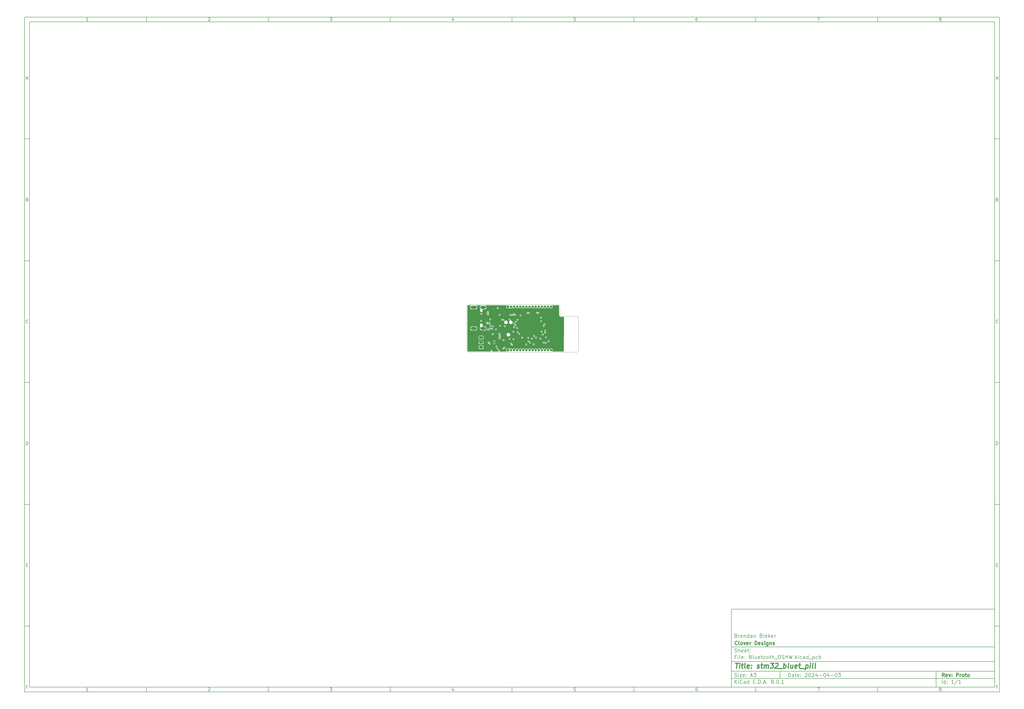
<source format=gbr>
%TF.GenerationSoftware,KiCad,Pcbnew,8.0.1*%
%TF.CreationDate,2024-04-05T17:07:48-07:00*%
%TF.ProjectId,Bluetooth_OSHW,426c7565-746f-46f7-9468-5f4f5348572e,Proto*%
%TF.SameCoordinates,Original*%
%TF.FileFunction,Copper,L3,Inr*%
%TF.FilePolarity,Positive*%
%FSLAX46Y46*%
G04 Gerber Fmt 4.6, Leading zero omitted, Abs format (unit mm)*
G04 Created by KiCad (PCBNEW 8.0.1) date 2024-04-05 17:07:48*
%MOMM*%
%LPD*%
G01*
G04 APERTURE LIST*
G04 Aperture macros list*
%AMRoundRect*
0 Rectangle with rounded corners*
0 $1 Rounding radius*
0 $2 $3 $4 $5 $6 $7 $8 $9 X,Y pos of 4 corners*
0 Add a 4 corners polygon primitive as box body*
4,1,4,$2,$3,$4,$5,$6,$7,$8,$9,$2,$3,0*
0 Add four circle primitives for the rounded corners*
1,1,$1+$1,$2,$3*
1,1,$1+$1,$4,$5*
1,1,$1+$1,$6,$7*
1,1,$1+$1,$8,$9*
0 Add four rect primitives between the rounded corners*
20,1,$1+$1,$2,$3,$4,$5,0*
20,1,$1+$1,$4,$5,$6,$7,0*
20,1,$1+$1,$6,$7,$8,$9,0*
20,1,$1+$1,$8,$9,$2,$3,0*%
G04 Aperture macros list end*
%ADD10C,0.100000*%
%ADD11C,0.150000*%
%ADD12C,0.300000*%
%ADD13C,0.400000*%
%TA.AperFunction,ComponentPad*%
%ADD14O,1.000000X1.000000*%
%TD*%
%TA.AperFunction,ComponentPad*%
%ADD15R,1.000000X1.000000*%
%TD*%
%TA.AperFunction,ComponentPad*%
%ADD16O,1.750000X1.200000*%
%TD*%
%TA.AperFunction,ComponentPad*%
%ADD17RoundRect,0.250000X-0.625000X0.350000X-0.625000X-0.350000X0.625000X-0.350000X0.625000X0.350000X0*%
%TD*%
%TA.AperFunction,ComponentPad*%
%ADD18O,2.300000X1.300000*%
%TD*%
%TA.AperFunction,ComponentPad*%
%ADD19O,2.600000X1.300000*%
%TD*%
%TA.AperFunction,ComponentPad*%
%ADD20C,0.400000*%
%TD*%
%TA.AperFunction,ViaPad*%
%ADD21C,0.375000*%
%TD*%
%TA.AperFunction,ViaPad*%
%ADD22C,0.600000*%
%TD*%
%TA.AperFunction,ViaPad*%
%ADD23C,0.400000*%
%TD*%
%TA.AperFunction,Profile*%
%ADD24C,0.100000*%
%TD*%
G04 APERTURE END LIST*
D10*
D11*
X299989000Y-253002200D02*
X407989000Y-253002200D01*
X407989000Y-285002200D01*
X299989000Y-285002200D01*
X299989000Y-253002200D01*
D10*
D11*
X10000000Y-10000000D02*
X409989000Y-10000000D01*
X409989000Y-287002200D01*
X10000000Y-287002200D01*
X10000000Y-10000000D01*
D10*
D11*
X12000000Y-12000000D02*
X407989000Y-12000000D01*
X407989000Y-285002200D01*
X12000000Y-285002200D01*
X12000000Y-12000000D01*
D10*
D11*
X60000000Y-12000000D02*
X60000000Y-10000000D01*
D10*
D11*
X110000000Y-12000000D02*
X110000000Y-10000000D01*
D10*
D11*
X160000000Y-12000000D02*
X160000000Y-10000000D01*
D10*
D11*
X210000000Y-12000000D02*
X210000000Y-10000000D01*
D10*
D11*
X260000000Y-12000000D02*
X260000000Y-10000000D01*
D10*
D11*
X310000000Y-12000000D02*
X310000000Y-10000000D01*
D10*
D11*
X360000000Y-12000000D02*
X360000000Y-10000000D01*
D10*
D11*
X36089160Y-11593604D02*
X35346303Y-11593604D01*
X35717731Y-11593604D02*
X35717731Y-10293604D01*
X35717731Y-10293604D02*
X35593922Y-10479319D01*
X35593922Y-10479319D02*
X35470112Y-10603128D01*
X35470112Y-10603128D02*
X35346303Y-10665033D01*
D10*
D11*
X85346303Y-10417414D02*
X85408207Y-10355509D01*
X85408207Y-10355509D02*
X85532017Y-10293604D01*
X85532017Y-10293604D02*
X85841541Y-10293604D01*
X85841541Y-10293604D02*
X85965350Y-10355509D01*
X85965350Y-10355509D02*
X86027255Y-10417414D01*
X86027255Y-10417414D02*
X86089160Y-10541223D01*
X86089160Y-10541223D02*
X86089160Y-10665033D01*
X86089160Y-10665033D02*
X86027255Y-10850747D01*
X86027255Y-10850747D02*
X85284398Y-11593604D01*
X85284398Y-11593604D02*
X86089160Y-11593604D01*
D10*
D11*
X135284398Y-10293604D02*
X136089160Y-10293604D01*
X136089160Y-10293604D02*
X135655826Y-10788842D01*
X135655826Y-10788842D02*
X135841541Y-10788842D01*
X135841541Y-10788842D02*
X135965350Y-10850747D01*
X135965350Y-10850747D02*
X136027255Y-10912652D01*
X136027255Y-10912652D02*
X136089160Y-11036461D01*
X136089160Y-11036461D02*
X136089160Y-11345985D01*
X136089160Y-11345985D02*
X136027255Y-11469795D01*
X136027255Y-11469795D02*
X135965350Y-11531700D01*
X135965350Y-11531700D02*
X135841541Y-11593604D01*
X135841541Y-11593604D02*
X135470112Y-11593604D01*
X135470112Y-11593604D02*
X135346303Y-11531700D01*
X135346303Y-11531700D02*
X135284398Y-11469795D01*
D10*
D11*
X185965350Y-10726938D02*
X185965350Y-11593604D01*
X185655826Y-10231700D02*
X185346303Y-11160271D01*
X185346303Y-11160271D02*
X186151064Y-11160271D01*
D10*
D11*
X236027255Y-10293604D02*
X235408207Y-10293604D01*
X235408207Y-10293604D02*
X235346303Y-10912652D01*
X235346303Y-10912652D02*
X235408207Y-10850747D01*
X235408207Y-10850747D02*
X235532017Y-10788842D01*
X235532017Y-10788842D02*
X235841541Y-10788842D01*
X235841541Y-10788842D02*
X235965350Y-10850747D01*
X235965350Y-10850747D02*
X236027255Y-10912652D01*
X236027255Y-10912652D02*
X236089160Y-11036461D01*
X236089160Y-11036461D02*
X236089160Y-11345985D01*
X236089160Y-11345985D02*
X236027255Y-11469795D01*
X236027255Y-11469795D02*
X235965350Y-11531700D01*
X235965350Y-11531700D02*
X235841541Y-11593604D01*
X235841541Y-11593604D02*
X235532017Y-11593604D01*
X235532017Y-11593604D02*
X235408207Y-11531700D01*
X235408207Y-11531700D02*
X235346303Y-11469795D01*
D10*
D11*
X285965350Y-10293604D02*
X285717731Y-10293604D01*
X285717731Y-10293604D02*
X285593922Y-10355509D01*
X285593922Y-10355509D02*
X285532017Y-10417414D01*
X285532017Y-10417414D02*
X285408207Y-10603128D01*
X285408207Y-10603128D02*
X285346303Y-10850747D01*
X285346303Y-10850747D02*
X285346303Y-11345985D01*
X285346303Y-11345985D02*
X285408207Y-11469795D01*
X285408207Y-11469795D02*
X285470112Y-11531700D01*
X285470112Y-11531700D02*
X285593922Y-11593604D01*
X285593922Y-11593604D02*
X285841541Y-11593604D01*
X285841541Y-11593604D02*
X285965350Y-11531700D01*
X285965350Y-11531700D02*
X286027255Y-11469795D01*
X286027255Y-11469795D02*
X286089160Y-11345985D01*
X286089160Y-11345985D02*
X286089160Y-11036461D01*
X286089160Y-11036461D02*
X286027255Y-10912652D01*
X286027255Y-10912652D02*
X285965350Y-10850747D01*
X285965350Y-10850747D02*
X285841541Y-10788842D01*
X285841541Y-10788842D02*
X285593922Y-10788842D01*
X285593922Y-10788842D02*
X285470112Y-10850747D01*
X285470112Y-10850747D02*
X285408207Y-10912652D01*
X285408207Y-10912652D02*
X285346303Y-11036461D01*
D10*
D11*
X335284398Y-10293604D02*
X336151064Y-10293604D01*
X336151064Y-10293604D02*
X335593922Y-11593604D01*
D10*
D11*
X385593922Y-10850747D02*
X385470112Y-10788842D01*
X385470112Y-10788842D02*
X385408207Y-10726938D01*
X385408207Y-10726938D02*
X385346303Y-10603128D01*
X385346303Y-10603128D02*
X385346303Y-10541223D01*
X385346303Y-10541223D02*
X385408207Y-10417414D01*
X385408207Y-10417414D02*
X385470112Y-10355509D01*
X385470112Y-10355509D02*
X385593922Y-10293604D01*
X385593922Y-10293604D02*
X385841541Y-10293604D01*
X385841541Y-10293604D02*
X385965350Y-10355509D01*
X385965350Y-10355509D02*
X386027255Y-10417414D01*
X386027255Y-10417414D02*
X386089160Y-10541223D01*
X386089160Y-10541223D02*
X386089160Y-10603128D01*
X386089160Y-10603128D02*
X386027255Y-10726938D01*
X386027255Y-10726938D02*
X385965350Y-10788842D01*
X385965350Y-10788842D02*
X385841541Y-10850747D01*
X385841541Y-10850747D02*
X385593922Y-10850747D01*
X385593922Y-10850747D02*
X385470112Y-10912652D01*
X385470112Y-10912652D02*
X385408207Y-10974557D01*
X385408207Y-10974557D02*
X385346303Y-11098366D01*
X385346303Y-11098366D02*
X385346303Y-11345985D01*
X385346303Y-11345985D02*
X385408207Y-11469795D01*
X385408207Y-11469795D02*
X385470112Y-11531700D01*
X385470112Y-11531700D02*
X385593922Y-11593604D01*
X385593922Y-11593604D02*
X385841541Y-11593604D01*
X385841541Y-11593604D02*
X385965350Y-11531700D01*
X385965350Y-11531700D02*
X386027255Y-11469795D01*
X386027255Y-11469795D02*
X386089160Y-11345985D01*
X386089160Y-11345985D02*
X386089160Y-11098366D01*
X386089160Y-11098366D02*
X386027255Y-10974557D01*
X386027255Y-10974557D02*
X385965350Y-10912652D01*
X385965350Y-10912652D02*
X385841541Y-10850747D01*
D10*
D11*
X60000000Y-285002200D02*
X60000000Y-287002200D01*
D10*
D11*
X110000000Y-285002200D02*
X110000000Y-287002200D01*
D10*
D11*
X160000000Y-285002200D02*
X160000000Y-287002200D01*
D10*
D11*
X210000000Y-285002200D02*
X210000000Y-287002200D01*
D10*
D11*
X260000000Y-285002200D02*
X260000000Y-287002200D01*
D10*
D11*
X310000000Y-285002200D02*
X310000000Y-287002200D01*
D10*
D11*
X360000000Y-285002200D02*
X360000000Y-287002200D01*
D10*
D11*
X36089160Y-286595804D02*
X35346303Y-286595804D01*
X35717731Y-286595804D02*
X35717731Y-285295804D01*
X35717731Y-285295804D02*
X35593922Y-285481519D01*
X35593922Y-285481519D02*
X35470112Y-285605328D01*
X35470112Y-285605328D02*
X35346303Y-285667233D01*
D10*
D11*
X85346303Y-285419614D02*
X85408207Y-285357709D01*
X85408207Y-285357709D02*
X85532017Y-285295804D01*
X85532017Y-285295804D02*
X85841541Y-285295804D01*
X85841541Y-285295804D02*
X85965350Y-285357709D01*
X85965350Y-285357709D02*
X86027255Y-285419614D01*
X86027255Y-285419614D02*
X86089160Y-285543423D01*
X86089160Y-285543423D02*
X86089160Y-285667233D01*
X86089160Y-285667233D02*
X86027255Y-285852947D01*
X86027255Y-285852947D02*
X85284398Y-286595804D01*
X85284398Y-286595804D02*
X86089160Y-286595804D01*
D10*
D11*
X135284398Y-285295804D02*
X136089160Y-285295804D01*
X136089160Y-285295804D02*
X135655826Y-285791042D01*
X135655826Y-285791042D02*
X135841541Y-285791042D01*
X135841541Y-285791042D02*
X135965350Y-285852947D01*
X135965350Y-285852947D02*
X136027255Y-285914852D01*
X136027255Y-285914852D02*
X136089160Y-286038661D01*
X136089160Y-286038661D02*
X136089160Y-286348185D01*
X136089160Y-286348185D02*
X136027255Y-286471995D01*
X136027255Y-286471995D02*
X135965350Y-286533900D01*
X135965350Y-286533900D02*
X135841541Y-286595804D01*
X135841541Y-286595804D02*
X135470112Y-286595804D01*
X135470112Y-286595804D02*
X135346303Y-286533900D01*
X135346303Y-286533900D02*
X135284398Y-286471995D01*
D10*
D11*
X185965350Y-285729138D02*
X185965350Y-286595804D01*
X185655826Y-285233900D02*
X185346303Y-286162471D01*
X185346303Y-286162471D02*
X186151064Y-286162471D01*
D10*
D11*
X236027255Y-285295804D02*
X235408207Y-285295804D01*
X235408207Y-285295804D02*
X235346303Y-285914852D01*
X235346303Y-285914852D02*
X235408207Y-285852947D01*
X235408207Y-285852947D02*
X235532017Y-285791042D01*
X235532017Y-285791042D02*
X235841541Y-285791042D01*
X235841541Y-285791042D02*
X235965350Y-285852947D01*
X235965350Y-285852947D02*
X236027255Y-285914852D01*
X236027255Y-285914852D02*
X236089160Y-286038661D01*
X236089160Y-286038661D02*
X236089160Y-286348185D01*
X236089160Y-286348185D02*
X236027255Y-286471995D01*
X236027255Y-286471995D02*
X235965350Y-286533900D01*
X235965350Y-286533900D02*
X235841541Y-286595804D01*
X235841541Y-286595804D02*
X235532017Y-286595804D01*
X235532017Y-286595804D02*
X235408207Y-286533900D01*
X235408207Y-286533900D02*
X235346303Y-286471995D01*
D10*
D11*
X285965350Y-285295804D02*
X285717731Y-285295804D01*
X285717731Y-285295804D02*
X285593922Y-285357709D01*
X285593922Y-285357709D02*
X285532017Y-285419614D01*
X285532017Y-285419614D02*
X285408207Y-285605328D01*
X285408207Y-285605328D02*
X285346303Y-285852947D01*
X285346303Y-285852947D02*
X285346303Y-286348185D01*
X285346303Y-286348185D02*
X285408207Y-286471995D01*
X285408207Y-286471995D02*
X285470112Y-286533900D01*
X285470112Y-286533900D02*
X285593922Y-286595804D01*
X285593922Y-286595804D02*
X285841541Y-286595804D01*
X285841541Y-286595804D02*
X285965350Y-286533900D01*
X285965350Y-286533900D02*
X286027255Y-286471995D01*
X286027255Y-286471995D02*
X286089160Y-286348185D01*
X286089160Y-286348185D02*
X286089160Y-286038661D01*
X286089160Y-286038661D02*
X286027255Y-285914852D01*
X286027255Y-285914852D02*
X285965350Y-285852947D01*
X285965350Y-285852947D02*
X285841541Y-285791042D01*
X285841541Y-285791042D02*
X285593922Y-285791042D01*
X285593922Y-285791042D02*
X285470112Y-285852947D01*
X285470112Y-285852947D02*
X285408207Y-285914852D01*
X285408207Y-285914852D02*
X285346303Y-286038661D01*
D10*
D11*
X335284398Y-285295804D02*
X336151064Y-285295804D01*
X336151064Y-285295804D02*
X335593922Y-286595804D01*
D10*
D11*
X385593922Y-285852947D02*
X385470112Y-285791042D01*
X385470112Y-285791042D02*
X385408207Y-285729138D01*
X385408207Y-285729138D02*
X385346303Y-285605328D01*
X385346303Y-285605328D02*
X385346303Y-285543423D01*
X385346303Y-285543423D02*
X385408207Y-285419614D01*
X385408207Y-285419614D02*
X385470112Y-285357709D01*
X385470112Y-285357709D02*
X385593922Y-285295804D01*
X385593922Y-285295804D02*
X385841541Y-285295804D01*
X385841541Y-285295804D02*
X385965350Y-285357709D01*
X385965350Y-285357709D02*
X386027255Y-285419614D01*
X386027255Y-285419614D02*
X386089160Y-285543423D01*
X386089160Y-285543423D02*
X386089160Y-285605328D01*
X386089160Y-285605328D02*
X386027255Y-285729138D01*
X386027255Y-285729138D02*
X385965350Y-285791042D01*
X385965350Y-285791042D02*
X385841541Y-285852947D01*
X385841541Y-285852947D02*
X385593922Y-285852947D01*
X385593922Y-285852947D02*
X385470112Y-285914852D01*
X385470112Y-285914852D02*
X385408207Y-285976757D01*
X385408207Y-285976757D02*
X385346303Y-286100566D01*
X385346303Y-286100566D02*
X385346303Y-286348185D01*
X385346303Y-286348185D02*
X385408207Y-286471995D01*
X385408207Y-286471995D02*
X385470112Y-286533900D01*
X385470112Y-286533900D02*
X385593922Y-286595804D01*
X385593922Y-286595804D02*
X385841541Y-286595804D01*
X385841541Y-286595804D02*
X385965350Y-286533900D01*
X385965350Y-286533900D02*
X386027255Y-286471995D01*
X386027255Y-286471995D02*
X386089160Y-286348185D01*
X386089160Y-286348185D02*
X386089160Y-286100566D01*
X386089160Y-286100566D02*
X386027255Y-285976757D01*
X386027255Y-285976757D02*
X385965350Y-285914852D01*
X385965350Y-285914852D02*
X385841541Y-285852947D01*
D10*
D11*
X10000000Y-60000000D02*
X12000000Y-60000000D01*
D10*
D11*
X10000000Y-110000000D02*
X12000000Y-110000000D01*
D10*
D11*
X10000000Y-160000000D02*
X12000000Y-160000000D01*
D10*
D11*
X10000000Y-210000000D02*
X12000000Y-210000000D01*
D10*
D11*
X10000000Y-260000000D02*
X12000000Y-260000000D01*
D10*
D11*
X10690476Y-35222176D02*
X11309523Y-35222176D01*
X10566666Y-35593604D02*
X10999999Y-34293604D01*
X10999999Y-34293604D02*
X11433333Y-35593604D01*
D10*
D11*
X11092857Y-84912652D02*
X11278571Y-84974557D01*
X11278571Y-84974557D02*
X11340476Y-85036461D01*
X11340476Y-85036461D02*
X11402380Y-85160271D01*
X11402380Y-85160271D02*
X11402380Y-85345985D01*
X11402380Y-85345985D02*
X11340476Y-85469795D01*
X11340476Y-85469795D02*
X11278571Y-85531700D01*
X11278571Y-85531700D02*
X11154761Y-85593604D01*
X11154761Y-85593604D02*
X10659523Y-85593604D01*
X10659523Y-85593604D02*
X10659523Y-84293604D01*
X10659523Y-84293604D02*
X11092857Y-84293604D01*
X11092857Y-84293604D02*
X11216666Y-84355509D01*
X11216666Y-84355509D02*
X11278571Y-84417414D01*
X11278571Y-84417414D02*
X11340476Y-84541223D01*
X11340476Y-84541223D02*
X11340476Y-84665033D01*
X11340476Y-84665033D02*
X11278571Y-84788842D01*
X11278571Y-84788842D02*
X11216666Y-84850747D01*
X11216666Y-84850747D02*
X11092857Y-84912652D01*
X11092857Y-84912652D02*
X10659523Y-84912652D01*
D10*
D11*
X11402380Y-135469795D02*
X11340476Y-135531700D01*
X11340476Y-135531700D02*
X11154761Y-135593604D01*
X11154761Y-135593604D02*
X11030952Y-135593604D01*
X11030952Y-135593604D02*
X10845238Y-135531700D01*
X10845238Y-135531700D02*
X10721428Y-135407890D01*
X10721428Y-135407890D02*
X10659523Y-135284080D01*
X10659523Y-135284080D02*
X10597619Y-135036461D01*
X10597619Y-135036461D02*
X10597619Y-134850747D01*
X10597619Y-134850747D02*
X10659523Y-134603128D01*
X10659523Y-134603128D02*
X10721428Y-134479319D01*
X10721428Y-134479319D02*
X10845238Y-134355509D01*
X10845238Y-134355509D02*
X11030952Y-134293604D01*
X11030952Y-134293604D02*
X11154761Y-134293604D01*
X11154761Y-134293604D02*
X11340476Y-134355509D01*
X11340476Y-134355509D02*
X11402380Y-134417414D01*
D10*
D11*
X10659523Y-185593604D02*
X10659523Y-184293604D01*
X10659523Y-184293604D02*
X10969047Y-184293604D01*
X10969047Y-184293604D02*
X11154761Y-184355509D01*
X11154761Y-184355509D02*
X11278571Y-184479319D01*
X11278571Y-184479319D02*
X11340476Y-184603128D01*
X11340476Y-184603128D02*
X11402380Y-184850747D01*
X11402380Y-184850747D02*
X11402380Y-185036461D01*
X11402380Y-185036461D02*
X11340476Y-185284080D01*
X11340476Y-185284080D02*
X11278571Y-185407890D01*
X11278571Y-185407890D02*
X11154761Y-185531700D01*
X11154761Y-185531700D02*
X10969047Y-185593604D01*
X10969047Y-185593604D02*
X10659523Y-185593604D01*
D10*
D11*
X10721428Y-234912652D02*
X11154762Y-234912652D01*
X11340476Y-235593604D02*
X10721428Y-235593604D01*
X10721428Y-235593604D02*
X10721428Y-234293604D01*
X10721428Y-234293604D02*
X11340476Y-234293604D01*
D10*
D11*
X11185714Y-284912652D02*
X10752380Y-284912652D01*
X10752380Y-285593604D02*
X10752380Y-284293604D01*
X10752380Y-284293604D02*
X11371428Y-284293604D01*
D10*
D11*
X409989000Y-60000000D02*
X407989000Y-60000000D01*
D10*
D11*
X409989000Y-110000000D02*
X407989000Y-110000000D01*
D10*
D11*
X409989000Y-160000000D02*
X407989000Y-160000000D01*
D10*
D11*
X409989000Y-210000000D02*
X407989000Y-210000000D01*
D10*
D11*
X409989000Y-260000000D02*
X407989000Y-260000000D01*
D10*
D11*
X408679476Y-35222176D02*
X409298523Y-35222176D01*
X408555666Y-35593604D02*
X408988999Y-34293604D01*
X408988999Y-34293604D02*
X409422333Y-35593604D01*
D10*
D11*
X409081857Y-84912652D02*
X409267571Y-84974557D01*
X409267571Y-84974557D02*
X409329476Y-85036461D01*
X409329476Y-85036461D02*
X409391380Y-85160271D01*
X409391380Y-85160271D02*
X409391380Y-85345985D01*
X409391380Y-85345985D02*
X409329476Y-85469795D01*
X409329476Y-85469795D02*
X409267571Y-85531700D01*
X409267571Y-85531700D02*
X409143761Y-85593604D01*
X409143761Y-85593604D02*
X408648523Y-85593604D01*
X408648523Y-85593604D02*
X408648523Y-84293604D01*
X408648523Y-84293604D02*
X409081857Y-84293604D01*
X409081857Y-84293604D02*
X409205666Y-84355509D01*
X409205666Y-84355509D02*
X409267571Y-84417414D01*
X409267571Y-84417414D02*
X409329476Y-84541223D01*
X409329476Y-84541223D02*
X409329476Y-84665033D01*
X409329476Y-84665033D02*
X409267571Y-84788842D01*
X409267571Y-84788842D02*
X409205666Y-84850747D01*
X409205666Y-84850747D02*
X409081857Y-84912652D01*
X409081857Y-84912652D02*
X408648523Y-84912652D01*
D10*
D11*
X409391380Y-135469795D02*
X409329476Y-135531700D01*
X409329476Y-135531700D02*
X409143761Y-135593604D01*
X409143761Y-135593604D02*
X409019952Y-135593604D01*
X409019952Y-135593604D02*
X408834238Y-135531700D01*
X408834238Y-135531700D02*
X408710428Y-135407890D01*
X408710428Y-135407890D02*
X408648523Y-135284080D01*
X408648523Y-135284080D02*
X408586619Y-135036461D01*
X408586619Y-135036461D02*
X408586619Y-134850747D01*
X408586619Y-134850747D02*
X408648523Y-134603128D01*
X408648523Y-134603128D02*
X408710428Y-134479319D01*
X408710428Y-134479319D02*
X408834238Y-134355509D01*
X408834238Y-134355509D02*
X409019952Y-134293604D01*
X409019952Y-134293604D02*
X409143761Y-134293604D01*
X409143761Y-134293604D02*
X409329476Y-134355509D01*
X409329476Y-134355509D02*
X409391380Y-134417414D01*
D10*
D11*
X408648523Y-185593604D02*
X408648523Y-184293604D01*
X408648523Y-184293604D02*
X408958047Y-184293604D01*
X408958047Y-184293604D02*
X409143761Y-184355509D01*
X409143761Y-184355509D02*
X409267571Y-184479319D01*
X409267571Y-184479319D02*
X409329476Y-184603128D01*
X409329476Y-184603128D02*
X409391380Y-184850747D01*
X409391380Y-184850747D02*
X409391380Y-185036461D01*
X409391380Y-185036461D02*
X409329476Y-185284080D01*
X409329476Y-185284080D02*
X409267571Y-185407890D01*
X409267571Y-185407890D02*
X409143761Y-185531700D01*
X409143761Y-185531700D02*
X408958047Y-185593604D01*
X408958047Y-185593604D02*
X408648523Y-185593604D01*
D10*
D11*
X408710428Y-234912652D02*
X409143762Y-234912652D01*
X409329476Y-235593604D02*
X408710428Y-235593604D01*
X408710428Y-235593604D02*
X408710428Y-234293604D01*
X408710428Y-234293604D02*
X409329476Y-234293604D01*
D10*
D11*
X409174714Y-284912652D02*
X408741380Y-284912652D01*
X408741380Y-285593604D02*
X408741380Y-284293604D01*
X408741380Y-284293604D02*
X409360428Y-284293604D01*
D10*
D11*
X323444826Y-280788328D02*
X323444826Y-279288328D01*
X323444826Y-279288328D02*
X323801969Y-279288328D01*
X323801969Y-279288328D02*
X324016255Y-279359757D01*
X324016255Y-279359757D02*
X324159112Y-279502614D01*
X324159112Y-279502614D02*
X324230541Y-279645471D01*
X324230541Y-279645471D02*
X324301969Y-279931185D01*
X324301969Y-279931185D02*
X324301969Y-280145471D01*
X324301969Y-280145471D02*
X324230541Y-280431185D01*
X324230541Y-280431185D02*
X324159112Y-280574042D01*
X324159112Y-280574042D02*
X324016255Y-280716900D01*
X324016255Y-280716900D02*
X323801969Y-280788328D01*
X323801969Y-280788328D02*
X323444826Y-280788328D01*
X325587684Y-280788328D02*
X325587684Y-280002614D01*
X325587684Y-280002614D02*
X325516255Y-279859757D01*
X325516255Y-279859757D02*
X325373398Y-279788328D01*
X325373398Y-279788328D02*
X325087684Y-279788328D01*
X325087684Y-279788328D02*
X324944826Y-279859757D01*
X325587684Y-280716900D02*
X325444826Y-280788328D01*
X325444826Y-280788328D02*
X325087684Y-280788328D01*
X325087684Y-280788328D02*
X324944826Y-280716900D01*
X324944826Y-280716900D02*
X324873398Y-280574042D01*
X324873398Y-280574042D02*
X324873398Y-280431185D01*
X324873398Y-280431185D02*
X324944826Y-280288328D01*
X324944826Y-280288328D02*
X325087684Y-280216900D01*
X325087684Y-280216900D02*
X325444826Y-280216900D01*
X325444826Y-280216900D02*
X325587684Y-280145471D01*
X326087684Y-279788328D02*
X326659112Y-279788328D01*
X326301969Y-279288328D02*
X326301969Y-280574042D01*
X326301969Y-280574042D02*
X326373398Y-280716900D01*
X326373398Y-280716900D02*
X326516255Y-280788328D01*
X326516255Y-280788328D02*
X326659112Y-280788328D01*
X327730541Y-280716900D02*
X327587684Y-280788328D01*
X327587684Y-280788328D02*
X327301970Y-280788328D01*
X327301970Y-280788328D02*
X327159112Y-280716900D01*
X327159112Y-280716900D02*
X327087684Y-280574042D01*
X327087684Y-280574042D02*
X327087684Y-280002614D01*
X327087684Y-280002614D02*
X327159112Y-279859757D01*
X327159112Y-279859757D02*
X327301970Y-279788328D01*
X327301970Y-279788328D02*
X327587684Y-279788328D01*
X327587684Y-279788328D02*
X327730541Y-279859757D01*
X327730541Y-279859757D02*
X327801970Y-280002614D01*
X327801970Y-280002614D02*
X327801970Y-280145471D01*
X327801970Y-280145471D02*
X327087684Y-280288328D01*
X328444826Y-280645471D02*
X328516255Y-280716900D01*
X328516255Y-280716900D02*
X328444826Y-280788328D01*
X328444826Y-280788328D02*
X328373398Y-280716900D01*
X328373398Y-280716900D02*
X328444826Y-280645471D01*
X328444826Y-280645471D02*
X328444826Y-280788328D01*
X328444826Y-279859757D02*
X328516255Y-279931185D01*
X328516255Y-279931185D02*
X328444826Y-280002614D01*
X328444826Y-280002614D02*
X328373398Y-279931185D01*
X328373398Y-279931185D02*
X328444826Y-279859757D01*
X328444826Y-279859757D02*
X328444826Y-280002614D01*
X330230541Y-279431185D02*
X330301969Y-279359757D01*
X330301969Y-279359757D02*
X330444827Y-279288328D01*
X330444827Y-279288328D02*
X330801969Y-279288328D01*
X330801969Y-279288328D02*
X330944827Y-279359757D01*
X330944827Y-279359757D02*
X331016255Y-279431185D01*
X331016255Y-279431185D02*
X331087684Y-279574042D01*
X331087684Y-279574042D02*
X331087684Y-279716900D01*
X331087684Y-279716900D02*
X331016255Y-279931185D01*
X331016255Y-279931185D02*
X330159112Y-280788328D01*
X330159112Y-280788328D02*
X331087684Y-280788328D01*
X332016255Y-279288328D02*
X332159112Y-279288328D01*
X332159112Y-279288328D02*
X332301969Y-279359757D01*
X332301969Y-279359757D02*
X332373398Y-279431185D01*
X332373398Y-279431185D02*
X332444826Y-279574042D01*
X332444826Y-279574042D02*
X332516255Y-279859757D01*
X332516255Y-279859757D02*
X332516255Y-280216900D01*
X332516255Y-280216900D02*
X332444826Y-280502614D01*
X332444826Y-280502614D02*
X332373398Y-280645471D01*
X332373398Y-280645471D02*
X332301969Y-280716900D01*
X332301969Y-280716900D02*
X332159112Y-280788328D01*
X332159112Y-280788328D02*
X332016255Y-280788328D01*
X332016255Y-280788328D02*
X331873398Y-280716900D01*
X331873398Y-280716900D02*
X331801969Y-280645471D01*
X331801969Y-280645471D02*
X331730540Y-280502614D01*
X331730540Y-280502614D02*
X331659112Y-280216900D01*
X331659112Y-280216900D02*
X331659112Y-279859757D01*
X331659112Y-279859757D02*
X331730540Y-279574042D01*
X331730540Y-279574042D02*
X331801969Y-279431185D01*
X331801969Y-279431185D02*
X331873398Y-279359757D01*
X331873398Y-279359757D02*
X332016255Y-279288328D01*
X333087683Y-279431185D02*
X333159111Y-279359757D01*
X333159111Y-279359757D02*
X333301969Y-279288328D01*
X333301969Y-279288328D02*
X333659111Y-279288328D01*
X333659111Y-279288328D02*
X333801969Y-279359757D01*
X333801969Y-279359757D02*
X333873397Y-279431185D01*
X333873397Y-279431185D02*
X333944826Y-279574042D01*
X333944826Y-279574042D02*
X333944826Y-279716900D01*
X333944826Y-279716900D02*
X333873397Y-279931185D01*
X333873397Y-279931185D02*
X333016254Y-280788328D01*
X333016254Y-280788328D02*
X333944826Y-280788328D01*
X335230540Y-279788328D02*
X335230540Y-280788328D01*
X334873397Y-279216900D02*
X334516254Y-280288328D01*
X334516254Y-280288328D02*
X335444825Y-280288328D01*
X336016253Y-280216900D02*
X337159111Y-280216900D01*
X338159111Y-279288328D02*
X338301968Y-279288328D01*
X338301968Y-279288328D02*
X338444825Y-279359757D01*
X338444825Y-279359757D02*
X338516254Y-279431185D01*
X338516254Y-279431185D02*
X338587682Y-279574042D01*
X338587682Y-279574042D02*
X338659111Y-279859757D01*
X338659111Y-279859757D02*
X338659111Y-280216900D01*
X338659111Y-280216900D02*
X338587682Y-280502614D01*
X338587682Y-280502614D02*
X338516254Y-280645471D01*
X338516254Y-280645471D02*
X338444825Y-280716900D01*
X338444825Y-280716900D02*
X338301968Y-280788328D01*
X338301968Y-280788328D02*
X338159111Y-280788328D01*
X338159111Y-280788328D02*
X338016254Y-280716900D01*
X338016254Y-280716900D02*
X337944825Y-280645471D01*
X337944825Y-280645471D02*
X337873396Y-280502614D01*
X337873396Y-280502614D02*
X337801968Y-280216900D01*
X337801968Y-280216900D02*
X337801968Y-279859757D01*
X337801968Y-279859757D02*
X337873396Y-279574042D01*
X337873396Y-279574042D02*
X337944825Y-279431185D01*
X337944825Y-279431185D02*
X338016254Y-279359757D01*
X338016254Y-279359757D02*
X338159111Y-279288328D01*
X339944825Y-279788328D02*
X339944825Y-280788328D01*
X339587682Y-279216900D02*
X339230539Y-280288328D01*
X339230539Y-280288328D02*
X340159110Y-280288328D01*
X340730538Y-280216900D02*
X341873396Y-280216900D01*
X342873396Y-279288328D02*
X343016253Y-279288328D01*
X343016253Y-279288328D02*
X343159110Y-279359757D01*
X343159110Y-279359757D02*
X343230539Y-279431185D01*
X343230539Y-279431185D02*
X343301967Y-279574042D01*
X343301967Y-279574042D02*
X343373396Y-279859757D01*
X343373396Y-279859757D02*
X343373396Y-280216900D01*
X343373396Y-280216900D02*
X343301967Y-280502614D01*
X343301967Y-280502614D02*
X343230539Y-280645471D01*
X343230539Y-280645471D02*
X343159110Y-280716900D01*
X343159110Y-280716900D02*
X343016253Y-280788328D01*
X343016253Y-280788328D02*
X342873396Y-280788328D01*
X342873396Y-280788328D02*
X342730539Y-280716900D01*
X342730539Y-280716900D02*
X342659110Y-280645471D01*
X342659110Y-280645471D02*
X342587681Y-280502614D01*
X342587681Y-280502614D02*
X342516253Y-280216900D01*
X342516253Y-280216900D02*
X342516253Y-279859757D01*
X342516253Y-279859757D02*
X342587681Y-279574042D01*
X342587681Y-279574042D02*
X342659110Y-279431185D01*
X342659110Y-279431185D02*
X342730539Y-279359757D01*
X342730539Y-279359757D02*
X342873396Y-279288328D01*
X343873395Y-279288328D02*
X344801967Y-279288328D01*
X344801967Y-279288328D02*
X344301967Y-279859757D01*
X344301967Y-279859757D02*
X344516252Y-279859757D01*
X344516252Y-279859757D02*
X344659110Y-279931185D01*
X344659110Y-279931185D02*
X344730538Y-280002614D01*
X344730538Y-280002614D02*
X344801967Y-280145471D01*
X344801967Y-280145471D02*
X344801967Y-280502614D01*
X344801967Y-280502614D02*
X344730538Y-280645471D01*
X344730538Y-280645471D02*
X344659110Y-280716900D01*
X344659110Y-280716900D02*
X344516252Y-280788328D01*
X344516252Y-280788328D02*
X344087681Y-280788328D01*
X344087681Y-280788328D02*
X343944824Y-280716900D01*
X343944824Y-280716900D02*
X343873395Y-280645471D01*
D10*
D11*
X299989000Y-281502200D02*
X407989000Y-281502200D01*
D10*
D11*
X301444826Y-283588328D02*
X301444826Y-282088328D01*
X302301969Y-283588328D02*
X301659112Y-282731185D01*
X302301969Y-282088328D02*
X301444826Y-282945471D01*
X302944826Y-283588328D02*
X302944826Y-282588328D01*
X302944826Y-282088328D02*
X302873398Y-282159757D01*
X302873398Y-282159757D02*
X302944826Y-282231185D01*
X302944826Y-282231185D02*
X303016255Y-282159757D01*
X303016255Y-282159757D02*
X302944826Y-282088328D01*
X302944826Y-282088328D02*
X302944826Y-282231185D01*
X304516255Y-283445471D02*
X304444827Y-283516900D01*
X304444827Y-283516900D02*
X304230541Y-283588328D01*
X304230541Y-283588328D02*
X304087684Y-283588328D01*
X304087684Y-283588328D02*
X303873398Y-283516900D01*
X303873398Y-283516900D02*
X303730541Y-283374042D01*
X303730541Y-283374042D02*
X303659112Y-283231185D01*
X303659112Y-283231185D02*
X303587684Y-282945471D01*
X303587684Y-282945471D02*
X303587684Y-282731185D01*
X303587684Y-282731185D02*
X303659112Y-282445471D01*
X303659112Y-282445471D02*
X303730541Y-282302614D01*
X303730541Y-282302614D02*
X303873398Y-282159757D01*
X303873398Y-282159757D02*
X304087684Y-282088328D01*
X304087684Y-282088328D02*
X304230541Y-282088328D01*
X304230541Y-282088328D02*
X304444827Y-282159757D01*
X304444827Y-282159757D02*
X304516255Y-282231185D01*
X305801970Y-283588328D02*
X305801970Y-282802614D01*
X305801970Y-282802614D02*
X305730541Y-282659757D01*
X305730541Y-282659757D02*
X305587684Y-282588328D01*
X305587684Y-282588328D02*
X305301970Y-282588328D01*
X305301970Y-282588328D02*
X305159112Y-282659757D01*
X305801970Y-283516900D02*
X305659112Y-283588328D01*
X305659112Y-283588328D02*
X305301970Y-283588328D01*
X305301970Y-283588328D02*
X305159112Y-283516900D01*
X305159112Y-283516900D02*
X305087684Y-283374042D01*
X305087684Y-283374042D02*
X305087684Y-283231185D01*
X305087684Y-283231185D02*
X305159112Y-283088328D01*
X305159112Y-283088328D02*
X305301970Y-283016900D01*
X305301970Y-283016900D02*
X305659112Y-283016900D01*
X305659112Y-283016900D02*
X305801970Y-282945471D01*
X307159113Y-283588328D02*
X307159113Y-282088328D01*
X307159113Y-283516900D02*
X307016255Y-283588328D01*
X307016255Y-283588328D02*
X306730541Y-283588328D01*
X306730541Y-283588328D02*
X306587684Y-283516900D01*
X306587684Y-283516900D02*
X306516255Y-283445471D01*
X306516255Y-283445471D02*
X306444827Y-283302614D01*
X306444827Y-283302614D02*
X306444827Y-282874042D01*
X306444827Y-282874042D02*
X306516255Y-282731185D01*
X306516255Y-282731185D02*
X306587684Y-282659757D01*
X306587684Y-282659757D02*
X306730541Y-282588328D01*
X306730541Y-282588328D02*
X307016255Y-282588328D01*
X307016255Y-282588328D02*
X307159113Y-282659757D01*
X309016255Y-282802614D02*
X309516255Y-282802614D01*
X309730541Y-283588328D02*
X309016255Y-283588328D01*
X309016255Y-283588328D02*
X309016255Y-282088328D01*
X309016255Y-282088328D02*
X309730541Y-282088328D01*
X310373398Y-283445471D02*
X310444827Y-283516900D01*
X310444827Y-283516900D02*
X310373398Y-283588328D01*
X310373398Y-283588328D02*
X310301970Y-283516900D01*
X310301970Y-283516900D02*
X310373398Y-283445471D01*
X310373398Y-283445471D02*
X310373398Y-283588328D01*
X311087684Y-283588328D02*
X311087684Y-282088328D01*
X311087684Y-282088328D02*
X311444827Y-282088328D01*
X311444827Y-282088328D02*
X311659113Y-282159757D01*
X311659113Y-282159757D02*
X311801970Y-282302614D01*
X311801970Y-282302614D02*
X311873399Y-282445471D01*
X311873399Y-282445471D02*
X311944827Y-282731185D01*
X311944827Y-282731185D02*
X311944827Y-282945471D01*
X311944827Y-282945471D02*
X311873399Y-283231185D01*
X311873399Y-283231185D02*
X311801970Y-283374042D01*
X311801970Y-283374042D02*
X311659113Y-283516900D01*
X311659113Y-283516900D02*
X311444827Y-283588328D01*
X311444827Y-283588328D02*
X311087684Y-283588328D01*
X312587684Y-283445471D02*
X312659113Y-283516900D01*
X312659113Y-283516900D02*
X312587684Y-283588328D01*
X312587684Y-283588328D02*
X312516256Y-283516900D01*
X312516256Y-283516900D02*
X312587684Y-283445471D01*
X312587684Y-283445471D02*
X312587684Y-283588328D01*
X313230542Y-283159757D02*
X313944828Y-283159757D01*
X313087685Y-283588328D02*
X313587685Y-282088328D01*
X313587685Y-282088328D02*
X314087685Y-283588328D01*
X314587684Y-283445471D02*
X314659113Y-283516900D01*
X314659113Y-283516900D02*
X314587684Y-283588328D01*
X314587684Y-283588328D02*
X314516256Y-283516900D01*
X314516256Y-283516900D02*
X314587684Y-283445471D01*
X314587684Y-283445471D02*
X314587684Y-283588328D01*
X316659113Y-282731185D02*
X316516256Y-282659757D01*
X316516256Y-282659757D02*
X316444827Y-282588328D01*
X316444827Y-282588328D02*
X316373399Y-282445471D01*
X316373399Y-282445471D02*
X316373399Y-282374042D01*
X316373399Y-282374042D02*
X316444827Y-282231185D01*
X316444827Y-282231185D02*
X316516256Y-282159757D01*
X316516256Y-282159757D02*
X316659113Y-282088328D01*
X316659113Y-282088328D02*
X316944827Y-282088328D01*
X316944827Y-282088328D02*
X317087685Y-282159757D01*
X317087685Y-282159757D02*
X317159113Y-282231185D01*
X317159113Y-282231185D02*
X317230542Y-282374042D01*
X317230542Y-282374042D02*
X317230542Y-282445471D01*
X317230542Y-282445471D02*
X317159113Y-282588328D01*
X317159113Y-282588328D02*
X317087685Y-282659757D01*
X317087685Y-282659757D02*
X316944827Y-282731185D01*
X316944827Y-282731185D02*
X316659113Y-282731185D01*
X316659113Y-282731185D02*
X316516256Y-282802614D01*
X316516256Y-282802614D02*
X316444827Y-282874042D01*
X316444827Y-282874042D02*
X316373399Y-283016900D01*
X316373399Y-283016900D02*
X316373399Y-283302614D01*
X316373399Y-283302614D02*
X316444827Y-283445471D01*
X316444827Y-283445471D02*
X316516256Y-283516900D01*
X316516256Y-283516900D02*
X316659113Y-283588328D01*
X316659113Y-283588328D02*
X316944827Y-283588328D01*
X316944827Y-283588328D02*
X317087685Y-283516900D01*
X317087685Y-283516900D02*
X317159113Y-283445471D01*
X317159113Y-283445471D02*
X317230542Y-283302614D01*
X317230542Y-283302614D02*
X317230542Y-283016900D01*
X317230542Y-283016900D02*
X317159113Y-282874042D01*
X317159113Y-282874042D02*
X317087685Y-282802614D01*
X317087685Y-282802614D02*
X316944827Y-282731185D01*
X317873398Y-283445471D02*
X317944827Y-283516900D01*
X317944827Y-283516900D02*
X317873398Y-283588328D01*
X317873398Y-283588328D02*
X317801970Y-283516900D01*
X317801970Y-283516900D02*
X317873398Y-283445471D01*
X317873398Y-283445471D02*
X317873398Y-283588328D01*
X318873399Y-282088328D02*
X319016256Y-282088328D01*
X319016256Y-282088328D02*
X319159113Y-282159757D01*
X319159113Y-282159757D02*
X319230542Y-282231185D01*
X319230542Y-282231185D02*
X319301970Y-282374042D01*
X319301970Y-282374042D02*
X319373399Y-282659757D01*
X319373399Y-282659757D02*
X319373399Y-283016900D01*
X319373399Y-283016900D02*
X319301970Y-283302614D01*
X319301970Y-283302614D02*
X319230542Y-283445471D01*
X319230542Y-283445471D02*
X319159113Y-283516900D01*
X319159113Y-283516900D02*
X319016256Y-283588328D01*
X319016256Y-283588328D02*
X318873399Y-283588328D01*
X318873399Y-283588328D02*
X318730542Y-283516900D01*
X318730542Y-283516900D02*
X318659113Y-283445471D01*
X318659113Y-283445471D02*
X318587684Y-283302614D01*
X318587684Y-283302614D02*
X318516256Y-283016900D01*
X318516256Y-283016900D02*
X318516256Y-282659757D01*
X318516256Y-282659757D02*
X318587684Y-282374042D01*
X318587684Y-282374042D02*
X318659113Y-282231185D01*
X318659113Y-282231185D02*
X318730542Y-282159757D01*
X318730542Y-282159757D02*
X318873399Y-282088328D01*
X320016255Y-283445471D02*
X320087684Y-283516900D01*
X320087684Y-283516900D02*
X320016255Y-283588328D01*
X320016255Y-283588328D02*
X319944827Y-283516900D01*
X319944827Y-283516900D02*
X320016255Y-283445471D01*
X320016255Y-283445471D02*
X320016255Y-283588328D01*
X321516256Y-283588328D02*
X320659113Y-283588328D01*
X321087684Y-283588328D02*
X321087684Y-282088328D01*
X321087684Y-282088328D02*
X320944827Y-282302614D01*
X320944827Y-282302614D02*
X320801970Y-282445471D01*
X320801970Y-282445471D02*
X320659113Y-282516900D01*
D10*
D11*
X299989000Y-278502200D02*
X407989000Y-278502200D01*
D10*
D12*
X387400653Y-280780528D02*
X386900653Y-280066242D01*
X386543510Y-280780528D02*
X386543510Y-279280528D01*
X386543510Y-279280528D02*
X387114939Y-279280528D01*
X387114939Y-279280528D02*
X387257796Y-279351957D01*
X387257796Y-279351957D02*
X387329225Y-279423385D01*
X387329225Y-279423385D02*
X387400653Y-279566242D01*
X387400653Y-279566242D02*
X387400653Y-279780528D01*
X387400653Y-279780528D02*
X387329225Y-279923385D01*
X387329225Y-279923385D02*
X387257796Y-279994814D01*
X387257796Y-279994814D02*
X387114939Y-280066242D01*
X387114939Y-280066242D02*
X386543510Y-280066242D01*
X388614939Y-280709100D02*
X388472082Y-280780528D01*
X388472082Y-280780528D02*
X388186368Y-280780528D01*
X388186368Y-280780528D02*
X388043510Y-280709100D01*
X388043510Y-280709100D02*
X387972082Y-280566242D01*
X387972082Y-280566242D02*
X387972082Y-279994814D01*
X387972082Y-279994814D02*
X388043510Y-279851957D01*
X388043510Y-279851957D02*
X388186368Y-279780528D01*
X388186368Y-279780528D02*
X388472082Y-279780528D01*
X388472082Y-279780528D02*
X388614939Y-279851957D01*
X388614939Y-279851957D02*
X388686368Y-279994814D01*
X388686368Y-279994814D02*
X388686368Y-280137671D01*
X388686368Y-280137671D02*
X387972082Y-280280528D01*
X389186367Y-279780528D02*
X389543510Y-280780528D01*
X389543510Y-280780528D02*
X389900653Y-279780528D01*
X390472081Y-280637671D02*
X390543510Y-280709100D01*
X390543510Y-280709100D02*
X390472081Y-280780528D01*
X390472081Y-280780528D02*
X390400653Y-280709100D01*
X390400653Y-280709100D02*
X390472081Y-280637671D01*
X390472081Y-280637671D02*
X390472081Y-280780528D01*
X390472081Y-279851957D02*
X390543510Y-279923385D01*
X390543510Y-279923385D02*
X390472081Y-279994814D01*
X390472081Y-279994814D02*
X390400653Y-279923385D01*
X390400653Y-279923385D02*
X390472081Y-279851957D01*
X390472081Y-279851957D02*
X390472081Y-279994814D01*
X392329224Y-280780528D02*
X392329224Y-279280528D01*
X392329224Y-279280528D02*
X392900653Y-279280528D01*
X392900653Y-279280528D02*
X393043510Y-279351957D01*
X393043510Y-279351957D02*
X393114939Y-279423385D01*
X393114939Y-279423385D02*
X393186367Y-279566242D01*
X393186367Y-279566242D02*
X393186367Y-279780528D01*
X393186367Y-279780528D02*
X393114939Y-279923385D01*
X393114939Y-279923385D02*
X393043510Y-279994814D01*
X393043510Y-279994814D02*
X392900653Y-280066242D01*
X392900653Y-280066242D02*
X392329224Y-280066242D01*
X393829224Y-280780528D02*
X393829224Y-279780528D01*
X393829224Y-280066242D02*
X393900653Y-279923385D01*
X393900653Y-279923385D02*
X393972082Y-279851957D01*
X393972082Y-279851957D02*
X394114939Y-279780528D01*
X394114939Y-279780528D02*
X394257796Y-279780528D01*
X394972081Y-280780528D02*
X394829224Y-280709100D01*
X394829224Y-280709100D02*
X394757795Y-280637671D01*
X394757795Y-280637671D02*
X394686367Y-280494814D01*
X394686367Y-280494814D02*
X394686367Y-280066242D01*
X394686367Y-280066242D02*
X394757795Y-279923385D01*
X394757795Y-279923385D02*
X394829224Y-279851957D01*
X394829224Y-279851957D02*
X394972081Y-279780528D01*
X394972081Y-279780528D02*
X395186367Y-279780528D01*
X395186367Y-279780528D02*
X395329224Y-279851957D01*
X395329224Y-279851957D02*
X395400653Y-279923385D01*
X395400653Y-279923385D02*
X395472081Y-280066242D01*
X395472081Y-280066242D02*
X395472081Y-280494814D01*
X395472081Y-280494814D02*
X395400653Y-280637671D01*
X395400653Y-280637671D02*
X395329224Y-280709100D01*
X395329224Y-280709100D02*
X395186367Y-280780528D01*
X395186367Y-280780528D02*
X394972081Y-280780528D01*
X395900653Y-279780528D02*
X396472081Y-279780528D01*
X396114938Y-279280528D02*
X396114938Y-280566242D01*
X396114938Y-280566242D02*
X396186367Y-280709100D01*
X396186367Y-280709100D02*
X396329224Y-280780528D01*
X396329224Y-280780528D02*
X396472081Y-280780528D01*
X397186367Y-280780528D02*
X397043510Y-280709100D01*
X397043510Y-280709100D02*
X396972081Y-280637671D01*
X396972081Y-280637671D02*
X396900653Y-280494814D01*
X396900653Y-280494814D02*
X396900653Y-280066242D01*
X396900653Y-280066242D02*
X396972081Y-279923385D01*
X396972081Y-279923385D02*
X397043510Y-279851957D01*
X397043510Y-279851957D02*
X397186367Y-279780528D01*
X397186367Y-279780528D02*
X397400653Y-279780528D01*
X397400653Y-279780528D02*
X397543510Y-279851957D01*
X397543510Y-279851957D02*
X397614939Y-279923385D01*
X397614939Y-279923385D02*
X397686367Y-280066242D01*
X397686367Y-280066242D02*
X397686367Y-280494814D01*
X397686367Y-280494814D02*
X397614939Y-280637671D01*
X397614939Y-280637671D02*
X397543510Y-280709100D01*
X397543510Y-280709100D02*
X397400653Y-280780528D01*
X397400653Y-280780528D02*
X397186367Y-280780528D01*
D10*
D11*
X301373398Y-280716900D02*
X301587684Y-280788328D01*
X301587684Y-280788328D02*
X301944826Y-280788328D01*
X301944826Y-280788328D02*
X302087684Y-280716900D01*
X302087684Y-280716900D02*
X302159112Y-280645471D01*
X302159112Y-280645471D02*
X302230541Y-280502614D01*
X302230541Y-280502614D02*
X302230541Y-280359757D01*
X302230541Y-280359757D02*
X302159112Y-280216900D01*
X302159112Y-280216900D02*
X302087684Y-280145471D01*
X302087684Y-280145471D02*
X301944826Y-280074042D01*
X301944826Y-280074042D02*
X301659112Y-280002614D01*
X301659112Y-280002614D02*
X301516255Y-279931185D01*
X301516255Y-279931185D02*
X301444826Y-279859757D01*
X301444826Y-279859757D02*
X301373398Y-279716900D01*
X301373398Y-279716900D02*
X301373398Y-279574042D01*
X301373398Y-279574042D02*
X301444826Y-279431185D01*
X301444826Y-279431185D02*
X301516255Y-279359757D01*
X301516255Y-279359757D02*
X301659112Y-279288328D01*
X301659112Y-279288328D02*
X302016255Y-279288328D01*
X302016255Y-279288328D02*
X302230541Y-279359757D01*
X302873397Y-280788328D02*
X302873397Y-279788328D01*
X302873397Y-279288328D02*
X302801969Y-279359757D01*
X302801969Y-279359757D02*
X302873397Y-279431185D01*
X302873397Y-279431185D02*
X302944826Y-279359757D01*
X302944826Y-279359757D02*
X302873397Y-279288328D01*
X302873397Y-279288328D02*
X302873397Y-279431185D01*
X303444826Y-279788328D02*
X304230541Y-279788328D01*
X304230541Y-279788328D02*
X303444826Y-280788328D01*
X303444826Y-280788328D02*
X304230541Y-280788328D01*
X305373398Y-280716900D02*
X305230541Y-280788328D01*
X305230541Y-280788328D02*
X304944827Y-280788328D01*
X304944827Y-280788328D02*
X304801969Y-280716900D01*
X304801969Y-280716900D02*
X304730541Y-280574042D01*
X304730541Y-280574042D02*
X304730541Y-280002614D01*
X304730541Y-280002614D02*
X304801969Y-279859757D01*
X304801969Y-279859757D02*
X304944827Y-279788328D01*
X304944827Y-279788328D02*
X305230541Y-279788328D01*
X305230541Y-279788328D02*
X305373398Y-279859757D01*
X305373398Y-279859757D02*
X305444827Y-280002614D01*
X305444827Y-280002614D02*
X305444827Y-280145471D01*
X305444827Y-280145471D02*
X304730541Y-280288328D01*
X306087683Y-280645471D02*
X306159112Y-280716900D01*
X306159112Y-280716900D02*
X306087683Y-280788328D01*
X306087683Y-280788328D02*
X306016255Y-280716900D01*
X306016255Y-280716900D02*
X306087683Y-280645471D01*
X306087683Y-280645471D02*
X306087683Y-280788328D01*
X306087683Y-279859757D02*
X306159112Y-279931185D01*
X306159112Y-279931185D02*
X306087683Y-280002614D01*
X306087683Y-280002614D02*
X306016255Y-279931185D01*
X306016255Y-279931185D02*
X306087683Y-279859757D01*
X306087683Y-279859757D02*
X306087683Y-280002614D01*
X307873398Y-280359757D02*
X308587684Y-280359757D01*
X307730541Y-280788328D02*
X308230541Y-279288328D01*
X308230541Y-279288328D02*
X308730541Y-280788328D01*
X309087683Y-279288328D02*
X310016255Y-279288328D01*
X310016255Y-279288328D02*
X309516255Y-279859757D01*
X309516255Y-279859757D02*
X309730540Y-279859757D01*
X309730540Y-279859757D02*
X309873398Y-279931185D01*
X309873398Y-279931185D02*
X309944826Y-280002614D01*
X309944826Y-280002614D02*
X310016255Y-280145471D01*
X310016255Y-280145471D02*
X310016255Y-280502614D01*
X310016255Y-280502614D02*
X309944826Y-280645471D01*
X309944826Y-280645471D02*
X309873398Y-280716900D01*
X309873398Y-280716900D02*
X309730540Y-280788328D01*
X309730540Y-280788328D02*
X309301969Y-280788328D01*
X309301969Y-280788328D02*
X309159112Y-280716900D01*
X309159112Y-280716900D02*
X309087683Y-280645471D01*
D10*
D11*
X386444826Y-283588328D02*
X386444826Y-282088328D01*
X387801970Y-283588328D02*
X387801970Y-282088328D01*
X387801970Y-283516900D02*
X387659112Y-283588328D01*
X387659112Y-283588328D02*
X387373398Y-283588328D01*
X387373398Y-283588328D02*
X387230541Y-283516900D01*
X387230541Y-283516900D02*
X387159112Y-283445471D01*
X387159112Y-283445471D02*
X387087684Y-283302614D01*
X387087684Y-283302614D02*
X387087684Y-282874042D01*
X387087684Y-282874042D02*
X387159112Y-282731185D01*
X387159112Y-282731185D02*
X387230541Y-282659757D01*
X387230541Y-282659757D02*
X387373398Y-282588328D01*
X387373398Y-282588328D02*
X387659112Y-282588328D01*
X387659112Y-282588328D02*
X387801970Y-282659757D01*
X388516255Y-283445471D02*
X388587684Y-283516900D01*
X388587684Y-283516900D02*
X388516255Y-283588328D01*
X388516255Y-283588328D02*
X388444827Y-283516900D01*
X388444827Y-283516900D02*
X388516255Y-283445471D01*
X388516255Y-283445471D02*
X388516255Y-283588328D01*
X388516255Y-282659757D02*
X388587684Y-282731185D01*
X388587684Y-282731185D02*
X388516255Y-282802614D01*
X388516255Y-282802614D02*
X388444827Y-282731185D01*
X388444827Y-282731185D02*
X388516255Y-282659757D01*
X388516255Y-282659757D02*
X388516255Y-282802614D01*
X391159113Y-283588328D02*
X390301970Y-283588328D01*
X390730541Y-283588328D02*
X390730541Y-282088328D01*
X390730541Y-282088328D02*
X390587684Y-282302614D01*
X390587684Y-282302614D02*
X390444827Y-282445471D01*
X390444827Y-282445471D02*
X390301970Y-282516900D01*
X392873398Y-282016900D02*
X391587684Y-283945471D01*
X394159113Y-283588328D02*
X393301970Y-283588328D01*
X393730541Y-283588328D02*
X393730541Y-282088328D01*
X393730541Y-282088328D02*
X393587684Y-282302614D01*
X393587684Y-282302614D02*
X393444827Y-282445471D01*
X393444827Y-282445471D02*
X393301970Y-282516900D01*
D10*
D11*
X299989000Y-274502200D02*
X407989000Y-274502200D01*
D10*
D13*
X301680728Y-275206638D02*
X302823585Y-275206638D01*
X302002157Y-277206638D02*
X302252157Y-275206638D01*
X303240252Y-277206638D02*
X303406919Y-275873304D01*
X303490252Y-275206638D02*
X303383109Y-275301876D01*
X303383109Y-275301876D02*
X303466443Y-275397114D01*
X303466443Y-275397114D02*
X303573586Y-275301876D01*
X303573586Y-275301876D02*
X303490252Y-275206638D01*
X303490252Y-275206638D02*
X303466443Y-275397114D01*
X304073586Y-275873304D02*
X304835490Y-275873304D01*
X304442633Y-275206638D02*
X304228348Y-276920923D01*
X304228348Y-276920923D02*
X304299776Y-277111400D01*
X304299776Y-277111400D02*
X304478348Y-277206638D01*
X304478348Y-277206638D02*
X304668824Y-277206638D01*
X305621205Y-277206638D02*
X305442633Y-277111400D01*
X305442633Y-277111400D02*
X305371205Y-276920923D01*
X305371205Y-276920923D02*
X305585490Y-275206638D01*
X307156919Y-277111400D02*
X306954538Y-277206638D01*
X306954538Y-277206638D02*
X306573585Y-277206638D01*
X306573585Y-277206638D02*
X306395014Y-277111400D01*
X306395014Y-277111400D02*
X306323585Y-276920923D01*
X306323585Y-276920923D02*
X306418824Y-276159019D01*
X306418824Y-276159019D02*
X306537871Y-275968542D01*
X306537871Y-275968542D02*
X306740252Y-275873304D01*
X306740252Y-275873304D02*
X307121204Y-275873304D01*
X307121204Y-275873304D02*
X307299776Y-275968542D01*
X307299776Y-275968542D02*
X307371204Y-276159019D01*
X307371204Y-276159019D02*
X307347395Y-276349495D01*
X307347395Y-276349495D02*
X306371204Y-276539971D01*
X308121205Y-277016161D02*
X308204538Y-277111400D01*
X308204538Y-277111400D02*
X308097395Y-277206638D01*
X308097395Y-277206638D02*
X308014062Y-277111400D01*
X308014062Y-277111400D02*
X308121205Y-277016161D01*
X308121205Y-277016161D02*
X308097395Y-277206638D01*
X308252157Y-275968542D02*
X308335490Y-276063780D01*
X308335490Y-276063780D02*
X308228348Y-276159019D01*
X308228348Y-276159019D02*
X308145014Y-276063780D01*
X308145014Y-276063780D02*
X308252157Y-275968542D01*
X308252157Y-275968542D02*
X308228348Y-276159019D01*
X310490253Y-277111400D02*
X310668824Y-277206638D01*
X310668824Y-277206638D02*
X311049777Y-277206638D01*
X311049777Y-277206638D02*
X311252158Y-277111400D01*
X311252158Y-277111400D02*
X311371205Y-276920923D01*
X311371205Y-276920923D02*
X311383110Y-276825685D01*
X311383110Y-276825685D02*
X311311681Y-276635209D01*
X311311681Y-276635209D02*
X311133110Y-276539971D01*
X311133110Y-276539971D02*
X310847396Y-276539971D01*
X310847396Y-276539971D02*
X310668824Y-276444733D01*
X310668824Y-276444733D02*
X310597396Y-276254257D01*
X310597396Y-276254257D02*
X310609301Y-276159019D01*
X310609301Y-276159019D02*
X310728348Y-275968542D01*
X310728348Y-275968542D02*
X310930729Y-275873304D01*
X310930729Y-275873304D02*
X311216443Y-275873304D01*
X311216443Y-275873304D02*
X311395015Y-275968542D01*
X312073587Y-275873304D02*
X312835491Y-275873304D01*
X312442634Y-275206638D02*
X312228349Y-276920923D01*
X312228349Y-276920923D02*
X312299777Y-277111400D01*
X312299777Y-277111400D02*
X312478349Y-277206638D01*
X312478349Y-277206638D02*
X312668825Y-277206638D01*
X313335491Y-277206638D02*
X313502158Y-275873304D01*
X313478348Y-276063780D02*
X313585491Y-275968542D01*
X313585491Y-275968542D02*
X313787872Y-275873304D01*
X313787872Y-275873304D02*
X314073586Y-275873304D01*
X314073586Y-275873304D02*
X314252158Y-275968542D01*
X314252158Y-275968542D02*
X314323586Y-276159019D01*
X314323586Y-276159019D02*
X314192634Y-277206638D01*
X314323586Y-276159019D02*
X314442634Y-275968542D01*
X314442634Y-275968542D02*
X314645015Y-275873304D01*
X314645015Y-275873304D02*
X314930729Y-275873304D01*
X314930729Y-275873304D02*
X315109301Y-275968542D01*
X315109301Y-275968542D02*
X315180729Y-276159019D01*
X315180729Y-276159019D02*
X315049777Y-277206638D01*
X316061682Y-275206638D02*
X317299777Y-275206638D01*
X317299777Y-275206638D02*
X316537873Y-275968542D01*
X316537873Y-275968542D02*
X316823587Y-275968542D01*
X316823587Y-275968542D02*
X317002158Y-276063780D01*
X317002158Y-276063780D02*
X317085492Y-276159019D01*
X317085492Y-276159019D02*
X317156920Y-276349495D01*
X317156920Y-276349495D02*
X317097396Y-276825685D01*
X317097396Y-276825685D02*
X316978349Y-277016161D01*
X316978349Y-277016161D02*
X316871206Y-277111400D01*
X316871206Y-277111400D02*
X316668825Y-277206638D01*
X316668825Y-277206638D02*
X316097396Y-277206638D01*
X316097396Y-277206638D02*
X315918825Y-277111400D01*
X315918825Y-277111400D02*
X315835492Y-277016161D01*
X318037873Y-275397114D02*
X318145015Y-275301876D01*
X318145015Y-275301876D02*
X318347396Y-275206638D01*
X318347396Y-275206638D02*
X318823587Y-275206638D01*
X318823587Y-275206638D02*
X319002158Y-275301876D01*
X319002158Y-275301876D02*
X319085492Y-275397114D01*
X319085492Y-275397114D02*
X319156920Y-275587590D01*
X319156920Y-275587590D02*
X319133111Y-275778066D01*
X319133111Y-275778066D02*
X319002158Y-276063780D01*
X319002158Y-276063780D02*
X317716444Y-277206638D01*
X317716444Y-277206638D02*
X318954539Y-277206638D01*
X319311682Y-277397114D02*
X320835492Y-277397114D01*
X321335492Y-277206638D02*
X321585492Y-275206638D01*
X321490254Y-275968542D02*
X321692635Y-275873304D01*
X321692635Y-275873304D02*
X322073587Y-275873304D01*
X322073587Y-275873304D02*
X322252159Y-275968542D01*
X322252159Y-275968542D02*
X322335492Y-276063780D01*
X322335492Y-276063780D02*
X322406921Y-276254257D01*
X322406921Y-276254257D02*
X322335492Y-276825685D01*
X322335492Y-276825685D02*
X322216445Y-277016161D01*
X322216445Y-277016161D02*
X322109302Y-277111400D01*
X322109302Y-277111400D02*
X321906921Y-277206638D01*
X321906921Y-277206638D02*
X321525968Y-277206638D01*
X321525968Y-277206638D02*
X321347397Y-277111400D01*
X323430731Y-277206638D02*
X323252159Y-277111400D01*
X323252159Y-277111400D02*
X323180731Y-276920923D01*
X323180731Y-276920923D02*
X323395016Y-275206638D01*
X325216445Y-275873304D02*
X325049778Y-277206638D01*
X324359302Y-275873304D02*
X324228350Y-276920923D01*
X324228350Y-276920923D02*
X324299778Y-277111400D01*
X324299778Y-277111400D02*
X324478350Y-277206638D01*
X324478350Y-277206638D02*
X324764064Y-277206638D01*
X324764064Y-277206638D02*
X324966445Y-277111400D01*
X324966445Y-277111400D02*
X325073588Y-277016161D01*
X326775969Y-277111400D02*
X326573588Y-277206638D01*
X326573588Y-277206638D02*
X326192635Y-277206638D01*
X326192635Y-277206638D02*
X326014064Y-277111400D01*
X326014064Y-277111400D02*
X325942635Y-276920923D01*
X325942635Y-276920923D02*
X326037874Y-276159019D01*
X326037874Y-276159019D02*
X326156921Y-275968542D01*
X326156921Y-275968542D02*
X326359302Y-275873304D01*
X326359302Y-275873304D02*
X326740254Y-275873304D01*
X326740254Y-275873304D02*
X326918826Y-275968542D01*
X326918826Y-275968542D02*
X326990254Y-276159019D01*
X326990254Y-276159019D02*
X326966445Y-276349495D01*
X326966445Y-276349495D02*
X325990254Y-276539971D01*
X327597398Y-275873304D02*
X328359302Y-275873304D01*
X327966445Y-275206638D02*
X327752160Y-276920923D01*
X327752160Y-276920923D02*
X327823588Y-277111400D01*
X327823588Y-277111400D02*
X328002160Y-277206638D01*
X328002160Y-277206638D02*
X328192636Y-277206638D01*
X328359302Y-277397114D02*
X329883112Y-277397114D01*
X330549779Y-275873304D02*
X330299779Y-277873304D01*
X330537874Y-275968542D02*
X330740255Y-275873304D01*
X330740255Y-275873304D02*
X331121207Y-275873304D01*
X331121207Y-275873304D02*
X331299779Y-275968542D01*
X331299779Y-275968542D02*
X331383112Y-276063780D01*
X331383112Y-276063780D02*
X331454541Y-276254257D01*
X331454541Y-276254257D02*
X331383112Y-276825685D01*
X331383112Y-276825685D02*
X331264065Y-277016161D01*
X331264065Y-277016161D02*
X331156922Y-277111400D01*
X331156922Y-277111400D02*
X330954541Y-277206638D01*
X330954541Y-277206638D02*
X330573588Y-277206638D01*
X330573588Y-277206638D02*
X330395017Y-277111400D01*
X332192636Y-277206638D02*
X332359303Y-275873304D01*
X332442636Y-275206638D02*
X332335493Y-275301876D01*
X332335493Y-275301876D02*
X332418827Y-275397114D01*
X332418827Y-275397114D02*
X332525970Y-275301876D01*
X332525970Y-275301876D02*
X332442636Y-275206638D01*
X332442636Y-275206638D02*
X332418827Y-275397114D01*
X333430732Y-277206638D02*
X333252160Y-277111400D01*
X333252160Y-277111400D02*
X333180732Y-276920923D01*
X333180732Y-276920923D02*
X333395017Y-275206638D01*
X334478351Y-277206638D02*
X334299779Y-277111400D01*
X334299779Y-277111400D02*
X334228351Y-276920923D01*
X334228351Y-276920923D02*
X334442636Y-275206638D01*
D10*
D11*
X301944826Y-272602614D02*
X301444826Y-272602614D01*
X301444826Y-273388328D02*
X301444826Y-271888328D01*
X301444826Y-271888328D02*
X302159112Y-271888328D01*
X302730540Y-273388328D02*
X302730540Y-272388328D01*
X302730540Y-271888328D02*
X302659112Y-271959757D01*
X302659112Y-271959757D02*
X302730540Y-272031185D01*
X302730540Y-272031185D02*
X302801969Y-271959757D01*
X302801969Y-271959757D02*
X302730540Y-271888328D01*
X302730540Y-271888328D02*
X302730540Y-272031185D01*
X303659112Y-273388328D02*
X303516255Y-273316900D01*
X303516255Y-273316900D02*
X303444826Y-273174042D01*
X303444826Y-273174042D02*
X303444826Y-271888328D01*
X304801969Y-273316900D02*
X304659112Y-273388328D01*
X304659112Y-273388328D02*
X304373398Y-273388328D01*
X304373398Y-273388328D02*
X304230540Y-273316900D01*
X304230540Y-273316900D02*
X304159112Y-273174042D01*
X304159112Y-273174042D02*
X304159112Y-272602614D01*
X304159112Y-272602614D02*
X304230540Y-272459757D01*
X304230540Y-272459757D02*
X304373398Y-272388328D01*
X304373398Y-272388328D02*
X304659112Y-272388328D01*
X304659112Y-272388328D02*
X304801969Y-272459757D01*
X304801969Y-272459757D02*
X304873398Y-272602614D01*
X304873398Y-272602614D02*
X304873398Y-272745471D01*
X304873398Y-272745471D02*
X304159112Y-272888328D01*
X305516254Y-273245471D02*
X305587683Y-273316900D01*
X305587683Y-273316900D02*
X305516254Y-273388328D01*
X305516254Y-273388328D02*
X305444826Y-273316900D01*
X305444826Y-273316900D02*
X305516254Y-273245471D01*
X305516254Y-273245471D02*
X305516254Y-273388328D01*
X305516254Y-272459757D02*
X305587683Y-272531185D01*
X305587683Y-272531185D02*
X305516254Y-272602614D01*
X305516254Y-272602614D02*
X305444826Y-272531185D01*
X305444826Y-272531185D02*
X305516254Y-272459757D01*
X305516254Y-272459757D02*
X305516254Y-272602614D01*
X307873397Y-272602614D02*
X308087683Y-272674042D01*
X308087683Y-272674042D02*
X308159112Y-272745471D01*
X308159112Y-272745471D02*
X308230540Y-272888328D01*
X308230540Y-272888328D02*
X308230540Y-273102614D01*
X308230540Y-273102614D02*
X308159112Y-273245471D01*
X308159112Y-273245471D02*
X308087683Y-273316900D01*
X308087683Y-273316900D02*
X307944826Y-273388328D01*
X307944826Y-273388328D02*
X307373397Y-273388328D01*
X307373397Y-273388328D02*
X307373397Y-271888328D01*
X307373397Y-271888328D02*
X307873397Y-271888328D01*
X307873397Y-271888328D02*
X308016255Y-271959757D01*
X308016255Y-271959757D02*
X308087683Y-272031185D01*
X308087683Y-272031185D02*
X308159112Y-272174042D01*
X308159112Y-272174042D02*
X308159112Y-272316900D01*
X308159112Y-272316900D02*
X308087683Y-272459757D01*
X308087683Y-272459757D02*
X308016255Y-272531185D01*
X308016255Y-272531185D02*
X307873397Y-272602614D01*
X307873397Y-272602614D02*
X307373397Y-272602614D01*
X309087683Y-273388328D02*
X308944826Y-273316900D01*
X308944826Y-273316900D02*
X308873397Y-273174042D01*
X308873397Y-273174042D02*
X308873397Y-271888328D01*
X310301969Y-272388328D02*
X310301969Y-273388328D01*
X309659111Y-272388328D02*
X309659111Y-273174042D01*
X309659111Y-273174042D02*
X309730540Y-273316900D01*
X309730540Y-273316900D02*
X309873397Y-273388328D01*
X309873397Y-273388328D02*
X310087683Y-273388328D01*
X310087683Y-273388328D02*
X310230540Y-273316900D01*
X310230540Y-273316900D02*
X310301969Y-273245471D01*
X311587683Y-273316900D02*
X311444826Y-273388328D01*
X311444826Y-273388328D02*
X311159112Y-273388328D01*
X311159112Y-273388328D02*
X311016254Y-273316900D01*
X311016254Y-273316900D02*
X310944826Y-273174042D01*
X310944826Y-273174042D02*
X310944826Y-272602614D01*
X310944826Y-272602614D02*
X311016254Y-272459757D01*
X311016254Y-272459757D02*
X311159112Y-272388328D01*
X311159112Y-272388328D02*
X311444826Y-272388328D01*
X311444826Y-272388328D02*
X311587683Y-272459757D01*
X311587683Y-272459757D02*
X311659112Y-272602614D01*
X311659112Y-272602614D02*
X311659112Y-272745471D01*
X311659112Y-272745471D02*
X310944826Y-272888328D01*
X312087683Y-272388328D02*
X312659111Y-272388328D01*
X312301968Y-271888328D02*
X312301968Y-273174042D01*
X312301968Y-273174042D02*
X312373397Y-273316900D01*
X312373397Y-273316900D02*
X312516254Y-273388328D01*
X312516254Y-273388328D02*
X312659111Y-273388328D01*
X313373397Y-273388328D02*
X313230540Y-273316900D01*
X313230540Y-273316900D02*
X313159111Y-273245471D01*
X313159111Y-273245471D02*
X313087683Y-273102614D01*
X313087683Y-273102614D02*
X313087683Y-272674042D01*
X313087683Y-272674042D02*
X313159111Y-272531185D01*
X313159111Y-272531185D02*
X313230540Y-272459757D01*
X313230540Y-272459757D02*
X313373397Y-272388328D01*
X313373397Y-272388328D02*
X313587683Y-272388328D01*
X313587683Y-272388328D02*
X313730540Y-272459757D01*
X313730540Y-272459757D02*
X313801969Y-272531185D01*
X313801969Y-272531185D02*
X313873397Y-272674042D01*
X313873397Y-272674042D02*
X313873397Y-273102614D01*
X313873397Y-273102614D02*
X313801969Y-273245471D01*
X313801969Y-273245471D02*
X313730540Y-273316900D01*
X313730540Y-273316900D02*
X313587683Y-273388328D01*
X313587683Y-273388328D02*
X313373397Y-273388328D01*
X314730540Y-273388328D02*
X314587683Y-273316900D01*
X314587683Y-273316900D02*
X314516254Y-273245471D01*
X314516254Y-273245471D02*
X314444826Y-273102614D01*
X314444826Y-273102614D02*
X314444826Y-272674042D01*
X314444826Y-272674042D02*
X314516254Y-272531185D01*
X314516254Y-272531185D02*
X314587683Y-272459757D01*
X314587683Y-272459757D02*
X314730540Y-272388328D01*
X314730540Y-272388328D02*
X314944826Y-272388328D01*
X314944826Y-272388328D02*
X315087683Y-272459757D01*
X315087683Y-272459757D02*
X315159112Y-272531185D01*
X315159112Y-272531185D02*
X315230540Y-272674042D01*
X315230540Y-272674042D02*
X315230540Y-273102614D01*
X315230540Y-273102614D02*
X315159112Y-273245471D01*
X315159112Y-273245471D02*
X315087683Y-273316900D01*
X315087683Y-273316900D02*
X314944826Y-273388328D01*
X314944826Y-273388328D02*
X314730540Y-273388328D01*
X315659112Y-272388328D02*
X316230540Y-272388328D01*
X315873397Y-271888328D02*
X315873397Y-273174042D01*
X315873397Y-273174042D02*
X315944826Y-273316900D01*
X315944826Y-273316900D02*
X316087683Y-273388328D01*
X316087683Y-273388328D02*
X316230540Y-273388328D01*
X316730540Y-273388328D02*
X316730540Y-271888328D01*
X317373398Y-273388328D02*
X317373398Y-272602614D01*
X317373398Y-272602614D02*
X317301969Y-272459757D01*
X317301969Y-272459757D02*
X317159112Y-272388328D01*
X317159112Y-272388328D02*
X316944826Y-272388328D01*
X316944826Y-272388328D02*
X316801969Y-272459757D01*
X316801969Y-272459757D02*
X316730540Y-272531185D01*
X317730541Y-273531185D02*
X318873398Y-273531185D01*
X319516255Y-271888328D02*
X319801969Y-271888328D01*
X319801969Y-271888328D02*
X319944826Y-271959757D01*
X319944826Y-271959757D02*
X320087683Y-272102614D01*
X320087683Y-272102614D02*
X320159112Y-272388328D01*
X320159112Y-272388328D02*
X320159112Y-272888328D01*
X320159112Y-272888328D02*
X320087683Y-273174042D01*
X320087683Y-273174042D02*
X319944826Y-273316900D01*
X319944826Y-273316900D02*
X319801969Y-273388328D01*
X319801969Y-273388328D02*
X319516255Y-273388328D01*
X319516255Y-273388328D02*
X319373398Y-273316900D01*
X319373398Y-273316900D02*
X319230540Y-273174042D01*
X319230540Y-273174042D02*
X319159112Y-272888328D01*
X319159112Y-272888328D02*
X319159112Y-272388328D01*
X319159112Y-272388328D02*
X319230540Y-272102614D01*
X319230540Y-272102614D02*
X319373398Y-271959757D01*
X319373398Y-271959757D02*
X319516255Y-271888328D01*
X320730541Y-273316900D02*
X320944827Y-273388328D01*
X320944827Y-273388328D02*
X321301969Y-273388328D01*
X321301969Y-273388328D02*
X321444827Y-273316900D01*
X321444827Y-273316900D02*
X321516255Y-273245471D01*
X321516255Y-273245471D02*
X321587684Y-273102614D01*
X321587684Y-273102614D02*
X321587684Y-272959757D01*
X321587684Y-272959757D02*
X321516255Y-272816900D01*
X321516255Y-272816900D02*
X321444827Y-272745471D01*
X321444827Y-272745471D02*
X321301969Y-272674042D01*
X321301969Y-272674042D02*
X321016255Y-272602614D01*
X321016255Y-272602614D02*
X320873398Y-272531185D01*
X320873398Y-272531185D02*
X320801969Y-272459757D01*
X320801969Y-272459757D02*
X320730541Y-272316900D01*
X320730541Y-272316900D02*
X320730541Y-272174042D01*
X320730541Y-272174042D02*
X320801969Y-272031185D01*
X320801969Y-272031185D02*
X320873398Y-271959757D01*
X320873398Y-271959757D02*
X321016255Y-271888328D01*
X321016255Y-271888328D02*
X321373398Y-271888328D01*
X321373398Y-271888328D02*
X321587684Y-271959757D01*
X322230540Y-273388328D02*
X322230540Y-271888328D01*
X322230540Y-272602614D02*
X323087683Y-272602614D01*
X323087683Y-273388328D02*
X323087683Y-271888328D01*
X323659112Y-271888328D02*
X324016255Y-273388328D01*
X324016255Y-273388328D02*
X324301969Y-272316900D01*
X324301969Y-272316900D02*
X324587684Y-273388328D01*
X324587684Y-273388328D02*
X324944827Y-271888328D01*
X325516255Y-273245471D02*
X325587684Y-273316900D01*
X325587684Y-273316900D02*
X325516255Y-273388328D01*
X325516255Y-273388328D02*
X325444827Y-273316900D01*
X325444827Y-273316900D02*
X325516255Y-273245471D01*
X325516255Y-273245471D02*
X325516255Y-273388328D01*
X326230541Y-273388328D02*
X326230541Y-271888328D01*
X326373399Y-272816900D02*
X326801970Y-273388328D01*
X326801970Y-272388328D02*
X326230541Y-272959757D01*
X327444827Y-273388328D02*
X327444827Y-272388328D01*
X327444827Y-271888328D02*
X327373399Y-271959757D01*
X327373399Y-271959757D02*
X327444827Y-272031185D01*
X327444827Y-272031185D02*
X327516256Y-271959757D01*
X327516256Y-271959757D02*
X327444827Y-271888328D01*
X327444827Y-271888328D02*
X327444827Y-272031185D01*
X328801971Y-273316900D02*
X328659113Y-273388328D01*
X328659113Y-273388328D02*
X328373399Y-273388328D01*
X328373399Y-273388328D02*
X328230542Y-273316900D01*
X328230542Y-273316900D02*
X328159113Y-273245471D01*
X328159113Y-273245471D02*
X328087685Y-273102614D01*
X328087685Y-273102614D02*
X328087685Y-272674042D01*
X328087685Y-272674042D02*
X328159113Y-272531185D01*
X328159113Y-272531185D02*
X328230542Y-272459757D01*
X328230542Y-272459757D02*
X328373399Y-272388328D01*
X328373399Y-272388328D02*
X328659113Y-272388328D01*
X328659113Y-272388328D02*
X328801971Y-272459757D01*
X330087685Y-273388328D02*
X330087685Y-272602614D01*
X330087685Y-272602614D02*
X330016256Y-272459757D01*
X330016256Y-272459757D02*
X329873399Y-272388328D01*
X329873399Y-272388328D02*
X329587685Y-272388328D01*
X329587685Y-272388328D02*
X329444827Y-272459757D01*
X330087685Y-273316900D02*
X329944827Y-273388328D01*
X329944827Y-273388328D02*
X329587685Y-273388328D01*
X329587685Y-273388328D02*
X329444827Y-273316900D01*
X329444827Y-273316900D02*
X329373399Y-273174042D01*
X329373399Y-273174042D02*
X329373399Y-273031185D01*
X329373399Y-273031185D02*
X329444827Y-272888328D01*
X329444827Y-272888328D02*
X329587685Y-272816900D01*
X329587685Y-272816900D02*
X329944827Y-272816900D01*
X329944827Y-272816900D02*
X330087685Y-272745471D01*
X331444828Y-273388328D02*
X331444828Y-271888328D01*
X331444828Y-273316900D02*
X331301970Y-273388328D01*
X331301970Y-273388328D02*
X331016256Y-273388328D01*
X331016256Y-273388328D02*
X330873399Y-273316900D01*
X330873399Y-273316900D02*
X330801970Y-273245471D01*
X330801970Y-273245471D02*
X330730542Y-273102614D01*
X330730542Y-273102614D02*
X330730542Y-272674042D01*
X330730542Y-272674042D02*
X330801970Y-272531185D01*
X330801970Y-272531185D02*
X330873399Y-272459757D01*
X330873399Y-272459757D02*
X331016256Y-272388328D01*
X331016256Y-272388328D02*
X331301970Y-272388328D01*
X331301970Y-272388328D02*
X331444828Y-272459757D01*
X331801971Y-273531185D02*
X332944828Y-273531185D01*
X333301970Y-272388328D02*
X333301970Y-273888328D01*
X333301970Y-272459757D02*
X333444828Y-272388328D01*
X333444828Y-272388328D02*
X333730542Y-272388328D01*
X333730542Y-272388328D02*
X333873399Y-272459757D01*
X333873399Y-272459757D02*
X333944828Y-272531185D01*
X333944828Y-272531185D02*
X334016256Y-272674042D01*
X334016256Y-272674042D02*
X334016256Y-273102614D01*
X334016256Y-273102614D02*
X333944828Y-273245471D01*
X333944828Y-273245471D02*
X333873399Y-273316900D01*
X333873399Y-273316900D02*
X333730542Y-273388328D01*
X333730542Y-273388328D02*
X333444828Y-273388328D01*
X333444828Y-273388328D02*
X333301970Y-273316900D01*
X335301971Y-273316900D02*
X335159113Y-273388328D01*
X335159113Y-273388328D02*
X334873399Y-273388328D01*
X334873399Y-273388328D02*
X334730542Y-273316900D01*
X334730542Y-273316900D02*
X334659113Y-273245471D01*
X334659113Y-273245471D02*
X334587685Y-273102614D01*
X334587685Y-273102614D02*
X334587685Y-272674042D01*
X334587685Y-272674042D02*
X334659113Y-272531185D01*
X334659113Y-272531185D02*
X334730542Y-272459757D01*
X334730542Y-272459757D02*
X334873399Y-272388328D01*
X334873399Y-272388328D02*
X335159113Y-272388328D01*
X335159113Y-272388328D02*
X335301971Y-272459757D01*
X335944827Y-273388328D02*
X335944827Y-271888328D01*
X335944827Y-272459757D02*
X336087685Y-272388328D01*
X336087685Y-272388328D02*
X336373399Y-272388328D01*
X336373399Y-272388328D02*
X336516256Y-272459757D01*
X336516256Y-272459757D02*
X336587685Y-272531185D01*
X336587685Y-272531185D02*
X336659113Y-272674042D01*
X336659113Y-272674042D02*
X336659113Y-273102614D01*
X336659113Y-273102614D02*
X336587685Y-273245471D01*
X336587685Y-273245471D02*
X336516256Y-273316900D01*
X336516256Y-273316900D02*
X336373399Y-273388328D01*
X336373399Y-273388328D02*
X336087685Y-273388328D01*
X336087685Y-273388328D02*
X335944827Y-273316900D01*
D10*
D11*
X299989000Y-268502200D02*
X407989000Y-268502200D01*
D10*
D11*
X301373398Y-270616900D02*
X301587684Y-270688328D01*
X301587684Y-270688328D02*
X301944826Y-270688328D01*
X301944826Y-270688328D02*
X302087684Y-270616900D01*
X302087684Y-270616900D02*
X302159112Y-270545471D01*
X302159112Y-270545471D02*
X302230541Y-270402614D01*
X302230541Y-270402614D02*
X302230541Y-270259757D01*
X302230541Y-270259757D02*
X302159112Y-270116900D01*
X302159112Y-270116900D02*
X302087684Y-270045471D01*
X302087684Y-270045471D02*
X301944826Y-269974042D01*
X301944826Y-269974042D02*
X301659112Y-269902614D01*
X301659112Y-269902614D02*
X301516255Y-269831185D01*
X301516255Y-269831185D02*
X301444826Y-269759757D01*
X301444826Y-269759757D02*
X301373398Y-269616900D01*
X301373398Y-269616900D02*
X301373398Y-269474042D01*
X301373398Y-269474042D02*
X301444826Y-269331185D01*
X301444826Y-269331185D02*
X301516255Y-269259757D01*
X301516255Y-269259757D02*
X301659112Y-269188328D01*
X301659112Y-269188328D02*
X302016255Y-269188328D01*
X302016255Y-269188328D02*
X302230541Y-269259757D01*
X302873397Y-270688328D02*
X302873397Y-269188328D01*
X303516255Y-270688328D02*
X303516255Y-269902614D01*
X303516255Y-269902614D02*
X303444826Y-269759757D01*
X303444826Y-269759757D02*
X303301969Y-269688328D01*
X303301969Y-269688328D02*
X303087683Y-269688328D01*
X303087683Y-269688328D02*
X302944826Y-269759757D01*
X302944826Y-269759757D02*
X302873397Y-269831185D01*
X304801969Y-270616900D02*
X304659112Y-270688328D01*
X304659112Y-270688328D02*
X304373398Y-270688328D01*
X304373398Y-270688328D02*
X304230540Y-270616900D01*
X304230540Y-270616900D02*
X304159112Y-270474042D01*
X304159112Y-270474042D02*
X304159112Y-269902614D01*
X304159112Y-269902614D02*
X304230540Y-269759757D01*
X304230540Y-269759757D02*
X304373398Y-269688328D01*
X304373398Y-269688328D02*
X304659112Y-269688328D01*
X304659112Y-269688328D02*
X304801969Y-269759757D01*
X304801969Y-269759757D02*
X304873398Y-269902614D01*
X304873398Y-269902614D02*
X304873398Y-270045471D01*
X304873398Y-270045471D02*
X304159112Y-270188328D01*
X306087683Y-270616900D02*
X305944826Y-270688328D01*
X305944826Y-270688328D02*
X305659112Y-270688328D01*
X305659112Y-270688328D02*
X305516254Y-270616900D01*
X305516254Y-270616900D02*
X305444826Y-270474042D01*
X305444826Y-270474042D02*
X305444826Y-269902614D01*
X305444826Y-269902614D02*
X305516254Y-269759757D01*
X305516254Y-269759757D02*
X305659112Y-269688328D01*
X305659112Y-269688328D02*
X305944826Y-269688328D01*
X305944826Y-269688328D02*
X306087683Y-269759757D01*
X306087683Y-269759757D02*
X306159112Y-269902614D01*
X306159112Y-269902614D02*
X306159112Y-270045471D01*
X306159112Y-270045471D02*
X305444826Y-270188328D01*
X306587683Y-269688328D02*
X307159111Y-269688328D01*
X306801968Y-269188328D02*
X306801968Y-270474042D01*
X306801968Y-270474042D02*
X306873397Y-270616900D01*
X306873397Y-270616900D02*
X307016254Y-270688328D01*
X307016254Y-270688328D02*
X307159111Y-270688328D01*
X307659111Y-270545471D02*
X307730540Y-270616900D01*
X307730540Y-270616900D02*
X307659111Y-270688328D01*
X307659111Y-270688328D02*
X307587683Y-270616900D01*
X307587683Y-270616900D02*
X307659111Y-270545471D01*
X307659111Y-270545471D02*
X307659111Y-270688328D01*
X307659111Y-269759757D02*
X307730540Y-269831185D01*
X307730540Y-269831185D02*
X307659111Y-269902614D01*
X307659111Y-269902614D02*
X307587683Y-269831185D01*
X307587683Y-269831185D02*
X307659111Y-269759757D01*
X307659111Y-269759757D02*
X307659111Y-269902614D01*
D10*
D12*
X302400653Y-267537671D02*
X302329225Y-267609100D01*
X302329225Y-267609100D02*
X302114939Y-267680528D01*
X302114939Y-267680528D02*
X301972082Y-267680528D01*
X301972082Y-267680528D02*
X301757796Y-267609100D01*
X301757796Y-267609100D02*
X301614939Y-267466242D01*
X301614939Y-267466242D02*
X301543510Y-267323385D01*
X301543510Y-267323385D02*
X301472082Y-267037671D01*
X301472082Y-267037671D02*
X301472082Y-266823385D01*
X301472082Y-266823385D02*
X301543510Y-266537671D01*
X301543510Y-266537671D02*
X301614939Y-266394814D01*
X301614939Y-266394814D02*
X301757796Y-266251957D01*
X301757796Y-266251957D02*
X301972082Y-266180528D01*
X301972082Y-266180528D02*
X302114939Y-266180528D01*
X302114939Y-266180528D02*
X302329225Y-266251957D01*
X302329225Y-266251957D02*
X302400653Y-266323385D01*
X303257796Y-267680528D02*
X303114939Y-267609100D01*
X303114939Y-267609100D02*
X303043510Y-267466242D01*
X303043510Y-267466242D02*
X303043510Y-266180528D01*
X304043510Y-267680528D02*
X303900653Y-267609100D01*
X303900653Y-267609100D02*
X303829224Y-267537671D01*
X303829224Y-267537671D02*
X303757796Y-267394814D01*
X303757796Y-267394814D02*
X303757796Y-266966242D01*
X303757796Y-266966242D02*
X303829224Y-266823385D01*
X303829224Y-266823385D02*
X303900653Y-266751957D01*
X303900653Y-266751957D02*
X304043510Y-266680528D01*
X304043510Y-266680528D02*
X304257796Y-266680528D01*
X304257796Y-266680528D02*
X304400653Y-266751957D01*
X304400653Y-266751957D02*
X304472082Y-266823385D01*
X304472082Y-266823385D02*
X304543510Y-266966242D01*
X304543510Y-266966242D02*
X304543510Y-267394814D01*
X304543510Y-267394814D02*
X304472082Y-267537671D01*
X304472082Y-267537671D02*
X304400653Y-267609100D01*
X304400653Y-267609100D02*
X304257796Y-267680528D01*
X304257796Y-267680528D02*
X304043510Y-267680528D01*
X305043510Y-266680528D02*
X305400653Y-267680528D01*
X305400653Y-267680528D02*
X305757796Y-266680528D01*
X306900653Y-267609100D02*
X306757796Y-267680528D01*
X306757796Y-267680528D02*
X306472082Y-267680528D01*
X306472082Y-267680528D02*
X306329224Y-267609100D01*
X306329224Y-267609100D02*
X306257796Y-267466242D01*
X306257796Y-267466242D02*
X306257796Y-266894814D01*
X306257796Y-266894814D02*
X306329224Y-266751957D01*
X306329224Y-266751957D02*
X306472082Y-266680528D01*
X306472082Y-266680528D02*
X306757796Y-266680528D01*
X306757796Y-266680528D02*
X306900653Y-266751957D01*
X306900653Y-266751957D02*
X306972082Y-266894814D01*
X306972082Y-266894814D02*
X306972082Y-267037671D01*
X306972082Y-267037671D02*
X306257796Y-267180528D01*
X307614938Y-267680528D02*
X307614938Y-266680528D01*
X307614938Y-266966242D02*
X307686367Y-266823385D01*
X307686367Y-266823385D02*
X307757796Y-266751957D01*
X307757796Y-266751957D02*
X307900653Y-266680528D01*
X307900653Y-266680528D02*
X308043510Y-266680528D01*
X309686366Y-267680528D02*
X309686366Y-266180528D01*
X309686366Y-266180528D02*
X310043509Y-266180528D01*
X310043509Y-266180528D02*
X310257795Y-266251957D01*
X310257795Y-266251957D02*
X310400652Y-266394814D01*
X310400652Y-266394814D02*
X310472081Y-266537671D01*
X310472081Y-266537671D02*
X310543509Y-266823385D01*
X310543509Y-266823385D02*
X310543509Y-267037671D01*
X310543509Y-267037671D02*
X310472081Y-267323385D01*
X310472081Y-267323385D02*
X310400652Y-267466242D01*
X310400652Y-267466242D02*
X310257795Y-267609100D01*
X310257795Y-267609100D02*
X310043509Y-267680528D01*
X310043509Y-267680528D02*
X309686366Y-267680528D01*
X311757795Y-267609100D02*
X311614938Y-267680528D01*
X311614938Y-267680528D02*
X311329224Y-267680528D01*
X311329224Y-267680528D02*
X311186366Y-267609100D01*
X311186366Y-267609100D02*
X311114938Y-267466242D01*
X311114938Y-267466242D02*
X311114938Y-266894814D01*
X311114938Y-266894814D02*
X311186366Y-266751957D01*
X311186366Y-266751957D02*
X311329224Y-266680528D01*
X311329224Y-266680528D02*
X311614938Y-266680528D01*
X311614938Y-266680528D02*
X311757795Y-266751957D01*
X311757795Y-266751957D02*
X311829224Y-266894814D01*
X311829224Y-266894814D02*
X311829224Y-267037671D01*
X311829224Y-267037671D02*
X311114938Y-267180528D01*
X312400652Y-267609100D02*
X312543509Y-267680528D01*
X312543509Y-267680528D02*
X312829223Y-267680528D01*
X312829223Y-267680528D02*
X312972080Y-267609100D01*
X312972080Y-267609100D02*
X313043509Y-267466242D01*
X313043509Y-267466242D02*
X313043509Y-267394814D01*
X313043509Y-267394814D02*
X312972080Y-267251957D01*
X312972080Y-267251957D02*
X312829223Y-267180528D01*
X312829223Y-267180528D02*
X312614938Y-267180528D01*
X312614938Y-267180528D02*
X312472080Y-267109100D01*
X312472080Y-267109100D02*
X312400652Y-266966242D01*
X312400652Y-266966242D02*
X312400652Y-266894814D01*
X312400652Y-266894814D02*
X312472080Y-266751957D01*
X312472080Y-266751957D02*
X312614938Y-266680528D01*
X312614938Y-266680528D02*
X312829223Y-266680528D01*
X312829223Y-266680528D02*
X312972080Y-266751957D01*
X313686366Y-267680528D02*
X313686366Y-266680528D01*
X313686366Y-266180528D02*
X313614938Y-266251957D01*
X313614938Y-266251957D02*
X313686366Y-266323385D01*
X313686366Y-266323385D02*
X313757795Y-266251957D01*
X313757795Y-266251957D02*
X313686366Y-266180528D01*
X313686366Y-266180528D02*
X313686366Y-266323385D01*
X315043510Y-266680528D02*
X315043510Y-267894814D01*
X315043510Y-267894814D02*
X314972081Y-268037671D01*
X314972081Y-268037671D02*
X314900652Y-268109100D01*
X314900652Y-268109100D02*
X314757795Y-268180528D01*
X314757795Y-268180528D02*
X314543510Y-268180528D01*
X314543510Y-268180528D02*
X314400652Y-268109100D01*
X315043510Y-267609100D02*
X314900652Y-267680528D01*
X314900652Y-267680528D02*
X314614938Y-267680528D01*
X314614938Y-267680528D02*
X314472081Y-267609100D01*
X314472081Y-267609100D02*
X314400652Y-267537671D01*
X314400652Y-267537671D02*
X314329224Y-267394814D01*
X314329224Y-267394814D02*
X314329224Y-266966242D01*
X314329224Y-266966242D02*
X314400652Y-266823385D01*
X314400652Y-266823385D02*
X314472081Y-266751957D01*
X314472081Y-266751957D02*
X314614938Y-266680528D01*
X314614938Y-266680528D02*
X314900652Y-266680528D01*
X314900652Y-266680528D02*
X315043510Y-266751957D01*
X315757795Y-266680528D02*
X315757795Y-267680528D01*
X315757795Y-266823385D02*
X315829224Y-266751957D01*
X315829224Y-266751957D02*
X315972081Y-266680528D01*
X315972081Y-266680528D02*
X316186367Y-266680528D01*
X316186367Y-266680528D02*
X316329224Y-266751957D01*
X316329224Y-266751957D02*
X316400653Y-266894814D01*
X316400653Y-266894814D02*
X316400653Y-267680528D01*
X317043510Y-267609100D02*
X317186367Y-267680528D01*
X317186367Y-267680528D02*
X317472081Y-267680528D01*
X317472081Y-267680528D02*
X317614938Y-267609100D01*
X317614938Y-267609100D02*
X317686367Y-267466242D01*
X317686367Y-267466242D02*
X317686367Y-267394814D01*
X317686367Y-267394814D02*
X317614938Y-267251957D01*
X317614938Y-267251957D02*
X317472081Y-267180528D01*
X317472081Y-267180528D02*
X317257796Y-267180528D01*
X317257796Y-267180528D02*
X317114938Y-267109100D01*
X317114938Y-267109100D02*
X317043510Y-266966242D01*
X317043510Y-266966242D02*
X317043510Y-266894814D01*
X317043510Y-266894814D02*
X317114938Y-266751957D01*
X317114938Y-266751957D02*
X317257796Y-266680528D01*
X317257796Y-266680528D02*
X317472081Y-266680528D01*
X317472081Y-266680528D02*
X317614938Y-266751957D01*
D10*
D11*
X301944826Y-263902614D02*
X302159112Y-263974042D01*
X302159112Y-263974042D02*
X302230541Y-264045471D01*
X302230541Y-264045471D02*
X302301969Y-264188328D01*
X302301969Y-264188328D02*
X302301969Y-264402614D01*
X302301969Y-264402614D02*
X302230541Y-264545471D01*
X302230541Y-264545471D02*
X302159112Y-264616900D01*
X302159112Y-264616900D02*
X302016255Y-264688328D01*
X302016255Y-264688328D02*
X301444826Y-264688328D01*
X301444826Y-264688328D02*
X301444826Y-263188328D01*
X301444826Y-263188328D02*
X301944826Y-263188328D01*
X301944826Y-263188328D02*
X302087684Y-263259757D01*
X302087684Y-263259757D02*
X302159112Y-263331185D01*
X302159112Y-263331185D02*
X302230541Y-263474042D01*
X302230541Y-263474042D02*
X302230541Y-263616900D01*
X302230541Y-263616900D02*
X302159112Y-263759757D01*
X302159112Y-263759757D02*
X302087684Y-263831185D01*
X302087684Y-263831185D02*
X301944826Y-263902614D01*
X301944826Y-263902614D02*
X301444826Y-263902614D01*
X302944826Y-264688328D02*
X302944826Y-263688328D01*
X302944826Y-263974042D02*
X303016255Y-263831185D01*
X303016255Y-263831185D02*
X303087684Y-263759757D01*
X303087684Y-263759757D02*
X303230541Y-263688328D01*
X303230541Y-263688328D02*
X303373398Y-263688328D01*
X304444826Y-264616900D02*
X304301969Y-264688328D01*
X304301969Y-264688328D02*
X304016255Y-264688328D01*
X304016255Y-264688328D02*
X303873397Y-264616900D01*
X303873397Y-264616900D02*
X303801969Y-264474042D01*
X303801969Y-264474042D02*
X303801969Y-263902614D01*
X303801969Y-263902614D02*
X303873397Y-263759757D01*
X303873397Y-263759757D02*
X304016255Y-263688328D01*
X304016255Y-263688328D02*
X304301969Y-263688328D01*
X304301969Y-263688328D02*
X304444826Y-263759757D01*
X304444826Y-263759757D02*
X304516255Y-263902614D01*
X304516255Y-263902614D02*
X304516255Y-264045471D01*
X304516255Y-264045471D02*
X303801969Y-264188328D01*
X305159111Y-263688328D02*
X305159111Y-264688328D01*
X305159111Y-263831185D02*
X305230540Y-263759757D01*
X305230540Y-263759757D02*
X305373397Y-263688328D01*
X305373397Y-263688328D02*
X305587683Y-263688328D01*
X305587683Y-263688328D02*
X305730540Y-263759757D01*
X305730540Y-263759757D02*
X305801969Y-263902614D01*
X305801969Y-263902614D02*
X305801969Y-264688328D01*
X307159112Y-264688328D02*
X307159112Y-263188328D01*
X307159112Y-264616900D02*
X307016254Y-264688328D01*
X307016254Y-264688328D02*
X306730540Y-264688328D01*
X306730540Y-264688328D02*
X306587683Y-264616900D01*
X306587683Y-264616900D02*
X306516254Y-264545471D01*
X306516254Y-264545471D02*
X306444826Y-264402614D01*
X306444826Y-264402614D02*
X306444826Y-263974042D01*
X306444826Y-263974042D02*
X306516254Y-263831185D01*
X306516254Y-263831185D02*
X306587683Y-263759757D01*
X306587683Y-263759757D02*
X306730540Y-263688328D01*
X306730540Y-263688328D02*
X307016254Y-263688328D01*
X307016254Y-263688328D02*
X307159112Y-263759757D01*
X308516255Y-264688328D02*
X308516255Y-263902614D01*
X308516255Y-263902614D02*
X308444826Y-263759757D01*
X308444826Y-263759757D02*
X308301969Y-263688328D01*
X308301969Y-263688328D02*
X308016255Y-263688328D01*
X308016255Y-263688328D02*
X307873397Y-263759757D01*
X308516255Y-264616900D02*
X308373397Y-264688328D01*
X308373397Y-264688328D02*
X308016255Y-264688328D01*
X308016255Y-264688328D02*
X307873397Y-264616900D01*
X307873397Y-264616900D02*
X307801969Y-264474042D01*
X307801969Y-264474042D02*
X307801969Y-264331185D01*
X307801969Y-264331185D02*
X307873397Y-264188328D01*
X307873397Y-264188328D02*
X308016255Y-264116900D01*
X308016255Y-264116900D02*
X308373397Y-264116900D01*
X308373397Y-264116900D02*
X308516255Y-264045471D01*
X309230540Y-263688328D02*
X309230540Y-264688328D01*
X309230540Y-263831185D02*
X309301969Y-263759757D01*
X309301969Y-263759757D02*
X309444826Y-263688328D01*
X309444826Y-263688328D02*
X309659112Y-263688328D01*
X309659112Y-263688328D02*
X309801969Y-263759757D01*
X309801969Y-263759757D02*
X309873398Y-263902614D01*
X309873398Y-263902614D02*
X309873398Y-264688328D01*
X312230540Y-263902614D02*
X312444826Y-263974042D01*
X312444826Y-263974042D02*
X312516255Y-264045471D01*
X312516255Y-264045471D02*
X312587683Y-264188328D01*
X312587683Y-264188328D02*
X312587683Y-264402614D01*
X312587683Y-264402614D02*
X312516255Y-264545471D01*
X312516255Y-264545471D02*
X312444826Y-264616900D01*
X312444826Y-264616900D02*
X312301969Y-264688328D01*
X312301969Y-264688328D02*
X311730540Y-264688328D01*
X311730540Y-264688328D02*
X311730540Y-263188328D01*
X311730540Y-263188328D02*
X312230540Y-263188328D01*
X312230540Y-263188328D02*
X312373398Y-263259757D01*
X312373398Y-263259757D02*
X312444826Y-263331185D01*
X312444826Y-263331185D02*
X312516255Y-263474042D01*
X312516255Y-263474042D02*
X312516255Y-263616900D01*
X312516255Y-263616900D02*
X312444826Y-263759757D01*
X312444826Y-263759757D02*
X312373398Y-263831185D01*
X312373398Y-263831185D02*
X312230540Y-263902614D01*
X312230540Y-263902614D02*
X311730540Y-263902614D01*
X313444826Y-264688328D02*
X313301969Y-264616900D01*
X313301969Y-264616900D02*
X313230540Y-264474042D01*
X313230540Y-264474042D02*
X313230540Y-263188328D01*
X314587683Y-264616900D02*
X314444826Y-264688328D01*
X314444826Y-264688328D02*
X314159112Y-264688328D01*
X314159112Y-264688328D02*
X314016254Y-264616900D01*
X314016254Y-264616900D02*
X313944826Y-264474042D01*
X313944826Y-264474042D02*
X313944826Y-263902614D01*
X313944826Y-263902614D02*
X314016254Y-263759757D01*
X314016254Y-263759757D02*
X314159112Y-263688328D01*
X314159112Y-263688328D02*
X314444826Y-263688328D01*
X314444826Y-263688328D02*
X314587683Y-263759757D01*
X314587683Y-263759757D02*
X314659112Y-263902614D01*
X314659112Y-263902614D02*
X314659112Y-264045471D01*
X314659112Y-264045471D02*
X313944826Y-264188328D01*
X315301968Y-264688328D02*
X315301968Y-263188328D01*
X315444826Y-264116900D02*
X315873397Y-264688328D01*
X315873397Y-263688328D02*
X315301968Y-264259757D01*
X317087683Y-264616900D02*
X316944826Y-264688328D01*
X316944826Y-264688328D02*
X316659112Y-264688328D01*
X316659112Y-264688328D02*
X316516254Y-264616900D01*
X316516254Y-264616900D02*
X316444826Y-264474042D01*
X316444826Y-264474042D02*
X316444826Y-263902614D01*
X316444826Y-263902614D02*
X316516254Y-263759757D01*
X316516254Y-263759757D02*
X316659112Y-263688328D01*
X316659112Y-263688328D02*
X316944826Y-263688328D01*
X316944826Y-263688328D02*
X317087683Y-263759757D01*
X317087683Y-263759757D02*
X317159112Y-263902614D01*
X317159112Y-263902614D02*
X317159112Y-264045471D01*
X317159112Y-264045471D02*
X316444826Y-264188328D01*
X317801968Y-264688328D02*
X317801968Y-263688328D01*
X317801968Y-263974042D02*
X317873397Y-263831185D01*
X317873397Y-263831185D02*
X317944826Y-263759757D01*
X317944826Y-263759757D02*
X318087683Y-263688328D01*
X318087683Y-263688328D02*
X318230540Y-263688328D01*
D10*
D11*
D10*
D11*
D10*
D11*
D10*
D11*
X319989000Y-278502200D02*
X319989000Y-281502200D01*
D10*
D11*
X383989000Y-278502200D02*
X383989000Y-285002200D01*
D14*
%TO.N,STM_LPUART_RXD_PB10*%
%TO.C,J1*%
X226060000Y-128894000D03*
%TO.N,STM_LPUART_TXD_PA2*%
X224790000Y-128894000D03*
%TO.N,GPIO_PB0*%
X223520000Y-128894000D03*
%TO.N,GPIO_PB1*%
X222250000Y-128894000D03*
%TO.N,GPIO_PE4*%
X220980000Y-128894000D03*
%TO.N,SPI2_DEV_CS_L_PB12*%
X219710000Y-128894000D03*
%TO.N,SPI2_CLK_PB13*%
X218440000Y-128894000D03*
%TO.N,SPI2_DEV_DO_STM_DI_PB14*%
X217170000Y-128894000D03*
%TO.N,SPI2_STM_DO_DEV_DI_PB15*%
X215900000Y-128894000D03*
%TO.N,SPI2_DEV_DC_PC6*%
X214630000Y-128894000D03*
%TO.N,GPIO_PA15*%
X213360000Y-128894000D03*
%TO.N,GPIO_PC10*%
X212090000Y-128894000D03*
%TO.N,GPIO_PC11*%
X210820000Y-128894000D03*
%TO.N,GND*%
X209550000Y-128894000D03*
D15*
%TO.N,PP1800_ALW*%
X208280000Y-128894000D03*
%TD*%
D16*
%TO.N,GND*%
%TO.C,J3*%
X197281800Y-145510000D03*
%TO.N,/POWER/CHGR_BAT_THERM*%
X197281800Y-143510000D03*
D17*
%TO.N,PPVAR_BAT*%
X197281800Y-141510000D03*
%TD*%
D14*
%TO.N,STM_SAI1_SD_A*%
%TO.C,J2*%
X226060000Y-146665000D03*
%TO.N,STM_SAI1_FS_A*%
X224790000Y-146665000D03*
%TO.N,STM_SAI1_SCK_A*%
X223520000Y-146665000D03*
%TO.N,GND*%
X222250000Y-146665000D03*
%TO.N,PPVAR_ADC*%
X220980000Y-146665000D03*
%TO.N,ADC1_IN5*%
X219710000Y-146665000D03*
%TO.N,ADC1_IN4*%
X218440000Y-146665000D03*
%TO.N,ADC1_IN3*%
X217170000Y-146665000D03*
%TO.N,I2C3_SDA*%
X215900000Y-146665000D03*
%TO.N,I2C3_SCL*%
X214630000Y-146665000D03*
%TO.N,STM_BOOT0*%
X213360000Y-146665000D03*
%TO.N,STM_WKUP2_PC13*%
X212090000Y-146665000D03*
%TO.N,RESETB*%
X210820000Y-146665000D03*
%TO.N,GND*%
X209550000Y-146665000D03*
D15*
%TO.N,PPVAR_VIN*%
X208280000Y-146665000D03*
%TD*%
D18*
%TO.N,GND*%
%TO.C,J5*%
X198130000Y-129160000D03*
D19*
X194305000Y-129160000D03*
D18*
X198130000Y-137800000D03*
D19*
X194305000Y-137800000D03*
%TD*%
D20*
%TO.N,GND*%
%TO.C,U4*%
X202714800Y-144010000D03*
X202714800Y-143010000D03*
%TD*%
D21*
%TO.N,GND*%
X227990000Y-137830000D03*
X227010000Y-140918334D03*
D22*
X215510000Y-134509000D03*
D21*
X230010000Y-139030000D03*
X205950000Y-144200000D03*
X230010000Y-144076664D03*
X230980000Y-134430000D03*
X226000000Y-133630000D03*
D22*
X215510000Y-137734800D03*
D21*
X212270000Y-137010000D03*
D22*
X217110000Y-137734800D03*
D21*
X228720000Y-136480000D03*
X230880000Y-143546664D03*
X225440000Y-130560000D03*
X227965000Y-128905000D03*
X202960000Y-140958600D03*
X226970000Y-134050000D03*
X206910000Y-136190000D03*
D23*
X203030000Y-135310000D03*
D21*
X226710000Y-136220000D03*
X230880000Y-138500000D03*
X223080322Y-139152500D03*
X227010000Y-138395002D03*
X209550000Y-145550000D03*
X224850000Y-133650000D03*
X222890000Y-134760000D03*
X227000000Y-130870000D03*
X228990000Y-143419996D03*
X224880000Y-141410000D03*
D22*
X209550000Y-129990000D03*
D21*
X230880000Y-141023332D03*
X227965000Y-130175000D03*
X221160000Y-139990000D03*
D23*
X201664800Y-144729200D03*
D22*
X217110000Y-134509000D03*
D21*
X223400000Y-144070000D03*
X227880000Y-136720000D03*
X223060000Y-130540000D03*
X228990000Y-145943332D03*
X227000000Y-132140000D03*
X203160000Y-136819800D03*
X224620000Y-143600000D03*
X201730000Y-138540000D03*
X214510000Y-130500000D03*
X230880000Y-144808330D03*
X230770000Y-136370000D03*
X208350000Y-131890000D03*
X223840000Y-135860000D03*
X221610000Y-143860000D03*
X230010000Y-145338330D03*
X205960000Y-143460000D03*
X206710000Y-139390000D03*
X226060000Y-131445000D03*
X227980000Y-141558334D03*
X226370000Y-134420000D03*
X230880000Y-146070000D03*
X202809998Y-134110000D03*
X227980000Y-146605002D03*
X228730000Y-133720000D03*
X224610000Y-136180000D03*
X229070000Y-132130000D03*
X227010000Y-142180000D03*
D22*
X215510000Y-136109200D03*
D21*
X230880000Y-139761666D03*
X202280400Y-140980000D03*
X216820000Y-143590000D03*
D23*
X204260000Y-135040000D03*
D21*
X227080000Y-133360000D03*
X227965000Y-131445000D03*
X228940000Y-129620000D03*
X206700000Y-138470000D03*
X199415400Y-130377000D03*
X229560000Y-136740000D03*
X230010000Y-140291666D03*
X225230000Y-135760000D03*
X223200000Y-133500000D03*
X227010000Y-139656668D03*
X228940000Y-130890000D03*
D22*
X218710000Y-134509000D03*
D21*
X202750000Y-132790000D03*
X225730000Y-134430000D03*
X230880000Y-142284998D03*
X227010000Y-144703332D03*
X227980000Y-144081666D03*
X230850000Y-137400000D03*
X227840000Y-133490000D03*
D22*
X209942141Y-136563091D03*
D21*
X207401600Y-144881600D03*
D22*
X217110000Y-136109200D03*
D21*
X225880000Y-135770000D03*
X230010000Y-146600000D03*
X227980000Y-145343332D03*
X227010000Y-143441666D03*
X211610000Y-135600000D03*
X228990000Y-139634998D03*
X224470000Y-134170000D03*
X229580000Y-133490000D03*
X227980000Y-142820000D03*
X230440000Y-134070000D03*
D22*
X218710000Y-136109200D03*
D21*
X224020000Y-133840000D03*
X228990000Y-144681662D03*
X230420000Y-133350000D03*
X230040000Y-137860000D03*
X223720000Y-136870000D03*
X227980000Y-139035002D03*
X230010000Y-142814998D03*
X227980000Y-140296668D03*
X228990000Y-138373332D03*
X218190000Y-130640000D03*
X223590000Y-135090000D03*
X213550000Y-141240000D03*
X211740000Y-140570000D03*
X230340000Y-136830000D03*
X223090000Y-140090000D03*
X223800000Y-133410000D03*
X202909300Y-131253100D03*
X228990000Y-142158330D03*
X228990000Y-140896664D03*
X227965000Y-132715000D03*
D22*
X218710000Y-137734800D03*
D21*
X213550000Y-144570000D03*
X227120000Y-136820000D03*
X230010000Y-141553332D03*
X222490000Y-133520000D03*
X212890000Y-132340000D03*
X199415400Y-136575800D03*
X223740000Y-140880000D03*
X226060000Y-132715000D03*
X214934800Y-144932400D03*
X225090000Y-134430000D03*
X215011000Y-142722600D03*
X196590000Y-133190000D03*
%TO.N,PP1800_ALW*%
X213010000Y-140020000D03*
X221600000Y-142010000D03*
X216310000Y-131460000D03*
D23*
X206470000Y-134250000D03*
D21*
X218922600Y-144297400D03*
X221872500Y-133320000D03*
X212320000Y-139310000D03*
D23*
X205900000Y-134240000D03*
D21*
X221910000Y-134810000D03*
X218140600Y-141980600D03*
X216890000Y-131460000D03*
X215809998Y-144330000D03*
%TO.N,PPVAR_SYS*%
X203380000Y-138150000D03*
D22*
X202082400Y-140131800D03*
D21*
%TO.N,PPVAR_BAT*%
X201540000Y-146870000D03*
X204650000Y-146880000D03*
D22*
%TO.N,PP3300_DBG*%
X204860000Y-140110000D03*
D21*
%TO.N,RESETB*%
X216660000Y-141630000D03*
X209010000Y-142110000D03*
%TO.N,PP3300_VDDUSB*%
X209340000Y-132290000D03*
X212250000Y-134180000D03*
X209030000Y-134180000D03*
D22*
%TO.N,PPVAR_VIN*%
X204901800Y-141050000D03*
X204901800Y-141808200D03*
X201093806Y-137720806D03*
X200290000Y-138250000D03*
D21*
%TO.N,VIN_SNS_ADC1_IN9*%
X222100000Y-139090000D03*
D22*
%TO.N,VBUS*%
X200030000Y-131940000D03*
X200620000Y-135660000D03*
X199690000Y-135540000D03*
D21*
X204180000Y-129460000D03*
X201020000Y-134110000D03*
D22*
X200012796Y-131126998D03*
D21*
%TO.N,Net-(U4-~{CE})*%
X200837800Y-144068800D03*
%TO.N,BAT_CHRG_FACTORY*%
X209990000Y-144530000D03*
X206908400Y-145680000D03*
%TO.N,Net-(U5-VINSW)*%
X202120000Y-136900000D03*
%TO.N,VIN_SNS_EN*%
X201170000Y-136630000D03*
X210520000Y-139150000D03*
%TO.N,FLT_CHG_L*%
X206550000Y-142600000D03*
X212090000Y-137670000D03*
%TO.N,SWD_O*%
X207030000Y-136860000D03*
X210840000Y-137260000D03*
%TO.N,/POWER/CHGR_BAT_THERM*%
X203610556Y-145180556D03*
%TO.N,Net-(U8-EN)*%
X204910000Y-132220000D03*
%TO.N,STM_LPUART_TXD_PA2*%
X222550000Y-140270000D03*
X220210000Y-131370000D03*
%TO.N,STM_WKUP2_PC13*%
X214172800Y-141579600D03*
X210590000Y-142180000D03*
%TO.N,STM_LPUART_RXD_PB10*%
X223270000Y-136020000D03*
X220820000Y-131410000D03*
%TO.N,STM_SAI1_SD_A*%
X213450000Y-132410000D03*
X223010000Y-136840000D03*
%TO.N,Net-(D1-K)*%
X203980000Y-146100000D03*
%TO.N,/POWER/CHG_LED_GRN*%
X200355200Y-143510000D03*
%TO.N,Net-(U5-VOS)*%
X201828400Y-137947400D03*
X205090000Y-136710000D03*
%TO.N,/BLE_MCU/QSPI_MEM_D1*%
X216712800Y-143052800D03*
X223880000Y-141440000D03*
%TO.N,/BLE_MCU/QSPI_MEM_D3*%
X223540000Y-138720000D03*
X222990000Y-143570000D03*
%TO.N,/BLE_MCU/QSPI_MEM_D0*%
X225000000Y-143080000D03*
X217373200Y-143610000D03*
%TO.N,/BLE_MCU/QSPI_MEM_CLK*%
X223800000Y-143690000D03*
X223561772Y-139557284D03*
%TO.N,PPVAR_ADC*%
X219810000Y-141530000D03*
X219100000Y-140870000D03*
%TO.N,GPIO_PC10*%
X210900000Y-135810000D03*
X210750000Y-131890000D03*
%TO.N,GPIO_PA15*%
X211220000Y-132280000D03*
X211560000Y-135020000D03*
%TO.N,GPIO_PC11*%
X211470000Y-136540000D03*
X210150000Y-132270000D03*
%TO.N,Net-(D4-K)*%
X206340000Y-146100000D03*
%TO.N,/BLE_MCU/BT_CONN_LED*%
X209620000Y-144010000D03*
%TO.N,Net-(J5-CC2)*%
X197330000Y-134720004D03*
%TO.N,Net-(J5-CC1)*%
X197360000Y-131730000D03*
%TD*%
%TA.AperFunction,Conductor*%
%TO.N,GND*%
G36*
X193195808Y-128338174D02*
G01*
X193217482Y-128390500D01*
X193195808Y-128442826D01*
X193184594Y-128452029D01*
X193113156Y-128499761D01*
X193113155Y-128499763D01*
X192994763Y-128618155D01*
X192994761Y-128618156D01*
X192901740Y-128757373D01*
X192837665Y-128912063D01*
X192837663Y-128912069D01*
X192808239Y-129059999D01*
X192808239Y-129060000D01*
X193371212Y-129060000D01*
X193355000Y-129120504D01*
X193355000Y-129199496D01*
X193371212Y-129260000D01*
X192808239Y-129260000D01*
X192837663Y-129407930D01*
X192837665Y-129407936D01*
X192901740Y-129562626D01*
X192994761Y-129701843D01*
X193113156Y-129820238D01*
X193252373Y-129913259D01*
X193407063Y-129977334D01*
X193407069Y-129977336D01*
X193571284Y-130010000D01*
X194205000Y-130010000D01*
X194205000Y-129460000D01*
X194405000Y-129460000D01*
X194405000Y-130010000D01*
X195038716Y-130010000D01*
X195202930Y-129977336D01*
X195202936Y-129977334D01*
X195357626Y-129913259D01*
X195496843Y-129820238D01*
X195496845Y-129820237D01*
X195615237Y-129701845D01*
X195615238Y-129701843D01*
X195708259Y-129562626D01*
X195772334Y-129407936D01*
X195772336Y-129407930D01*
X195801760Y-129260000D01*
X195238788Y-129260000D01*
X195255000Y-129199496D01*
X195255000Y-129120504D01*
X195238788Y-129060000D01*
X195801761Y-129060000D01*
X195801760Y-129059999D01*
X195772336Y-128912069D01*
X195772334Y-128912063D01*
X195708259Y-128757373D01*
X195615238Y-128618156D01*
X195496843Y-128499761D01*
X195425406Y-128452029D01*
X195393940Y-128404937D01*
X195404989Y-128349388D01*
X195452081Y-128317922D01*
X195466518Y-128316500D01*
X197118482Y-128316500D01*
X197170808Y-128338174D01*
X197192482Y-128390500D01*
X197170808Y-128442826D01*
X197159594Y-128452029D01*
X197088156Y-128499761D01*
X197088155Y-128499763D01*
X196969763Y-128618155D01*
X196969761Y-128618156D01*
X196876740Y-128757373D01*
X196812665Y-128912063D01*
X196812663Y-128912069D01*
X196783239Y-129059999D01*
X196783239Y-129060000D01*
X197346212Y-129060000D01*
X197330000Y-129120504D01*
X197330000Y-129199496D01*
X197346212Y-129260000D01*
X196783239Y-129260000D01*
X196812663Y-129407930D01*
X196812665Y-129407936D01*
X196876740Y-129562626D01*
X196969761Y-129701843D01*
X197088156Y-129820238D01*
X197151718Y-129862709D01*
X197183184Y-129909802D01*
X197172135Y-129965350D01*
X197147606Y-129988324D01*
X197064528Y-130036289D01*
X196961289Y-130139528D01*
X196888288Y-130265970D01*
X196888286Y-130265975D01*
X196850500Y-130406996D01*
X196850500Y-130553003D01*
X196888286Y-130694024D01*
X196888288Y-130694029D01*
X196961289Y-130820471D01*
X197064529Y-130923711D01*
X197190971Y-130996712D01*
X197331996Y-131034499D01*
X197331997Y-131034500D01*
X197331999Y-131034500D01*
X197478003Y-131034500D01*
X197478003Y-131034499D01*
X197619029Y-130996712D01*
X197745471Y-130923711D01*
X197848711Y-130820471D01*
X197921712Y-130694029D01*
X197959499Y-130553003D01*
X197959500Y-130553003D01*
X197959500Y-130406997D01*
X197959499Y-130406996D01*
X197921713Y-130265975D01*
X197921712Y-130265971D01*
X197848711Y-130139529D01*
X197845508Y-130136326D01*
X197823834Y-130084000D01*
X197845508Y-130031674D01*
X197897834Y-130010000D01*
X198030000Y-130010000D01*
X198030000Y-129460000D01*
X198230000Y-129460000D01*
X198230000Y-130010000D01*
X198713716Y-130010000D01*
X198877930Y-129977336D01*
X198877936Y-129977334D01*
X199032626Y-129913259D01*
X199171843Y-129820238D01*
X199171845Y-129820237D01*
X199290237Y-129701845D01*
X199290238Y-129701843D01*
X199383259Y-129562626D01*
X199425768Y-129460000D01*
X203821081Y-129460000D01*
X203838647Y-129570912D01*
X203889628Y-129670967D01*
X203969033Y-129750372D01*
X204018107Y-129775376D01*
X204069087Y-129801352D01*
X204084252Y-129803753D01*
X204180000Y-129818919D01*
X204290912Y-129801352D01*
X204390967Y-129750372D01*
X204470372Y-129670967D01*
X204521352Y-129570912D01*
X204538919Y-129460000D01*
X204521352Y-129349088D01*
X204521352Y-129349087D01*
X204471353Y-129250959D01*
X204470372Y-129249033D01*
X204390967Y-129169628D01*
X204360421Y-129154064D01*
X204290912Y-129118647D01*
X204180000Y-129101081D01*
X204069087Y-129118647D01*
X203969032Y-129169628D01*
X203889628Y-129249032D01*
X203838647Y-129349087D01*
X203821081Y-129460000D01*
X199425768Y-129460000D01*
X199447334Y-129407936D01*
X199447336Y-129407930D01*
X199476760Y-129260000D01*
X198913788Y-129260000D01*
X198930000Y-129199496D01*
X198930000Y-129120504D01*
X198913788Y-129060000D01*
X199476761Y-129060000D01*
X199476760Y-129059999D01*
X199447336Y-128912069D01*
X199447334Y-128912063D01*
X199383259Y-128757373D01*
X199290238Y-128618156D01*
X199171843Y-128499761D01*
X199100406Y-128452029D01*
X199068940Y-128404937D01*
X199079989Y-128349388D01*
X199127081Y-128317922D01*
X199141518Y-128316500D01*
X207555500Y-128316500D01*
X207607826Y-128338174D01*
X207629500Y-128390500D01*
X207629500Y-129408820D01*
X207638233Y-129452722D01*
X207671496Y-129502504D01*
X207721278Y-129535767D01*
X207765180Y-129544500D01*
X207765181Y-129544500D01*
X208794819Y-129544500D01*
X208794820Y-129544500D01*
X208838722Y-129535767D01*
X208888504Y-129502504D01*
X208921767Y-129452722D01*
X208927072Y-129426048D01*
X208958537Y-129378958D01*
X209014086Y-129367908D01*
X209048721Y-129385096D01*
X209149434Y-129474320D01*
X209299954Y-129553318D01*
X209449999Y-129590300D01*
X209450000Y-129590300D01*
X209450000Y-129203669D01*
X209507213Y-129219000D01*
X209592787Y-129219000D01*
X209650000Y-129203669D01*
X209650000Y-129590300D01*
X209800045Y-129553318D01*
X209950565Y-129474320D01*
X210077806Y-129361594D01*
X210154171Y-129250959D01*
X210201733Y-129220207D01*
X210257108Y-129232094D01*
X210275973Y-129250958D01*
X210329517Y-129328530D01*
X210447760Y-129433283D01*
X210587635Y-129506696D01*
X210741015Y-129544500D01*
X210741019Y-129544500D01*
X210898981Y-129544500D01*
X210898985Y-129544500D01*
X211052365Y-129506696D01*
X211192240Y-129433283D01*
X211310483Y-129328530D01*
X211394100Y-129207389D01*
X211441661Y-129176639D01*
X211497037Y-129188526D01*
X211515899Y-129207388D01*
X211599517Y-129328530D01*
X211717760Y-129433283D01*
X211857635Y-129506696D01*
X212011015Y-129544500D01*
X212011019Y-129544500D01*
X212168981Y-129544500D01*
X212168985Y-129544500D01*
X212322365Y-129506696D01*
X212462240Y-129433283D01*
X212580483Y-129328530D01*
X212664100Y-129207389D01*
X212711661Y-129176639D01*
X212767037Y-129188526D01*
X212785899Y-129207388D01*
X212869517Y-129328530D01*
X212987760Y-129433283D01*
X213127635Y-129506696D01*
X213281015Y-129544500D01*
X213281019Y-129544500D01*
X213438981Y-129544500D01*
X213438985Y-129544500D01*
X213592365Y-129506696D01*
X213732240Y-129433283D01*
X213850483Y-129328530D01*
X213934100Y-129207389D01*
X213981661Y-129176639D01*
X214037037Y-129188526D01*
X214055899Y-129207388D01*
X214139517Y-129328530D01*
X214257760Y-129433283D01*
X214397635Y-129506696D01*
X214551015Y-129544500D01*
X214551019Y-129544500D01*
X214708981Y-129544500D01*
X214708985Y-129544500D01*
X214862365Y-129506696D01*
X215002240Y-129433283D01*
X215120483Y-129328530D01*
X215204100Y-129207389D01*
X215251661Y-129176639D01*
X215307037Y-129188526D01*
X215325899Y-129207388D01*
X215409517Y-129328530D01*
X215527760Y-129433283D01*
X215667635Y-129506696D01*
X215821015Y-129544500D01*
X215821019Y-129544500D01*
X215978981Y-129544500D01*
X215978985Y-129544500D01*
X216132365Y-129506696D01*
X216272240Y-129433283D01*
X216390483Y-129328530D01*
X216474100Y-129207389D01*
X216521661Y-129176639D01*
X216577037Y-129188526D01*
X216595899Y-129207388D01*
X216679517Y-129328530D01*
X216797760Y-129433283D01*
X216937635Y-129506696D01*
X217091015Y-129544500D01*
X217091019Y-129544500D01*
X217248981Y-129544500D01*
X217248985Y-129544500D01*
X217402365Y-129506696D01*
X217542240Y-129433283D01*
X217660483Y-129328530D01*
X217744100Y-129207389D01*
X217791661Y-129176639D01*
X217847037Y-129188526D01*
X217865899Y-129207388D01*
X217949517Y-129328530D01*
X218067760Y-129433283D01*
X218207635Y-129506696D01*
X218361015Y-129544500D01*
X218361019Y-129544500D01*
X218518981Y-129544500D01*
X218518985Y-129544500D01*
X218672365Y-129506696D01*
X218812240Y-129433283D01*
X218930483Y-129328530D01*
X219014100Y-129207389D01*
X219061661Y-129176639D01*
X219117037Y-129188526D01*
X219135899Y-129207388D01*
X219219517Y-129328530D01*
X219337760Y-129433283D01*
X219477635Y-129506696D01*
X219631015Y-129544500D01*
X219631019Y-129544500D01*
X219788981Y-129544500D01*
X219788985Y-129544500D01*
X219942365Y-129506696D01*
X220082240Y-129433283D01*
X220200483Y-129328530D01*
X220284100Y-129207389D01*
X220331661Y-129176639D01*
X220387037Y-129188526D01*
X220405899Y-129207388D01*
X220489517Y-129328530D01*
X220607760Y-129433283D01*
X220747635Y-129506696D01*
X220901015Y-129544500D01*
X220901019Y-129544500D01*
X221058981Y-129544500D01*
X221058985Y-129544500D01*
X221212365Y-129506696D01*
X221352240Y-129433283D01*
X221470483Y-129328530D01*
X221554100Y-129207389D01*
X221601661Y-129176639D01*
X221657037Y-129188526D01*
X221675899Y-129207388D01*
X221759517Y-129328530D01*
X221877760Y-129433283D01*
X222017635Y-129506696D01*
X222171015Y-129544500D01*
X222171019Y-129544500D01*
X222328981Y-129544500D01*
X222328985Y-129544500D01*
X222482365Y-129506696D01*
X222622240Y-129433283D01*
X222740483Y-129328530D01*
X222824100Y-129207389D01*
X222871661Y-129176639D01*
X222927037Y-129188526D01*
X222945899Y-129207388D01*
X223029517Y-129328530D01*
X223147760Y-129433283D01*
X223287635Y-129506696D01*
X223441015Y-129544500D01*
X223441019Y-129544500D01*
X223598981Y-129544500D01*
X223598985Y-129544500D01*
X223752365Y-129506696D01*
X223892240Y-129433283D01*
X224010483Y-129328530D01*
X224094100Y-129207389D01*
X224141661Y-129176639D01*
X224197037Y-129188526D01*
X224215899Y-129207388D01*
X224299517Y-129328530D01*
X224417760Y-129433283D01*
X224557635Y-129506696D01*
X224711015Y-129544500D01*
X224711019Y-129544500D01*
X224868981Y-129544500D01*
X224868985Y-129544500D01*
X225022365Y-129506696D01*
X225162240Y-129433283D01*
X225280483Y-129328530D01*
X225364100Y-129207389D01*
X225411661Y-129176639D01*
X225467037Y-129188526D01*
X225485899Y-129207388D01*
X225569517Y-129328530D01*
X225687760Y-129433283D01*
X225827635Y-129506696D01*
X225981015Y-129544500D01*
X225981019Y-129544500D01*
X226138981Y-129544500D01*
X226138985Y-129544500D01*
X226292365Y-129506696D01*
X226432240Y-129433283D01*
X226550483Y-129328530D01*
X226640220Y-129198523D01*
X226644012Y-129188526D01*
X226669809Y-129120504D01*
X226696237Y-129050818D01*
X226710083Y-128936787D01*
X226715278Y-128894003D01*
X226715278Y-128893996D01*
X226696238Y-128737191D01*
X226696237Y-128737182D01*
X226688213Y-128716025D01*
X226640221Y-128589478D01*
X226550483Y-128459470D01*
X226535154Y-128445890D01*
X226510360Y-128394968D01*
X226528835Y-128341429D01*
X226579757Y-128316635D01*
X226584225Y-128316500D01*
X228917405Y-128316500D01*
X228960149Y-128316500D01*
X228969808Y-128317133D01*
X229041916Y-128326626D01*
X229060574Y-128331626D01*
X229123250Y-128357587D01*
X229139974Y-128367242D01*
X229193798Y-128408542D01*
X229207456Y-128422200D01*
X229248755Y-128476023D01*
X229258412Y-128492749D01*
X229284373Y-128555425D01*
X229289373Y-128574083D01*
X229291400Y-128589477D01*
X229297253Y-128633936D01*
X229298867Y-128646190D01*
X229299500Y-128655850D01*
X229299500Y-132210849D01*
X229327924Y-132372049D01*
X229383911Y-132525869D01*
X229465750Y-132667621D01*
X229465754Y-132667627D01*
X229465756Y-132667630D01*
X229570975Y-132793025D01*
X229696370Y-132898244D01*
X229696374Y-132898246D01*
X229696378Y-132898249D01*
X229763602Y-132937060D01*
X229838131Y-132980089D01*
X229991950Y-133036075D01*
X230153154Y-133064500D01*
X230195438Y-133064500D01*
X231226069Y-133064500D01*
X231278395Y-133086174D01*
X231300069Y-133138500D01*
X231300068Y-133138802D01*
X231293730Y-134690132D01*
X231301600Y-134709185D01*
X231301600Y-135491080D01*
X231289025Y-135521436D01*
X231239196Y-147199816D01*
X231217299Y-147252049D01*
X231165197Y-147273500D01*
X226549233Y-147273500D01*
X226496907Y-147251826D01*
X226475233Y-147199500D01*
X226496907Y-147147174D01*
X226500162Y-147144110D01*
X226550483Y-147099530D01*
X226640220Y-146969523D01*
X226644012Y-146959526D01*
X226669846Y-146891405D01*
X226696237Y-146821818D01*
X226712121Y-146691000D01*
X226715278Y-146665003D01*
X226715278Y-146664996D01*
X226696238Y-146508191D01*
X226696237Y-146508182D01*
X226688213Y-146487025D01*
X226640221Y-146360478D01*
X226550483Y-146230470D01*
X226528406Y-146210912D01*
X226432240Y-146125717D01*
X226383239Y-146099999D01*
X226292366Y-146052304D01*
X226138987Y-146014500D01*
X226138985Y-146014500D01*
X225981015Y-146014500D01*
X225981012Y-146014500D01*
X225827633Y-146052304D01*
X225687761Y-146125716D01*
X225569516Y-146230470D01*
X225485901Y-146351609D01*
X225438339Y-146382360D01*
X225382963Y-146370473D01*
X225364099Y-146351609D01*
X225280483Y-146230470D01*
X225258406Y-146210912D01*
X225162240Y-146125717D01*
X225113239Y-146099999D01*
X225022366Y-146052304D01*
X224868987Y-146014500D01*
X224868985Y-146014500D01*
X224711015Y-146014500D01*
X224711012Y-146014500D01*
X224557633Y-146052304D01*
X224417761Y-146125716D01*
X224299516Y-146230470D01*
X224215901Y-146351609D01*
X224168339Y-146382360D01*
X224112963Y-146370473D01*
X224094099Y-146351609D01*
X224010483Y-146230470D01*
X223988406Y-146210912D01*
X223892240Y-146125717D01*
X223843239Y-146099999D01*
X223752366Y-146052304D01*
X223598987Y-146014500D01*
X223598985Y-146014500D01*
X223441015Y-146014500D01*
X223441012Y-146014500D01*
X223287633Y-146052304D01*
X223147761Y-146125716D01*
X223029516Y-146230470D01*
X222975973Y-146308041D01*
X222928410Y-146338792D01*
X222873035Y-146326905D01*
X222854171Y-146308041D01*
X222777804Y-146197403D01*
X222650565Y-146084679D01*
X222500049Y-146005683D01*
X222350000Y-145968698D01*
X222350000Y-146355330D01*
X222292787Y-146340000D01*
X222207213Y-146340000D01*
X222150000Y-146355330D01*
X222150000Y-145968698D01*
X221999950Y-146005683D01*
X221849434Y-146084679D01*
X221722195Y-146197403D01*
X221645828Y-146308041D01*
X221598266Y-146338792D01*
X221542890Y-146326905D01*
X221524026Y-146308041D01*
X221470483Y-146230470D01*
X221448406Y-146210912D01*
X221352240Y-146125717D01*
X221303239Y-146099999D01*
X221212366Y-146052304D01*
X221058987Y-146014500D01*
X221058985Y-146014500D01*
X220901015Y-146014500D01*
X220901012Y-146014500D01*
X220747633Y-146052304D01*
X220607761Y-146125716D01*
X220489516Y-146230470D01*
X220405901Y-146351609D01*
X220358339Y-146382360D01*
X220302963Y-146370473D01*
X220284099Y-146351609D01*
X220200483Y-146230470D01*
X220178406Y-146210912D01*
X220082240Y-146125717D01*
X220033239Y-146099999D01*
X219942366Y-146052304D01*
X219788987Y-146014500D01*
X219788985Y-146014500D01*
X219631015Y-146014500D01*
X219631012Y-146014500D01*
X219477633Y-146052304D01*
X219337761Y-146125716D01*
X219219516Y-146230470D01*
X219135901Y-146351609D01*
X219088339Y-146382360D01*
X219032963Y-146370473D01*
X219014099Y-146351609D01*
X218930483Y-146230470D01*
X218908406Y-146210912D01*
X218812240Y-146125717D01*
X218763239Y-146099999D01*
X218672366Y-146052304D01*
X218518987Y-146014500D01*
X218518985Y-146014500D01*
X218361015Y-146014500D01*
X218361012Y-146014500D01*
X218207633Y-146052304D01*
X218067761Y-146125716D01*
X217949516Y-146230470D01*
X217865901Y-146351609D01*
X217818339Y-146382360D01*
X217762963Y-146370473D01*
X217744099Y-146351609D01*
X217660483Y-146230470D01*
X217638406Y-146210912D01*
X217542240Y-146125717D01*
X217493239Y-146099999D01*
X217402366Y-146052304D01*
X217248987Y-146014500D01*
X217248985Y-146014500D01*
X217091015Y-146014500D01*
X217091012Y-146014500D01*
X216937633Y-146052304D01*
X216797761Y-146125716D01*
X216679516Y-146230470D01*
X216595901Y-146351609D01*
X216548339Y-146382360D01*
X216492963Y-146370473D01*
X216474099Y-146351609D01*
X216390483Y-146230470D01*
X216368406Y-146210912D01*
X216272240Y-146125717D01*
X216223239Y-146099999D01*
X216132366Y-146052304D01*
X215978987Y-146014500D01*
X215978985Y-146014500D01*
X215821015Y-146014500D01*
X215821012Y-146014500D01*
X215667633Y-146052304D01*
X215527761Y-146125716D01*
X215409516Y-146230470D01*
X215325901Y-146351609D01*
X215278339Y-146382360D01*
X215222963Y-146370473D01*
X215204099Y-146351609D01*
X215120483Y-146230470D01*
X215098406Y-146210912D01*
X215002240Y-146125717D01*
X214953239Y-146099999D01*
X214862366Y-146052304D01*
X214708987Y-146014500D01*
X214708985Y-146014500D01*
X214551015Y-146014500D01*
X214551012Y-146014500D01*
X214397633Y-146052304D01*
X214257761Y-146125716D01*
X214139516Y-146230470D01*
X214055901Y-146351609D01*
X214008339Y-146382360D01*
X213952963Y-146370473D01*
X213934099Y-146351609D01*
X213850483Y-146230470D01*
X213828406Y-146210912D01*
X213732240Y-146125717D01*
X213683239Y-146099999D01*
X213592366Y-146052304D01*
X213438987Y-146014500D01*
X213438985Y-146014500D01*
X213281015Y-146014500D01*
X213281012Y-146014500D01*
X213127633Y-146052304D01*
X212987761Y-146125716D01*
X212869516Y-146230470D01*
X212785901Y-146351609D01*
X212738339Y-146382360D01*
X212682963Y-146370473D01*
X212664099Y-146351609D01*
X212580483Y-146230470D01*
X212558406Y-146210912D01*
X212462240Y-146125717D01*
X212413239Y-146099999D01*
X212322366Y-146052304D01*
X212168987Y-146014500D01*
X212168985Y-146014500D01*
X212011015Y-146014500D01*
X212011012Y-146014500D01*
X211857633Y-146052304D01*
X211717761Y-146125716D01*
X211599516Y-146230470D01*
X211515901Y-146351609D01*
X211468339Y-146382360D01*
X211412963Y-146370473D01*
X211394099Y-146351609D01*
X211310483Y-146230470D01*
X211288406Y-146210912D01*
X211192240Y-146125717D01*
X211143239Y-146099999D01*
X211052366Y-146052304D01*
X210898987Y-146014500D01*
X210898985Y-146014500D01*
X210741015Y-146014500D01*
X210741012Y-146014500D01*
X210587633Y-146052304D01*
X210447761Y-146125716D01*
X210329516Y-146230470D01*
X210275973Y-146308041D01*
X210228410Y-146338792D01*
X210173035Y-146326905D01*
X210154171Y-146308041D01*
X210077804Y-146197403D01*
X209950565Y-146084679D01*
X209800049Y-146005683D01*
X209650000Y-145968698D01*
X209650000Y-146355330D01*
X209592787Y-146340000D01*
X209507213Y-146340000D01*
X209450000Y-146355330D01*
X209450000Y-145968698D01*
X209299950Y-146005683D01*
X209149434Y-146084679D01*
X209048721Y-146173903D01*
X208995182Y-146192378D01*
X208944260Y-146167584D01*
X208927072Y-146132949D01*
X208925633Y-146125716D01*
X208921767Y-146106278D01*
X208888504Y-146056496D01*
X208882230Y-146052304D01*
X208838722Y-146023233D01*
X208829266Y-146021352D01*
X208794820Y-146014500D01*
X207765180Y-146014500D01*
X207747957Y-146017926D01*
X207721277Y-146023233D01*
X207671496Y-146056495D01*
X207671495Y-146056496D01*
X207638233Y-146106277D01*
X207629500Y-146150180D01*
X207629500Y-147179819D01*
X207630543Y-147185063D01*
X207619494Y-147240612D01*
X207572402Y-147272078D01*
X207557965Y-147273500D01*
X204936491Y-147273500D01*
X204884165Y-147251826D01*
X204862491Y-147199500D01*
X204884165Y-147147174D01*
X204898745Y-147132594D01*
X204940372Y-147090967D01*
X204991352Y-146990912D01*
X205008919Y-146880000D01*
X204991352Y-146769088D01*
X204991352Y-146769087D01*
X204960118Y-146707787D01*
X204940372Y-146669033D01*
X204860967Y-146589628D01*
X204841341Y-146579628D01*
X204760912Y-146538647D01*
X204650000Y-146521081D01*
X204539087Y-146538647D01*
X204439032Y-146589628D01*
X204359628Y-146669032D01*
X204308647Y-146769087D01*
X204291081Y-146880000D01*
X204308647Y-146990912D01*
X204359628Y-147090967D01*
X204415835Y-147147174D01*
X204437509Y-147199500D01*
X204415835Y-147251826D01*
X204363509Y-147273500D01*
X201816491Y-147273500D01*
X201764165Y-147251826D01*
X201742491Y-147199500D01*
X201764165Y-147147174D01*
X201778745Y-147132594D01*
X201830372Y-147080967D01*
X201881352Y-146980912D01*
X201898919Y-146870000D01*
X201881352Y-146759088D01*
X201881352Y-146759087D01*
X201835467Y-146669033D01*
X201830372Y-146659033D01*
X201750967Y-146579628D01*
X201650912Y-146528647D01*
X201540000Y-146511081D01*
X201429087Y-146528647D01*
X201329032Y-146579628D01*
X201249628Y-146659032D01*
X201198647Y-146759087D01*
X201181081Y-146870000D01*
X201198647Y-146980912D01*
X201249628Y-147080967D01*
X201315835Y-147147174D01*
X201337509Y-147199500D01*
X201315835Y-147251826D01*
X201263509Y-147273500D01*
X192028851Y-147273500D01*
X192019192Y-147272867D01*
X192005034Y-147271003D01*
X191947083Y-147263373D01*
X191928425Y-147258373D01*
X191865749Y-147232412D01*
X191849023Y-147222755D01*
X191795200Y-147181456D01*
X191781542Y-147167798D01*
X191775844Y-147160372D01*
X191740242Y-147113974D01*
X191730587Y-147097250D01*
X191704626Y-147034574D01*
X191699626Y-147015915D01*
X191690133Y-146943808D01*
X191689500Y-146934149D01*
X191689500Y-145610000D01*
X196211018Y-145610000D01*
X196237541Y-145743345D01*
X196237543Y-145743351D01*
X196297847Y-145888938D01*
X196385398Y-146019969D01*
X196496830Y-146131401D01*
X196627861Y-146218952D01*
X196773448Y-146279256D01*
X196773455Y-146279258D01*
X196928008Y-146310000D01*
X197181800Y-146310000D01*
X197181800Y-145871433D01*
X197232430Y-145885000D01*
X197331170Y-145885000D01*
X197381800Y-145871433D01*
X197381800Y-146310000D01*
X197635592Y-146310000D01*
X197790144Y-146279258D01*
X197790151Y-146279256D01*
X197935738Y-146218952D01*
X198066769Y-146131401D01*
X198066771Y-146131400D01*
X198098171Y-146100000D01*
X203621081Y-146100000D01*
X203638647Y-146210912D01*
X203688137Y-146308041D01*
X203689628Y-146310967D01*
X203769033Y-146390372D01*
X203797617Y-146404936D01*
X203869087Y-146441352D01*
X203884252Y-146443753D01*
X203980000Y-146458919D01*
X204090912Y-146441352D01*
X204190967Y-146390372D01*
X204270372Y-146310967D01*
X204321352Y-146210912D01*
X204338919Y-146100000D01*
X205981081Y-146100000D01*
X205998647Y-146210912D01*
X206048137Y-146308041D01*
X206049628Y-146310967D01*
X206129033Y-146390372D01*
X206157617Y-146404936D01*
X206229087Y-146441352D01*
X206244252Y-146443753D01*
X206340000Y-146458919D01*
X206450912Y-146441352D01*
X206550967Y-146390372D01*
X206630372Y-146310967D01*
X206681352Y-146210912D01*
X206698919Y-146100000D01*
X206698919Y-146099999D01*
X206698919Y-146094176D01*
X206701350Y-146094176D01*
X206712548Y-146047521D01*
X206760838Y-146017926D01*
X206795289Y-146020637D01*
X206797484Y-146021350D01*
X206797488Y-146021352D01*
X206908400Y-146038919D01*
X207019312Y-146021352D01*
X207119367Y-145970372D01*
X207198772Y-145890967D01*
X207249752Y-145790912D01*
X207267319Y-145680000D01*
X207249752Y-145569088D01*
X207249752Y-145569087D01*
X207223776Y-145518107D01*
X207198772Y-145469033D01*
X207119367Y-145389628D01*
X207019312Y-145338647D01*
X206908400Y-145321081D01*
X206797487Y-145338647D01*
X206697432Y-145389628D01*
X206618028Y-145469032D01*
X206567047Y-145569087D01*
X206549481Y-145680000D01*
X206549481Y-145685824D01*
X206547053Y-145685824D01*
X206535839Y-145732493D01*
X206487542Y-145762076D01*
X206453115Y-145759364D01*
X206450910Y-145758647D01*
X206340000Y-145741081D01*
X206229087Y-145758647D01*
X206129032Y-145809628D01*
X206049628Y-145889032D01*
X205998647Y-145989087D01*
X205981081Y-146100000D01*
X204338919Y-146100000D01*
X204321352Y-145989088D01*
X204321352Y-145989087D01*
X204270371Y-145889032D01*
X204190967Y-145809628D01*
X204090912Y-145758647D01*
X203980000Y-145741081D01*
X203869087Y-145758647D01*
X203769032Y-145809628D01*
X203689628Y-145889032D01*
X203638647Y-145989087D01*
X203621081Y-146100000D01*
X198098171Y-146100000D01*
X198178200Y-146019971D01*
X198178201Y-146019969D01*
X198265752Y-145888938D01*
X198326056Y-145743351D01*
X198326058Y-145743345D01*
X198352581Y-145610000D01*
X197643234Y-145610000D01*
X197656800Y-145559370D01*
X197656800Y-145460630D01*
X197643234Y-145410000D01*
X198352582Y-145410000D01*
X198352581Y-145409999D01*
X198326058Y-145276654D01*
X198326056Y-145276648D01*
X198286253Y-145180556D01*
X203251637Y-145180556D01*
X203269203Y-145291468D01*
X203293243Y-145338648D01*
X203320184Y-145391523D01*
X203399589Y-145470928D01*
X203448663Y-145495932D01*
X203499643Y-145521908D01*
X203514808Y-145524309D01*
X203610556Y-145539475D01*
X203721468Y-145521908D01*
X203821523Y-145470928D01*
X203900928Y-145391523D01*
X203951908Y-145291468D01*
X203969475Y-145180556D01*
X203951908Y-145069644D01*
X203951908Y-145069643D01*
X203900927Y-144969588D01*
X203821523Y-144890184D01*
X203721468Y-144839203D01*
X203610556Y-144821637D01*
X203499643Y-144839203D01*
X203399588Y-144890184D01*
X203320184Y-144969588D01*
X203269203Y-145069643D01*
X203251637Y-145180556D01*
X198286253Y-145180556D01*
X198265752Y-145131061D01*
X198178201Y-145000030D01*
X198066769Y-144888598D01*
X197935738Y-144801047D01*
X197790151Y-144740743D01*
X197790144Y-144740741D01*
X197635592Y-144710000D01*
X197381800Y-144710000D01*
X197381800Y-145148566D01*
X197331170Y-145135000D01*
X197232430Y-145135000D01*
X197181800Y-145148566D01*
X197181800Y-144710000D01*
X196928008Y-144710000D01*
X196773455Y-144740741D01*
X196773448Y-144740743D01*
X196627861Y-144801047D01*
X196496830Y-144888598D01*
X196496829Y-144888600D01*
X196385400Y-145000029D01*
X196385398Y-145000030D01*
X196297847Y-145131061D01*
X196237543Y-145276648D01*
X196237541Y-145276654D01*
X196211018Y-145409999D01*
X196211018Y-145410000D01*
X196920366Y-145410000D01*
X196906800Y-145460630D01*
X196906800Y-145559370D01*
X196920366Y-145610000D01*
X196211018Y-145610000D01*
X191689500Y-145610000D01*
X191689500Y-143583918D01*
X196256300Y-143583918D01*
X196261488Y-143610000D01*
X196285140Y-143728907D01*
X196285143Y-143728917D01*
X196341715Y-143865494D01*
X196423848Y-143988415D01*
X196528384Y-144092951D01*
X196651305Y-144175084D01*
X196762076Y-144220967D01*
X196787887Y-144231658D01*
X196932882Y-144260500D01*
X196932884Y-144260500D01*
X197630716Y-144260500D01*
X197630718Y-144260500D01*
X197775713Y-144231658D01*
X197912295Y-144175084D01*
X198035216Y-144092951D01*
X198139751Y-143988416D01*
X198221884Y-143865495D01*
X198278458Y-143728913D01*
X198307300Y-143583918D01*
X198307300Y-143510000D01*
X199996281Y-143510000D01*
X200013847Y-143620912D01*
X200057294Y-143706180D01*
X200064828Y-143720967D01*
X200144233Y-143800372D01*
X200193307Y-143825376D01*
X200244287Y-143851352D01*
X200261854Y-143854134D01*
X200355200Y-143868919D01*
X200415316Y-143859397D01*
X200470388Y-143872618D01*
X200499981Y-143920909D01*
X200497274Y-143955342D01*
X200496448Y-143957883D01*
X200478881Y-144068800D01*
X200496447Y-144179712D01*
X200522916Y-144231659D01*
X200547428Y-144279767D01*
X200626833Y-144359172D01*
X200645963Y-144368919D01*
X200726887Y-144410152D01*
X200742052Y-144412553D01*
X200837800Y-144427719D01*
X200948712Y-144410152D01*
X201048767Y-144359172D01*
X201052806Y-144355133D01*
X202511086Y-144355133D01*
X202589651Y-144395164D01*
X202714800Y-144414985D01*
X202839945Y-144395165D01*
X202918512Y-144355133D01*
X202714800Y-144151421D01*
X202511086Y-144355133D01*
X201052806Y-144355133D01*
X201128172Y-144279767D01*
X201179152Y-144179712D01*
X201196719Y-144068800D01*
X201187406Y-144010000D01*
X202309814Y-144010000D01*
X202329635Y-144135148D01*
X202369664Y-144213711D01*
X202553486Y-144029891D01*
X202614800Y-144029891D01*
X202630024Y-144066645D01*
X202658155Y-144094776D01*
X202694909Y-144110000D01*
X202734691Y-144110000D01*
X202771445Y-144094776D01*
X202799576Y-144066645D01*
X202814800Y-144029891D01*
X202814800Y-144010000D01*
X202856221Y-144010000D01*
X203059933Y-144213712D01*
X203099965Y-144135145D01*
X203119785Y-144010000D01*
X209261081Y-144010000D01*
X209278647Y-144120912D01*
X209312060Y-144186488D01*
X209329628Y-144220967D01*
X209409033Y-144300372D01*
X209509088Y-144351352D01*
X209582610Y-144362997D01*
X209630900Y-144392588D01*
X209644122Y-144447661D01*
X209631081Y-144529999D01*
X209648647Y-144640912D01*
X209699513Y-144740741D01*
X209699628Y-144740967D01*
X209779033Y-144820372D01*
X209828107Y-144845376D01*
X209879087Y-144871352D01*
X209894252Y-144873753D01*
X209990000Y-144888919D01*
X210100912Y-144871352D01*
X210200967Y-144820372D01*
X210280372Y-144740967D01*
X210331352Y-144640912D01*
X210348919Y-144530000D01*
X210331352Y-144419088D01*
X210331352Y-144419087D01*
X210296839Y-144351352D01*
X210285960Y-144330000D01*
X215451079Y-144330000D01*
X215468645Y-144440912D01*
X215514038Y-144530000D01*
X215519626Y-144540967D01*
X215599031Y-144620372D01*
X215648105Y-144645376D01*
X215699085Y-144671352D01*
X215714250Y-144673753D01*
X215809998Y-144688919D01*
X215920910Y-144671352D01*
X216020965Y-144620372D01*
X216100370Y-144540967D01*
X216151350Y-144440912D01*
X216168917Y-144330000D01*
X216163754Y-144297400D01*
X218563681Y-144297400D01*
X218581247Y-144408312D01*
X218632228Y-144508367D01*
X218711633Y-144587772D01*
X218760707Y-144612776D01*
X218811687Y-144638752D01*
X218825325Y-144640912D01*
X218922600Y-144656319D01*
X219033512Y-144638752D01*
X219133567Y-144587772D01*
X219212972Y-144508367D01*
X219263952Y-144408312D01*
X219281519Y-144297400D01*
X219263952Y-144186488D01*
X219263952Y-144186487D01*
X219216293Y-144092951D01*
X219212972Y-144086433D01*
X219133567Y-144007028D01*
X219033512Y-143956047D01*
X218922600Y-143938481D01*
X218811687Y-143956047D01*
X218711632Y-144007028D01*
X218632228Y-144086432D01*
X218581247Y-144186487D01*
X218563681Y-144297400D01*
X216163754Y-144297400D01*
X216151350Y-144219088D01*
X216151350Y-144219087D01*
X216116872Y-144151421D01*
X216100370Y-144119033D01*
X216020965Y-144039628D01*
X215920910Y-143988647D01*
X215809998Y-143971081D01*
X215699085Y-143988647D01*
X215599030Y-144039628D01*
X215519626Y-144119032D01*
X215468645Y-144219087D01*
X215451079Y-144330000D01*
X210285960Y-144330000D01*
X210280372Y-144319033D01*
X210200967Y-144239628D01*
X210185321Y-144231656D01*
X210100912Y-144188647D01*
X210027390Y-144177003D01*
X209979099Y-144147410D01*
X209965877Y-144092339D01*
X209978919Y-144010000D01*
X209964134Y-143916654D01*
X209961352Y-143899087D01*
X209921548Y-143820967D01*
X209910372Y-143799033D01*
X209830967Y-143719628D01*
X209830523Y-143719402D01*
X209730912Y-143668647D01*
X209620000Y-143651081D01*
X209509087Y-143668647D01*
X209409032Y-143719628D01*
X209329628Y-143799032D01*
X209278647Y-143899087D01*
X209261081Y-144010000D01*
X203119785Y-144010000D01*
X203099964Y-143884851D01*
X203059933Y-143806286D01*
X202856221Y-144009999D01*
X202856221Y-144010000D01*
X202814800Y-144010000D01*
X202814800Y-143990109D01*
X202799576Y-143953355D01*
X202771445Y-143925224D01*
X202734691Y-143910000D01*
X202694909Y-143910000D01*
X202658155Y-143925224D01*
X202630024Y-143953355D01*
X202614800Y-143990109D01*
X202614800Y-144029891D01*
X202553486Y-144029891D01*
X202573378Y-144009999D01*
X202369665Y-143806286D01*
X202369664Y-143806286D01*
X202329635Y-143884851D01*
X202309814Y-144010000D01*
X201187406Y-144010000D01*
X201179152Y-143957888D01*
X201179152Y-143957887D01*
X201135705Y-143872618D01*
X201128172Y-143857833D01*
X201048767Y-143778428D01*
X200948712Y-143727447D01*
X200837800Y-143709881D01*
X200837799Y-143709881D01*
X200777682Y-143719402D01*
X200722610Y-143706180D01*
X200697293Y-143664865D01*
X202511086Y-143664865D01*
X202714799Y-143868578D01*
X202918512Y-143664865D01*
X202839948Y-143624835D01*
X202746281Y-143610000D01*
X217014281Y-143610000D01*
X217031847Y-143720912D01*
X217075348Y-143806286D01*
X217082828Y-143820967D01*
X217162233Y-143900372D01*
X217183783Y-143911352D01*
X217262287Y-143951352D01*
X217274934Y-143953355D01*
X217373200Y-143968919D01*
X217484112Y-143951352D01*
X217584167Y-143900372D01*
X217663572Y-143820967D01*
X217714552Y-143720912D01*
X217732119Y-143610000D01*
X217725784Y-143570000D01*
X222631081Y-143570000D01*
X222648647Y-143680912D01*
X222680652Y-143743724D01*
X222699628Y-143780967D01*
X222779033Y-143860372D01*
X222827076Y-143884851D01*
X222879087Y-143911352D01*
X222894252Y-143913753D01*
X222990000Y-143928919D01*
X223100912Y-143911352D01*
X223200967Y-143860372D01*
X223280372Y-143780967D01*
X223310567Y-143721705D01*
X223353633Y-143684923D01*
X223410096Y-143689366D01*
X223446879Y-143732433D01*
X223449590Y-143743724D01*
X223458648Y-143800912D01*
X223509628Y-143900967D01*
X223589033Y-143980372D01*
X223638107Y-144005376D01*
X223689087Y-144031352D01*
X223704252Y-144033753D01*
X223800000Y-144048919D01*
X223910912Y-144031352D01*
X224010967Y-143980372D01*
X224090372Y-143900967D01*
X224141352Y-143800912D01*
X224158919Y-143690000D01*
X224141352Y-143579088D01*
X224141352Y-143579087D01*
X224090371Y-143479032D01*
X224010967Y-143399628D01*
X223910912Y-143348647D01*
X223800000Y-143331081D01*
X223689087Y-143348647D01*
X223589032Y-143399628D01*
X223509627Y-143479033D01*
X223479432Y-143538294D01*
X223436365Y-143575076D01*
X223379902Y-143570632D01*
X223343120Y-143527565D01*
X223340410Y-143516280D01*
X223331352Y-143459088D01*
X223280372Y-143359033D01*
X223200967Y-143279628D01*
X223100912Y-143228647D01*
X222990000Y-143211081D01*
X222879087Y-143228647D01*
X222779032Y-143279628D01*
X222699628Y-143359032D01*
X222648647Y-143459087D01*
X222631081Y-143570000D01*
X217725784Y-143570000D01*
X217714552Y-143499088D01*
X217714552Y-143499087D01*
X217671700Y-143414985D01*
X217663572Y-143399033D01*
X217584167Y-143319628D01*
X217543745Y-143299032D01*
X217484112Y-143268647D01*
X217373200Y-143251081D01*
X217262287Y-143268647D01*
X217162232Y-143319628D01*
X217082828Y-143399032D01*
X217031847Y-143499087D01*
X217014281Y-143610000D01*
X202746281Y-143610000D01*
X202714800Y-143605014D01*
X202589651Y-143624835D01*
X202511086Y-143664864D01*
X202511086Y-143664865D01*
X200697293Y-143664865D01*
X200693018Y-143657888D01*
X200695729Y-143623446D01*
X200696551Y-143620913D01*
X200696552Y-143620912D01*
X200714119Y-143510000D01*
X200696552Y-143399088D01*
X200696552Y-143399087D01*
X200674156Y-143355133D01*
X202511086Y-143355133D01*
X202589651Y-143395164D01*
X202714800Y-143414985D01*
X202839945Y-143395165D01*
X202918512Y-143355133D01*
X202714800Y-143151421D01*
X202511086Y-143355133D01*
X200674156Y-143355133D01*
X200661901Y-143331081D01*
X200645572Y-143299033D01*
X200566167Y-143219628D01*
X200554554Y-143213711D01*
X200466112Y-143168647D01*
X200355200Y-143151081D01*
X200244287Y-143168647D01*
X200144232Y-143219628D01*
X200064828Y-143299032D01*
X200013847Y-143399087D01*
X199996281Y-143510000D01*
X198307300Y-143510000D01*
X198307300Y-143436082D01*
X198278458Y-143291087D01*
X198269163Y-143268648D01*
X198221884Y-143154505D01*
X198139751Y-143031584D01*
X198118167Y-143010000D01*
X202309814Y-143010000D01*
X202329635Y-143135148D01*
X202369664Y-143213711D01*
X202553486Y-143029891D01*
X202614800Y-143029891D01*
X202630024Y-143066645D01*
X202658155Y-143094776D01*
X202694909Y-143110000D01*
X202734691Y-143110000D01*
X202771445Y-143094776D01*
X202799576Y-143066645D01*
X202814800Y-143029891D01*
X202814800Y-143010000D01*
X202856221Y-143010000D01*
X203059933Y-143213712D01*
X203099965Y-143135145D01*
X203113006Y-143052800D01*
X216353881Y-143052800D01*
X216371447Y-143163712D01*
X216404534Y-143228648D01*
X216422428Y-143263767D01*
X216501833Y-143343172D01*
X216550907Y-143368176D01*
X216601887Y-143394152D01*
X216617052Y-143396553D01*
X216712800Y-143411719D01*
X216823712Y-143394152D01*
X216923767Y-143343172D01*
X217003172Y-143263767D01*
X217054152Y-143163712D01*
X217067411Y-143080000D01*
X224641081Y-143080000D01*
X224658647Y-143190912D01*
X224709628Y-143290967D01*
X224789033Y-143370372D01*
X224835704Y-143394152D01*
X224889087Y-143421352D01*
X224904252Y-143423753D01*
X225000000Y-143438919D01*
X225110912Y-143421352D01*
X225210967Y-143370372D01*
X225290372Y-143290967D01*
X225341352Y-143190912D01*
X225358919Y-143080000D01*
X225341352Y-142969088D01*
X225341352Y-142969087D01*
X225311245Y-142910000D01*
X225290372Y-142869033D01*
X225210967Y-142789628D01*
X225208439Y-142788340D01*
X225110912Y-142738647D01*
X225000000Y-142721081D01*
X224889087Y-142738647D01*
X224789032Y-142789628D01*
X224709628Y-142869032D01*
X224658647Y-142969087D01*
X224641081Y-143080000D01*
X217067411Y-143080000D01*
X217071719Y-143052800D01*
X217054152Y-142941888D01*
X217054152Y-142941887D01*
X217027903Y-142890371D01*
X217003172Y-142841833D01*
X216923767Y-142762428D01*
X216823712Y-142711447D01*
X216712800Y-142693881D01*
X216601887Y-142711447D01*
X216501832Y-142762428D01*
X216422428Y-142841832D01*
X216371447Y-142941887D01*
X216353881Y-143052800D01*
X203113006Y-143052800D01*
X203119785Y-143010000D01*
X203099964Y-142884851D01*
X203059933Y-142806286D01*
X202856221Y-143009999D01*
X202856221Y-143010000D01*
X202814800Y-143010000D01*
X202814800Y-142990109D01*
X202799576Y-142953355D01*
X202771445Y-142925224D01*
X202734691Y-142910000D01*
X202694909Y-142910000D01*
X202658155Y-142925224D01*
X202630024Y-142953355D01*
X202614800Y-142990109D01*
X202614800Y-143029891D01*
X202553486Y-143029891D01*
X202573378Y-143009999D01*
X202369665Y-142806286D01*
X202369664Y-142806286D01*
X202329635Y-142884851D01*
X202309814Y-143010000D01*
X198118167Y-143010000D01*
X198035215Y-142927048D01*
X197912294Y-142844915D01*
X197775717Y-142788343D01*
X197775707Y-142788340D01*
X197678611Y-142769026D01*
X197630718Y-142759500D01*
X196932882Y-142759500D01*
X196891777Y-142767676D01*
X196787892Y-142788340D01*
X196787882Y-142788343D01*
X196651305Y-142844915D01*
X196528384Y-142927048D01*
X196528383Y-142927050D01*
X196423850Y-143031583D01*
X196423848Y-143031584D01*
X196341715Y-143154505D01*
X196285143Y-143291082D01*
X196285140Y-143291092D01*
X196264439Y-143395164D01*
X196256300Y-143436082D01*
X196256300Y-143583918D01*
X191689500Y-143583918D01*
X191689500Y-142664865D01*
X202511086Y-142664865D01*
X202714799Y-142868578D01*
X202918512Y-142664865D01*
X202839948Y-142624835D01*
X202714800Y-142605014D01*
X202589651Y-142624835D01*
X202511086Y-142664864D01*
X202511086Y-142664865D01*
X191689500Y-142664865D01*
X191689500Y-142600000D01*
X206191081Y-142600000D01*
X206208647Y-142710912D01*
X206248755Y-142789628D01*
X206259628Y-142810967D01*
X206339033Y-142890372D01*
X206377556Y-142910000D01*
X206439087Y-142941352D01*
X206454252Y-142943753D01*
X206550000Y-142958919D01*
X206660912Y-142941352D01*
X206760967Y-142890372D01*
X206840372Y-142810967D01*
X206891352Y-142710912D01*
X206908919Y-142600000D01*
X206891352Y-142489088D01*
X206891352Y-142489087D01*
X206840371Y-142389032D01*
X206760967Y-142309628D01*
X206660912Y-142258647D01*
X206550000Y-142241081D01*
X206439087Y-142258647D01*
X206339032Y-142309628D01*
X206259628Y-142389032D01*
X206208647Y-142489087D01*
X206191081Y-142600000D01*
X191689500Y-142600000D01*
X191689500Y-141891519D01*
X196256300Y-141891519D01*
X196271153Y-141985304D01*
X196271154Y-141985306D01*
X196306291Y-142054264D01*
X196328750Y-142098342D01*
X196418458Y-142188050D01*
X196531496Y-142245646D01*
X196625281Y-142260500D01*
X197938318Y-142260499D01*
X197938319Y-142260499D01*
X198032104Y-142245646D01*
X198032106Y-142245645D01*
X198078111Y-142222204D01*
X198145142Y-142188050D01*
X198234850Y-142098342D01*
X198292446Y-141985304D01*
X198307300Y-141891519D01*
X198307299Y-141128482D01*
X198304528Y-141110987D01*
X198292446Y-141034695D01*
X198292445Y-141034693D01*
X198234849Y-140921657D01*
X198145143Y-140831951D01*
X198145142Y-140831950D01*
X198032104Y-140774354D01*
X198032102Y-140774353D01*
X198032101Y-140774353D01*
X197938319Y-140759500D01*
X196625280Y-140759500D01*
X196531495Y-140774353D01*
X196531493Y-140774354D01*
X196418457Y-140831950D01*
X196328751Y-140921656D01*
X196271153Y-141034698D01*
X196256300Y-141128480D01*
X196256300Y-141891519D01*
X191689500Y-141891519D01*
X191689500Y-140131800D01*
X201627267Y-140131800D01*
X201645702Y-140260023D01*
X201645702Y-140260024D01*
X201645703Y-140260026D01*
X201699518Y-140377863D01*
X201784351Y-140475767D01*
X201893331Y-140545804D01*
X202017628Y-140582300D01*
X202147172Y-140582300D01*
X202271469Y-140545804D01*
X202380449Y-140475767D01*
X202465282Y-140377863D01*
X202519097Y-140260026D01*
X202537533Y-140131800D01*
X202534399Y-140110000D01*
X204404867Y-140110000D01*
X204423302Y-140238223D01*
X204423302Y-140238224D01*
X204423303Y-140238226D01*
X204477118Y-140356063D01*
X204561951Y-140453967D01*
X204670931Y-140524004D01*
X204670933Y-140524005D01*
X204673967Y-140525391D01*
X204675273Y-140526794D01*
X204675383Y-140526865D01*
X204675365Y-140526892D01*
X204712558Y-140566845D01*
X204710534Y-140623446D01*
X204683232Y-140654953D01*
X204676885Y-140659033D01*
X204603751Y-140706033D01*
X204603750Y-140706034D01*
X204518919Y-140803935D01*
X204465102Y-140921776D01*
X204446667Y-141050000D01*
X204465102Y-141178223D01*
X204465102Y-141178224D01*
X204465103Y-141178226D01*
X204518918Y-141296063D01*
X204592204Y-141380641D01*
X204610089Y-141434379D01*
X204592204Y-141477558D01*
X204556220Y-141519087D01*
X204518919Y-141562135D01*
X204465102Y-141679976D01*
X204446667Y-141808200D01*
X204465102Y-141936423D01*
X204465102Y-141936424D01*
X204465103Y-141936426D01*
X204518918Y-142054263D01*
X204603751Y-142152167D01*
X204712731Y-142222204D01*
X204837028Y-142258700D01*
X204966572Y-142258700D01*
X205090869Y-142222204D01*
X205199849Y-142152167D01*
X205236386Y-142110000D01*
X208651081Y-142110000D01*
X208668647Y-142220912D01*
X208719628Y-142320967D01*
X208799033Y-142400372D01*
X208848107Y-142425376D01*
X208899087Y-142451352D01*
X208914252Y-142453753D01*
X209010000Y-142468919D01*
X209120912Y-142451352D01*
X209220967Y-142400372D01*
X209300372Y-142320967D01*
X209351352Y-142220912D01*
X209357832Y-142180000D01*
X210231081Y-142180000D01*
X210248647Y-142290912D01*
X210288394Y-142368919D01*
X210299628Y-142390967D01*
X210379033Y-142470372D01*
X210415764Y-142489087D01*
X210479087Y-142521352D01*
X210494252Y-142523753D01*
X210590000Y-142538919D01*
X210700912Y-142521352D01*
X210800967Y-142470372D01*
X210880372Y-142390967D01*
X210931352Y-142290912D01*
X210948919Y-142180000D01*
X210931352Y-142069088D01*
X210931352Y-142069087D01*
X210901245Y-142010000D01*
X210880372Y-141969033D01*
X210800967Y-141889628D01*
X210700912Y-141838647D01*
X210590000Y-141821081D01*
X210479087Y-141838647D01*
X210379032Y-141889628D01*
X210299628Y-141969032D01*
X210248647Y-142069087D01*
X210231081Y-142180000D01*
X209357832Y-142180000D01*
X209368919Y-142110000D01*
X209351352Y-141999088D01*
X209351352Y-141999087D01*
X209311540Y-141920952D01*
X209300372Y-141899033D01*
X209220967Y-141819628D01*
X209180545Y-141799032D01*
X209120912Y-141768647D01*
X209010000Y-141751081D01*
X208899087Y-141768647D01*
X208799032Y-141819628D01*
X208719628Y-141899032D01*
X208668647Y-141999087D01*
X208651081Y-142110000D01*
X205236386Y-142110000D01*
X205284682Y-142054263D01*
X205338497Y-141936426D01*
X205356933Y-141808200D01*
X205338497Y-141679974D01*
X205292657Y-141579600D01*
X213813881Y-141579600D01*
X213831447Y-141690512D01*
X213862309Y-141751081D01*
X213882428Y-141790567D01*
X213961833Y-141869972D01*
X213999017Y-141888918D01*
X214061887Y-141920952D01*
X214077052Y-141923353D01*
X214172800Y-141938519D01*
X214283712Y-141920952D01*
X214383767Y-141869972D01*
X214463172Y-141790567D01*
X214514152Y-141690512D01*
X214523736Y-141630000D01*
X216301081Y-141630000D01*
X216318647Y-141740912D01*
X216368446Y-141838647D01*
X216369628Y-141840967D01*
X216449033Y-141920372D01*
X216480541Y-141936426D01*
X216549087Y-141971352D01*
X216564252Y-141973753D01*
X216660000Y-141988919D01*
X216712523Y-141980600D01*
X217781681Y-141980600D01*
X217799247Y-142091512D01*
X217848436Y-142188050D01*
X217850228Y-142191567D01*
X217929633Y-142270972D01*
X217968768Y-142290912D01*
X218029687Y-142321952D01*
X218044852Y-142324353D01*
X218140600Y-142339519D01*
X218251512Y-142321952D01*
X218351567Y-142270972D01*
X218430972Y-142191567D01*
X218481952Y-142091512D01*
X218494862Y-142010000D01*
X221241081Y-142010000D01*
X221258647Y-142120912D01*
X221292856Y-142188050D01*
X221309628Y-142220967D01*
X221389033Y-142300372D01*
X221431387Y-142321952D01*
X221489087Y-142351352D01*
X221504252Y-142353753D01*
X221600000Y-142368919D01*
X221710912Y-142351352D01*
X221810967Y-142300372D01*
X221890372Y-142220967D01*
X221941352Y-142120912D01*
X221958919Y-142010000D01*
X221941352Y-141899088D01*
X221941352Y-141899087D01*
X221901606Y-141821081D01*
X221890372Y-141799033D01*
X221810967Y-141719628D01*
X221710912Y-141668647D01*
X221600000Y-141651081D01*
X221489087Y-141668647D01*
X221389032Y-141719628D01*
X221309628Y-141799032D01*
X221258647Y-141899087D01*
X221241081Y-142010000D01*
X218494862Y-142010000D01*
X218499519Y-141980600D01*
X218481952Y-141869688D01*
X218481952Y-141869687D01*
X218430971Y-141769632D01*
X218351567Y-141690228D01*
X218251512Y-141639247D01*
X218140600Y-141621681D01*
X218029687Y-141639247D01*
X217929632Y-141690228D01*
X217850228Y-141769632D01*
X217799247Y-141869687D01*
X217781681Y-141980600D01*
X216712523Y-141980600D01*
X216770912Y-141971352D01*
X216870967Y-141920372D01*
X216950372Y-141840967D01*
X217001352Y-141740912D01*
X217018919Y-141630000D01*
X217003080Y-141530000D01*
X219451081Y-141530000D01*
X219468647Y-141640912D01*
X219493775Y-141690228D01*
X219519628Y-141740967D01*
X219599033Y-141820372D01*
X219648107Y-141845376D01*
X219699087Y-141871352D01*
X219714252Y-141873753D01*
X219810000Y-141888919D01*
X219920912Y-141871352D01*
X220020967Y-141820372D01*
X220100372Y-141740967D01*
X220151352Y-141640912D01*
X220168919Y-141530000D01*
X220154664Y-141440000D01*
X223521081Y-141440000D01*
X223538647Y-141550912D01*
X223574706Y-141621681D01*
X223589628Y-141650967D01*
X223669033Y-141730372D01*
X223709677Y-141751081D01*
X223769087Y-141781352D01*
X223784252Y-141783753D01*
X223880000Y-141798919D01*
X223990912Y-141781352D01*
X224090967Y-141730372D01*
X224170372Y-141650967D01*
X224221352Y-141550912D01*
X224238919Y-141440000D01*
X224221352Y-141329088D01*
X224221352Y-141329087D01*
X224175067Y-141238248D01*
X224170372Y-141229033D01*
X224090967Y-141149628D01*
X223990912Y-141098647D01*
X223880000Y-141081081D01*
X223769087Y-141098647D01*
X223669032Y-141149628D01*
X223589628Y-141229032D01*
X223538647Y-141329087D01*
X223521081Y-141440000D01*
X220154664Y-141440000D01*
X220151352Y-141419088D01*
X220151352Y-141419087D01*
X220125376Y-141368107D01*
X220100372Y-141319033D01*
X220020967Y-141239628D01*
X220000171Y-141229032D01*
X219920912Y-141188647D01*
X219810000Y-141171081D01*
X219699087Y-141188647D01*
X219599032Y-141239628D01*
X219519628Y-141319032D01*
X219468647Y-141419087D01*
X219451081Y-141530000D01*
X217003080Y-141530000D01*
X217001352Y-141519088D01*
X217001352Y-141519087D01*
X216955501Y-141429100D01*
X216950372Y-141419033D01*
X216870967Y-141339628D01*
X216830545Y-141319032D01*
X216770912Y-141288647D01*
X216660000Y-141271081D01*
X216549087Y-141288647D01*
X216449032Y-141339628D01*
X216369628Y-141419032D01*
X216318647Y-141519087D01*
X216301081Y-141630000D01*
X214523736Y-141630000D01*
X214531719Y-141579600D01*
X214514152Y-141468688D01*
X214514152Y-141468687D01*
X214476080Y-141393967D01*
X214463172Y-141368633D01*
X214383767Y-141289228D01*
X214382627Y-141288647D01*
X214283712Y-141238247D01*
X214172800Y-141220681D01*
X214061887Y-141238247D01*
X213961832Y-141289228D01*
X213882428Y-141368632D01*
X213831447Y-141468687D01*
X213813881Y-141579600D01*
X205292657Y-141579600D01*
X205284682Y-141562137D01*
X205284680Y-141562135D01*
X205284680Y-141562134D01*
X205284678Y-141562132D01*
X205261842Y-141535777D01*
X205211395Y-141477558D01*
X205193510Y-141423821D01*
X205211395Y-141380641D01*
X205284682Y-141296063D01*
X205338497Y-141178226D01*
X205356933Y-141050000D01*
X205338497Y-140921774D01*
X205284682Y-140803937D01*
X205199849Y-140706033D01*
X205090869Y-140635996D01*
X205090866Y-140635994D01*
X205087829Y-140634607D01*
X205086521Y-140633201D01*
X205086417Y-140633135D01*
X205086434Y-140633108D01*
X205049239Y-140593150D01*
X205051266Y-140536550D01*
X205078565Y-140505047D01*
X205142673Y-140463848D01*
X207755200Y-140463848D01*
X207784012Y-140608702D01*
X207784014Y-140608709D01*
X207824327Y-140706034D01*
X207840536Y-140745164D01*
X207922592Y-140867970D01*
X208027030Y-140972408D01*
X208149836Y-141054464D01*
X208286291Y-141110986D01*
X208431151Y-141139800D01*
X208431152Y-141139800D01*
X208578848Y-141139800D01*
X208578849Y-141139800D01*
X208723709Y-141110986D01*
X208860164Y-141054464D01*
X208982970Y-140972408D01*
X209085378Y-140870000D01*
X218741081Y-140870000D01*
X218758647Y-140980912D01*
X218809628Y-141080967D01*
X218889033Y-141160372D01*
X218910051Y-141171081D01*
X218989087Y-141211352D01*
X219004252Y-141213753D01*
X219100000Y-141228919D01*
X219210912Y-141211352D01*
X219310967Y-141160372D01*
X219390372Y-141080967D01*
X219441352Y-140980912D01*
X219458919Y-140870000D01*
X219443753Y-140774252D01*
X219441352Y-140759087D01*
X219390371Y-140659032D01*
X219310967Y-140579628D01*
X219210912Y-140528647D01*
X219100000Y-140511081D01*
X218989087Y-140528647D01*
X218889032Y-140579628D01*
X218809628Y-140659032D01*
X218758647Y-140759087D01*
X218741081Y-140870000D01*
X209085378Y-140870000D01*
X209087408Y-140867970D01*
X209169464Y-140745164D01*
X209225986Y-140608709D01*
X209254800Y-140463849D01*
X209254800Y-140316151D01*
X209225986Y-140171291D01*
X209169464Y-140034836D01*
X209159551Y-140020000D01*
X212651081Y-140020000D01*
X212668647Y-140130912D01*
X212719628Y-140230967D01*
X212799033Y-140310372D01*
X212848107Y-140335376D01*
X212899087Y-140361352D01*
X212914252Y-140363753D01*
X213010000Y-140378919D01*
X213120912Y-140361352D01*
X213220967Y-140310372D01*
X213261339Y-140270000D01*
X222191081Y-140270000D01*
X222208647Y-140380912D01*
X222250906Y-140463849D01*
X222259628Y-140480967D01*
X222339033Y-140560372D01*
X222382070Y-140582300D01*
X222439087Y-140611352D01*
X222454252Y-140613753D01*
X222550000Y-140628919D01*
X222660912Y-140611352D01*
X222760967Y-140560372D01*
X222840372Y-140480967D01*
X222891352Y-140380912D01*
X222908919Y-140270000D01*
X222891352Y-140159088D01*
X222891352Y-140159087D01*
X222840371Y-140059032D01*
X222760967Y-139979628D01*
X222660912Y-139928647D01*
X222550000Y-139911081D01*
X222439087Y-139928647D01*
X222339032Y-139979628D01*
X222259628Y-140059032D01*
X222208647Y-140159087D01*
X222191081Y-140270000D01*
X213261339Y-140270000D01*
X213300372Y-140230967D01*
X213351352Y-140130912D01*
X213368919Y-140020000D01*
X213351352Y-139909088D01*
X213351352Y-139909087D01*
X213300371Y-139809032D01*
X213220967Y-139729628D01*
X213120912Y-139678647D01*
X213010000Y-139661081D01*
X212899087Y-139678647D01*
X212799032Y-139729628D01*
X212719628Y-139809032D01*
X212668647Y-139909087D01*
X212651081Y-140020000D01*
X209159551Y-140020000D01*
X209087408Y-139912030D01*
X208982970Y-139807592D01*
X208953398Y-139787833D01*
X208920769Y-139766031D01*
X208860164Y-139725536D01*
X208860161Y-139725534D01*
X208860160Y-139725534D01*
X208723709Y-139669014D01*
X208723702Y-139669012D01*
X208614571Y-139647305D01*
X208578849Y-139640200D01*
X208431151Y-139640200D01*
X208402495Y-139645899D01*
X208286297Y-139669012D01*
X208286290Y-139669014D01*
X208149839Y-139725534D01*
X208027030Y-139807591D01*
X208027029Y-139807593D01*
X207922593Y-139912029D01*
X207922591Y-139912030D01*
X207840534Y-140034839D01*
X207784014Y-140171290D01*
X207784012Y-140171297D01*
X207755200Y-140316151D01*
X207755200Y-140463848D01*
X205142673Y-140463848D01*
X205158049Y-140453967D01*
X205242882Y-140356063D01*
X205296697Y-140238226D01*
X205315133Y-140110000D01*
X205296697Y-139981774D01*
X205242882Y-139863937D01*
X205158049Y-139766033D01*
X205082989Y-139717795D01*
X205049068Y-139695995D01*
X204924772Y-139659500D01*
X204795228Y-139659500D01*
X204670931Y-139695995D01*
X204561954Y-139766031D01*
X204561950Y-139766034D01*
X204477119Y-139863935D01*
X204423302Y-139981776D01*
X204404867Y-140110000D01*
X202534399Y-140110000D01*
X202519097Y-140003574D01*
X202465282Y-139885737D01*
X202380449Y-139787833D01*
X202283510Y-139725534D01*
X202271468Y-139717795D01*
X202147172Y-139681300D01*
X202017628Y-139681300D01*
X201893331Y-139717795D01*
X201784354Y-139787831D01*
X201784350Y-139787834D01*
X201699519Y-139885735D01*
X201699518Y-139885736D01*
X201699518Y-139885737D01*
X201679921Y-139928647D01*
X201645702Y-140003576D01*
X201627267Y-140131800D01*
X191689500Y-140131800D01*
X191689500Y-139150000D01*
X210161081Y-139150000D01*
X210178647Y-139260912D01*
X210229628Y-139360967D01*
X210309033Y-139440372D01*
X210325806Y-139448918D01*
X210409087Y-139491352D01*
X210424252Y-139493753D01*
X210520000Y-139508919D01*
X210630912Y-139491352D01*
X210730967Y-139440372D01*
X210810372Y-139360967D01*
X210836341Y-139310000D01*
X211961081Y-139310000D01*
X211978647Y-139420912D01*
X212023489Y-139508918D01*
X212029628Y-139520967D01*
X212109033Y-139600372D01*
X212158107Y-139625376D01*
X212209087Y-139651352D01*
X212224252Y-139653753D01*
X212320000Y-139668919D01*
X212430912Y-139651352D01*
X212530967Y-139600372D01*
X212610372Y-139520967D01*
X212661352Y-139420912D01*
X212678919Y-139310000D01*
X212661352Y-139199088D01*
X212661352Y-139199087D01*
X212610371Y-139099032D01*
X212601339Y-139090000D01*
X221741081Y-139090000D01*
X221758647Y-139200912D01*
X221789219Y-139260912D01*
X221809628Y-139300967D01*
X221889033Y-139380372D01*
X221938107Y-139405376D01*
X221989087Y-139431352D01*
X222004252Y-139433753D01*
X222100000Y-139448919D01*
X222210912Y-139431352D01*
X222310967Y-139380372D01*
X222390372Y-139300967D01*
X222441352Y-139200912D01*
X222458919Y-139090000D01*
X222441352Y-138979088D01*
X222441352Y-138979087D01*
X222390371Y-138879032D01*
X222310967Y-138799628D01*
X222210912Y-138748647D01*
X222100000Y-138731081D01*
X221989087Y-138748647D01*
X221889032Y-138799628D01*
X221809628Y-138879032D01*
X221758647Y-138979087D01*
X221741081Y-139090000D01*
X212601339Y-139090000D01*
X212530967Y-139019628D01*
X212430912Y-138968647D01*
X212320000Y-138951081D01*
X212209087Y-138968647D01*
X212109032Y-139019628D01*
X212029628Y-139099032D01*
X211978647Y-139199087D01*
X211961081Y-139310000D01*
X210836341Y-139310000D01*
X210861352Y-139260912D01*
X210878919Y-139150000D01*
X210861352Y-139039088D01*
X210861352Y-139039087D01*
X210825461Y-138968647D01*
X210810372Y-138939033D01*
X210730967Y-138859628D01*
X210630912Y-138808647D01*
X210520000Y-138791081D01*
X210409087Y-138808647D01*
X210309032Y-138859628D01*
X210229628Y-138939032D01*
X210178647Y-139039087D01*
X210161081Y-139150000D01*
X191689500Y-139150000D01*
X191689500Y-138720000D01*
X223181081Y-138720000D01*
X223198647Y-138830912D01*
X223249628Y-138930967D01*
X223329033Y-139010372D01*
X223429088Y-139061352D01*
X223466497Y-139067277D01*
X223514788Y-139096870D01*
X223528010Y-139151942D01*
X223498417Y-139200233D01*
X223466498Y-139213455D01*
X223450859Y-139215932D01*
X223350804Y-139266912D01*
X223271400Y-139346316D01*
X223220419Y-139446371D01*
X223202853Y-139557284D01*
X223220419Y-139668196D01*
X223270269Y-139766031D01*
X223271400Y-139768251D01*
X223350805Y-139847656D01*
X223382755Y-139863935D01*
X223450859Y-139898636D01*
X223466024Y-139901037D01*
X223561772Y-139916203D01*
X223672684Y-139898636D01*
X223772739Y-139847656D01*
X223852144Y-139768251D01*
X223903124Y-139668196D01*
X223920691Y-139557284D01*
X223905525Y-139461536D01*
X223903124Y-139446371D01*
X223852143Y-139346316D01*
X223772739Y-139266912D01*
X223672684Y-139215932D01*
X223635273Y-139210006D01*
X223586982Y-139180412D01*
X223573761Y-139125340D01*
X223603355Y-139077049D01*
X223635275Y-139063828D01*
X223650912Y-139061352D01*
X223750967Y-139010372D01*
X223830372Y-138930967D01*
X223881352Y-138830912D01*
X223898919Y-138720000D01*
X223881352Y-138609088D01*
X223881352Y-138609087D01*
X223830371Y-138509032D01*
X223750967Y-138429628D01*
X223650912Y-138378647D01*
X223540000Y-138361081D01*
X223429087Y-138378647D01*
X223329032Y-138429628D01*
X223249628Y-138509032D01*
X223198647Y-138609087D01*
X223181081Y-138720000D01*
X191689500Y-138720000D01*
X191689500Y-137900000D01*
X192808239Y-137900000D01*
X192837663Y-138047930D01*
X192837665Y-138047936D01*
X192901740Y-138202626D01*
X192994761Y-138341843D01*
X193113156Y-138460238D01*
X193252373Y-138553259D01*
X193407063Y-138617334D01*
X193407069Y-138617336D01*
X193571284Y-138650000D01*
X194205000Y-138650000D01*
X194205000Y-138100000D01*
X194405000Y-138100000D01*
X194405000Y-138650000D01*
X195038716Y-138650000D01*
X195202930Y-138617336D01*
X195202936Y-138617334D01*
X195357626Y-138553259D01*
X195496843Y-138460238D01*
X195496845Y-138460237D01*
X195615237Y-138341845D01*
X195615238Y-138341843D01*
X195708259Y-138202626D01*
X195772334Y-138047936D01*
X195772336Y-138047930D01*
X195801760Y-137900000D01*
X196783239Y-137900000D01*
X196812663Y-138047930D01*
X196812665Y-138047936D01*
X196876740Y-138202626D01*
X196969761Y-138341843D01*
X197088156Y-138460238D01*
X197227373Y-138553259D01*
X197382063Y-138617334D01*
X197382069Y-138617336D01*
X197546284Y-138650000D01*
X198030000Y-138650000D01*
X198030000Y-138100000D01*
X198230000Y-138100000D01*
X198230000Y-138650000D01*
X198713716Y-138650000D01*
X198877930Y-138617336D01*
X198877936Y-138617334D01*
X199032626Y-138553259D01*
X199171843Y-138460238D01*
X199171845Y-138460237D01*
X199290237Y-138341845D01*
X199290238Y-138341843D01*
X199351605Y-138250000D01*
X199834867Y-138250000D01*
X199853302Y-138378223D01*
X199853302Y-138378224D01*
X199853303Y-138378226D01*
X199907118Y-138496063D01*
X199991951Y-138593967D01*
X200100931Y-138664004D01*
X200225228Y-138700500D01*
X200354772Y-138700500D01*
X200479069Y-138664004D01*
X200588049Y-138593967D01*
X200672882Y-138496063D01*
X200726697Y-138378226D01*
X200745133Y-138250000D01*
X200733696Y-138170455D01*
X200747703Y-138115579D01*
X200796412Y-138086678D01*
X200846947Y-138097671D01*
X200904737Y-138134810D01*
X201029034Y-138171306D01*
X201158578Y-138171306D01*
X201282875Y-138134810D01*
X201391855Y-138064773D01*
X201391855Y-138064772D01*
X201396308Y-138061911D01*
X201397928Y-138064432D01*
X201442437Y-138049610D01*
X201493088Y-138074952D01*
X201503104Y-138089824D01*
X201538028Y-138158367D01*
X201617433Y-138237772D01*
X201662848Y-138260912D01*
X201717487Y-138288752D01*
X201732652Y-138291153D01*
X201828400Y-138306319D01*
X201939312Y-138288752D01*
X202039367Y-138237772D01*
X202118772Y-138158367D01*
X202123035Y-138150000D01*
X203021081Y-138150000D01*
X203038647Y-138260912D01*
X203079884Y-138341843D01*
X203089628Y-138360967D01*
X203169033Y-138440372D01*
X203208021Y-138460237D01*
X203269087Y-138491352D01*
X203284252Y-138493753D01*
X203380000Y-138508919D01*
X203490912Y-138491352D01*
X203590967Y-138440372D01*
X203670372Y-138360967D01*
X203721352Y-138260912D01*
X203738919Y-138150000D01*
X203722753Y-138047936D01*
X203721352Y-138039087D01*
X203684555Y-137966869D01*
X203670372Y-137939033D01*
X203590967Y-137859628D01*
X203490912Y-137808647D01*
X203380000Y-137791081D01*
X203269087Y-137808647D01*
X203169032Y-137859628D01*
X203089628Y-137939032D01*
X203038647Y-138039087D01*
X203021081Y-138150000D01*
X202123035Y-138150000D01*
X202169752Y-138058312D01*
X202187319Y-137947400D01*
X202171739Y-137849032D01*
X202169752Y-137836487D01*
X202141435Y-137780912D01*
X202118772Y-137736433D01*
X202052339Y-137670000D01*
X211731081Y-137670000D01*
X211748647Y-137780912D01*
X211783356Y-137849032D01*
X211799628Y-137880967D01*
X211879033Y-137960372D01*
X211899680Y-137970892D01*
X211979087Y-138011352D01*
X211994252Y-138013753D01*
X212090000Y-138028919D01*
X212200912Y-138011352D01*
X212300967Y-137960372D01*
X212380372Y-137880967D01*
X212431352Y-137780912D01*
X212448919Y-137670000D01*
X212431352Y-137559088D01*
X212431352Y-137559087D01*
X212401245Y-137500000D01*
X212380372Y-137459033D01*
X212300967Y-137379628D01*
X212283861Y-137370912D01*
X212200912Y-137328647D01*
X212090000Y-137311081D01*
X211979087Y-137328647D01*
X211879032Y-137379628D01*
X211799628Y-137459032D01*
X211748647Y-137559087D01*
X211731081Y-137670000D01*
X202052339Y-137670000D01*
X202039367Y-137657028D01*
X201939312Y-137606047D01*
X201828400Y-137588481D01*
X201717487Y-137606048D01*
X201637197Y-137646957D01*
X201580734Y-137651400D01*
X201537667Y-137614617D01*
X201532268Y-137597582D01*
X201531996Y-137597662D01*
X201530505Y-137592586D01*
X201530503Y-137592582D01*
X201530503Y-137592580D01*
X201476688Y-137474743D01*
X201391855Y-137376839D01*
X201316867Y-137328647D01*
X201282874Y-137306801D01*
X201158578Y-137270306D01*
X201029034Y-137270306D01*
X200904737Y-137306801D01*
X200795760Y-137376837D01*
X200795756Y-137376840D01*
X200710925Y-137474741D01*
X200657108Y-137592582D01*
X200638673Y-137720806D01*
X200650109Y-137800349D01*
X200636102Y-137855227D01*
X200587393Y-137884127D01*
X200536855Y-137873133D01*
X200479068Y-137835995D01*
X200354772Y-137799500D01*
X200225228Y-137799500D01*
X200100931Y-137835995D01*
X199991954Y-137906031D01*
X199991950Y-137906034D01*
X199907119Y-138003935D01*
X199853302Y-138121776D01*
X199834867Y-138250000D01*
X199351605Y-138250000D01*
X199383259Y-138202626D01*
X199447334Y-138047936D01*
X199447336Y-138047930D01*
X199476760Y-137900000D01*
X198913788Y-137900000D01*
X198930000Y-137839496D01*
X198930000Y-137760504D01*
X198913788Y-137700000D01*
X199476761Y-137700000D01*
X199476760Y-137699999D01*
X199447336Y-137552069D01*
X199447334Y-137552063D01*
X199383259Y-137397373D01*
X199291470Y-137260000D01*
X210481081Y-137260000D01*
X210498647Y-137370912D01*
X210512130Y-137397373D01*
X210549628Y-137470967D01*
X210629033Y-137550372D01*
X210678107Y-137575376D01*
X210729087Y-137601352D01*
X210744252Y-137603753D01*
X210840000Y-137618919D01*
X210950912Y-137601352D01*
X211050967Y-137550372D01*
X211130372Y-137470967D01*
X211181352Y-137370912D01*
X211198919Y-137260000D01*
X211182790Y-137158167D01*
X211181352Y-137149087D01*
X211132794Y-137053787D01*
X211130372Y-137049033D01*
X211050967Y-136969628D01*
X210950912Y-136918647D01*
X210840000Y-136901081D01*
X210729087Y-136918647D01*
X210629032Y-136969628D01*
X210549628Y-137049032D01*
X210498647Y-137149087D01*
X210481081Y-137260000D01*
X199291470Y-137260000D01*
X199290238Y-137258156D01*
X199171843Y-137139761D01*
X199032626Y-137046740D01*
X198877936Y-136982665D01*
X198877930Y-136982663D01*
X198713716Y-136950000D01*
X198230000Y-136950000D01*
X198230000Y-137500000D01*
X198030000Y-137500000D01*
X198030000Y-136950000D01*
X197974267Y-136950000D01*
X197921941Y-136928326D01*
X197900267Y-136876000D01*
X197910179Y-136839003D01*
X197921712Y-136819029D01*
X197959499Y-136678003D01*
X197959500Y-136678003D01*
X197959500Y-136630000D01*
X200811081Y-136630000D01*
X200828647Y-136740912D01*
X200874229Y-136830371D01*
X200879628Y-136840967D01*
X200959033Y-136920372D01*
X200974644Y-136928326D01*
X201059087Y-136971352D01*
X201074252Y-136973753D01*
X201170000Y-136988919D01*
X201280912Y-136971352D01*
X201380967Y-136920372D01*
X201401339Y-136900000D01*
X201761081Y-136900000D01*
X201778647Y-137010912D01*
X201809247Y-137070967D01*
X201829628Y-137110967D01*
X201909033Y-137190372D01*
X201925806Y-137198918D01*
X202009087Y-137241352D01*
X202024252Y-137243753D01*
X202120000Y-137258919D01*
X202230912Y-137241352D01*
X202330967Y-137190372D01*
X202410372Y-137110967D01*
X202461352Y-137010912D01*
X202478919Y-136900000D01*
X202461352Y-136789088D01*
X202461352Y-136789087D01*
X202421055Y-136710000D01*
X204731081Y-136710000D01*
X204748647Y-136820912D01*
X204798446Y-136918647D01*
X204799628Y-136920967D01*
X204879033Y-137000372D01*
X204928107Y-137025376D01*
X204979087Y-137051352D01*
X204984069Y-137052141D01*
X205090000Y-137068919D01*
X205200912Y-137051352D01*
X205300967Y-137000372D01*
X205380372Y-136920967D01*
X205411436Y-136860000D01*
X206671081Y-136860000D01*
X206688647Y-136970912D01*
X206739628Y-137070967D01*
X206819033Y-137150372D01*
X206868107Y-137175376D01*
X206919087Y-137201352D01*
X206934252Y-137203753D01*
X207030000Y-137218919D01*
X207140912Y-137201352D01*
X207240967Y-137150372D01*
X207320372Y-137070967D01*
X207371352Y-136970912D01*
X207388919Y-136860000D01*
X207371352Y-136749088D01*
X207371352Y-136749087D01*
X207320371Y-136649032D01*
X207240967Y-136569628D01*
X207182819Y-136540000D01*
X211111081Y-136540000D01*
X211128647Y-136650912D01*
X211168480Y-136729088D01*
X211179628Y-136750967D01*
X211259033Y-136830372D01*
X211308107Y-136855376D01*
X211359087Y-136881352D01*
X211374252Y-136883753D01*
X211470000Y-136898919D01*
X211580912Y-136881352D01*
X211662071Y-136840000D01*
X222651081Y-136840000D01*
X222668647Y-136950912D01*
X222699219Y-137010912D01*
X222719628Y-137050967D01*
X222799033Y-137130372D01*
X222835764Y-137149087D01*
X222899087Y-137181352D01*
X222914252Y-137183753D01*
X223010000Y-137198919D01*
X223120912Y-137181352D01*
X223220967Y-137130372D01*
X223300372Y-137050967D01*
X223351352Y-136950912D01*
X223368919Y-136840000D01*
X223351352Y-136729088D01*
X223351352Y-136729087D01*
X223310562Y-136649032D01*
X223300372Y-136629033D01*
X223220967Y-136549628D01*
X223128987Y-136502762D01*
X223122325Y-136494962D01*
X223105840Y-136496260D01*
X223010000Y-136481081D01*
X222899087Y-136498647D01*
X222799032Y-136549628D01*
X222719628Y-136629032D01*
X222668647Y-136729087D01*
X222651081Y-136840000D01*
X211662071Y-136840000D01*
X211680967Y-136830372D01*
X211760372Y-136750967D01*
X211811352Y-136650912D01*
X211828919Y-136540000D01*
X211811352Y-136429088D01*
X211811352Y-136429087D01*
X211760371Y-136329032D01*
X211680967Y-136249628D01*
X211580912Y-136198647D01*
X211470000Y-136181081D01*
X211359087Y-136198647D01*
X211259032Y-136249628D01*
X211179628Y-136329032D01*
X211128647Y-136429087D01*
X211111081Y-136540000D01*
X207182819Y-136540000D01*
X207140912Y-136518647D01*
X207030000Y-136501081D01*
X206919087Y-136518647D01*
X206819032Y-136569628D01*
X206739628Y-136649032D01*
X206688647Y-136749087D01*
X206671081Y-136860000D01*
X205411436Y-136860000D01*
X205431352Y-136820912D01*
X205448919Y-136710000D01*
X205431352Y-136599088D01*
X205431352Y-136599087D01*
X205390366Y-136518648D01*
X205380372Y-136499033D01*
X205300967Y-136419628D01*
X205299797Y-136419032D01*
X205200912Y-136368647D01*
X205090000Y-136351081D01*
X204979087Y-136368647D01*
X204879032Y-136419628D01*
X204799628Y-136499032D01*
X204748647Y-136599087D01*
X204731081Y-136710000D01*
X202421055Y-136710000D01*
X202410371Y-136689032D01*
X202330967Y-136609628D01*
X202230912Y-136558647D01*
X202120000Y-136541081D01*
X202009087Y-136558647D01*
X201909032Y-136609628D01*
X201829628Y-136689032D01*
X201778647Y-136789087D01*
X201761081Y-136900000D01*
X201401339Y-136900000D01*
X201460372Y-136840967D01*
X201511352Y-136740912D01*
X201528919Y-136630000D01*
X201511352Y-136519088D01*
X201511352Y-136519087D01*
X201465495Y-136429088D01*
X201460372Y-136419033D01*
X201380967Y-136339628D01*
X201360171Y-136329032D01*
X201280912Y-136288647D01*
X201170000Y-136271081D01*
X201059087Y-136288647D01*
X200959032Y-136339628D01*
X200879628Y-136419032D01*
X200828647Y-136519087D01*
X200811081Y-136630000D01*
X197959500Y-136630000D01*
X197959500Y-136281997D01*
X197959499Y-136281996D01*
X197956574Y-136271081D01*
X197921712Y-136140971D01*
X197848711Y-136014529D01*
X197745471Y-135911289D01*
X197619029Y-135838288D01*
X197619024Y-135838286D01*
X197478003Y-135800500D01*
X197478001Y-135800500D01*
X197331999Y-135800500D01*
X197331997Y-135800500D01*
X197190975Y-135838286D01*
X197190970Y-135838288D01*
X197064528Y-135911289D01*
X196961289Y-136014528D01*
X196888288Y-136140970D01*
X196888286Y-136140975D01*
X196850500Y-136281996D01*
X196850500Y-136678003D01*
X196888286Y-136819024D01*
X196888288Y-136819029D01*
X196961289Y-136945471D01*
X197067959Y-137052141D01*
X197066312Y-137053787D01*
X197090790Y-137096175D01*
X197076137Y-137150884D01*
X197069750Y-137158167D01*
X196969761Y-137258156D01*
X196876740Y-137397373D01*
X196812665Y-137552063D01*
X196812663Y-137552069D01*
X196783239Y-137699999D01*
X196783239Y-137700000D01*
X197346212Y-137700000D01*
X197330000Y-137760504D01*
X197330000Y-137839496D01*
X197346212Y-137900000D01*
X196783239Y-137900000D01*
X195801760Y-137900000D01*
X195238788Y-137900000D01*
X195255000Y-137839496D01*
X195255000Y-137760504D01*
X195238788Y-137700000D01*
X195801761Y-137700000D01*
X195801760Y-137699999D01*
X195772336Y-137552069D01*
X195772334Y-137552063D01*
X195708259Y-137397373D01*
X195615238Y-137258156D01*
X195496843Y-137139761D01*
X195357626Y-137046740D01*
X195202936Y-136982665D01*
X195202930Y-136982663D01*
X195038716Y-136950000D01*
X194405000Y-136950000D01*
X194405000Y-137500000D01*
X194205000Y-137500000D01*
X194205000Y-136950000D01*
X193571284Y-136950000D01*
X193407069Y-136982663D01*
X193407063Y-136982665D01*
X193252373Y-137046740D01*
X193113156Y-137139761D01*
X193113155Y-137139763D01*
X192994763Y-137258155D01*
X192994761Y-137258156D01*
X192901740Y-137397373D01*
X192837665Y-137552063D01*
X192837663Y-137552069D01*
X192808239Y-137699999D01*
X192808239Y-137700000D01*
X193371212Y-137700000D01*
X193355000Y-137760504D01*
X193355000Y-137839496D01*
X193371212Y-137900000D01*
X192808239Y-137900000D01*
X191689500Y-137900000D01*
X191689500Y-135540000D01*
X199234867Y-135540000D01*
X199253302Y-135668223D01*
X199253302Y-135668224D01*
X199253303Y-135668226D01*
X199307118Y-135786063D01*
X199391951Y-135883967D01*
X199500931Y-135954004D01*
X199625228Y-135990500D01*
X199754772Y-135990500D01*
X199879069Y-135954004D01*
X199988049Y-135883967D01*
X200069140Y-135790380D01*
X200119786Y-135765029D01*
X200173525Y-135782914D01*
X200192378Y-135808098D01*
X200237118Y-135906063D01*
X200321951Y-136003967D01*
X200430931Y-136074004D01*
X200555228Y-136110500D01*
X200684772Y-136110500D01*
X200809069Y-136074004D01*
X200918049Y-136003967D01*
X201002882Y-135906063D01*
X201056697Y-135788226D01*
X201075133Y-135660000D01*
X201056697Y-135531774D01*
X201002882Y-135413937D01*
X200976811Y-135383849D01*
X206739200Y-135383849D01*
X206744326Y-135409619D01*
X206768012Y-135528702D01*
X206768014Y-135528709D01*
X206822844Y-135661081D01*
X206824536Y-135665164D01*
X206867609Y-135729628D01*
X206905317Y-135786063D01*
X206906592Y-135787970D01*
X207011030Y-135892408D01*
X207133836Y-135974464D01*
X207270291Y-136030986D01*
X207415151Y-136059800D01*
X207415152Y-136059800D01*
X207562848Y-136059800D01*
X207562849Y-136059800D01*
X207707709Y-136030986D01*
X207844164Y-135974464D01*
X207966970Y-135892408D01*
X208071408Y-135787970D01*
X208153464Y-135665164D01*
X208209986Y-135528709D01*
X208238800Y-135383849D01*
X208238800Y-135236151D01*
X208209986Y-135091291D01*
X208153464Y-134954836D01*
X208071408Y-134832030D01*
X207966970Y-134727592D01*
X207844164Y-134645536D01*
X207844161Y-134645534D01*
X207844160Y-134645534D01*
X207707709Y-134589014D01*
X207707702Y-134589012D01*
X207598571Y-134567305D01*
X207562849Y-134560200D01*
X207415151Y-134560200D01*
X207386495Y-134565899D01*
X207270297Y-134589012D01*
X207270290Y-134589014D01*
X207133839Y-134645534D01*
X207011030Y-134727591D01*
X207011029Y-134727593D01*
X206906593Y-134832029D01*
X206906591Y-134832030D01*
X206824534Y-134954839D01*
X206768014Y-135091290D01*
X206768012Y-135091297D01*
X206744501Y-135209500D01*
X206739200Y-135236151D01*
X206739200Y-135383849D01*
X200976811Y-135383849D01*
X200918049Y-135316033D01*
X200851032Y-135272964D01*
X200809068Y-135245995D01*
X200684772Y-135209500D01*
X200555228Y-135209500D01*
X200430931Y-135245995D01*
X200321954Y-135316031D01*
X200321946Y-135316037D01*
X200240858Y-135409619D01*
X200190212Y-135434970D01*
X200136473Y-135417084D01*
X200117621Y-135391902D01*
X200072882Y-135293937D01*
X199988049Y-135196033D01*
X199918524Y-135151352D01*
X199879068Y-135125995D01*
X199754772Y-135089500D01*
X199625228Y-135089500D01*
X199500931Y-135125995D01*
X199391954Y-135196031D01*
X199391950Y-135196034D01*
X199307119Y-135293935D01*
X199253302Y-135411776D01*
X199234867Y-135540000D01*
X191689500Y-135540000D01*
X191689500Y-134720004D01*
X196971081Y-134720004D01*
X196988647Y-134830916D01*
X197028478Y-134909088D01*
X197039628Y-134930971D01*
X197119033Y-135010376D01*
X197168107Y-135035380D01*
X197219087Y-135061356D01*
X197234252Y-135063757D01*
X197330000Y-135078923D01*
X197440912Y-135061356D01*
X197540967Y-135010376D01*
X197620372Y-134930971D01*
X197671352Y-134830916D01*
X197688919Y-134720004D01*
X197671352Y-134609092D01*
X197671352Y-134609091D01*
X197634668Y-134537095D01*
X197620372Y-134509037D01*
X197540967Y-134429632D01*
X197440912Y-134378651D01*
X197330000Y-134361085D01*
X197219087Y-134378651D01*
X197119032Y-134429632D01*
X197039628Y-134509036D01*
X196988647Y-134609091D01*
X196971081Y-134720004D01*
X191689500Y-134720004D01*
X191689500Y-134110000D01*
X200661081Y-134110000D01*
X200678647Y-134220912D01*
X200714314Y-134290912D01*
X200729628Y-134320967D01*
X200809033Y-134400372D01*
X200858107Y-134425376D01*
X200909087Y-134451352D01*
X200924252Y-134453753D01*
X201020000Y-134468919D01*
X201130912Y-134451352D01*
X201230967Y-134400372D01*
X201310372Y-134320967D01*
X201351626Y-134240000D01*
X205545131Y-134240000D01*
X205562499Y-134349660D01*
X205583546Y-134390967D01*
X205612905Y-134448587D01*
X205691413Y-134527095D01*
X205790339Y-134577500D01*
X205900000Y-134594869D01*
X206009661Y-134577500D01*
X206108587Y-134527095D01*
X206127673Y-134508007D01*
X206179996Y-134486333D01*
X206232323Y-134508005D01*
X206261413Y-134537095D01*
X206360339Y-134587500D01*
X206470000Y-134604869D01*
X206579661Y-134587500D01*
X206678587Y-134537095D01*
X206757095Y-134458587D01*
X206807500Y-134359661D01*
X206824869Y-134250000D01*
X206813782Y-134180000D01*
X208671081Y-134180000D01*
X208688647Y-134290912D01*
X208733353Y-134378651D01*
X208739628Y-134390967D01*
X208819033Y-134470372D01*
X208823047Y-134472417D01*
X208919087Y-134521352D01*
X208936654Y-134524134D01*
X209030000Y-134538919D01*
X209084056Y-134530357D01*
X209139128Y-134543578D01*
X209168721Y-134591869D01*
X209155500Y-134646942D01*
X209136745Y-134664973D01*
X209128026Y-134670800D01*
X209043030Y-134727591D01*
X209043029Y-134727593D01*
X208938593Y-134832029D01*
X208938591Y-134832030D01*
X208856534Y-134954839D01*
X208800014Y-135091290D01*
X208800012Y-135091297D01*
X208776501Y-135209500D01*
X208771200Y-135236151D01*
X208771200Y-135383849D01*
X208776326Y-135409619D01*
X208800012Y-135528702D01*
X208800014Y-135528709D01*
X208854844Y-135661081D01*
X208856536Y-135665164D01*
X208899609Y-135729628D01*
X208937317Y-135786063D01*
X208938592Y-135787970D01*
X209043030Y-135892408D01*
X209165836Y-135974464D01*
X209302291Y-136030986D01*
X209447151Y-136059800D01*
X209447152Y-136059800D01*
X209594848Y-136059800D01*
X209594849Y-136059800D01*
X209739709Y-136030986D01*
X209876164Y-135974464D01*
X209998970Y-135892408D01*
X210081378Y-135810000D01*
X210541081Y-135810000D01*
X210558647Y-135920912D01*
X210585934Y-135974465D01*
X210609628Y-136020967D01*
X210689033Y-136100372D01*
X210708911Y-136110500D01*
X210789087Y-136151352D01*
X210804252Y-136153753D01*
X210900000Y-136168919D01*
X211010912Y-136151352D01*
X211110967Y-136100372D01*
X211190372Y-136020967D01*
X211190865Y-136020000D01*
X222911081Y-136020000D01*
X222928647Y-136130912D01*
X222948013Y-136168919D01*
X222979628Y-136230967D01*
X223059033Y-136310372D01*
X223151011Y-136357237D01*
X223157673Y-136365036D01*
X223174159Y-136363739D01*
X223270000Y-136378919D01*
X223380912Y-136361352D01*
X223480967Y-136310372D01*
X223560372Y-136230967D01*
X223611352Y-136130912D01*
X223628919Y-136020000D01*
X223611352Y-135909088D01*
X223611352Y-135909087D01*
X223575277Y-135838286D01*
X223560372Y-135809033D01*
X223480967Y-135729628D01*
X223380912Y-135678647D01*
X223270000Y-135661081D01*
X223159087Y-135678647D01*
X223059032Y-135729628D01*
X222979628Y-135809032D01*
X222928647Y-135909087D01*
X222911081Y-136020000D01*
X211190865Y-136020000D01*
X211241352Y-135920912D01*
X211258919Y-135810000D01*
X211241352Y-135699088D01*
X211241352Y-135699087D01*
X211190371Y-135599032D01*
X211110967Y-135519628D01*
X211010912Y-135468647D01*
X210900000Y-135451081D01*
X210789087Y-135468647D01*
X210689032Y-135519628D01*
X210609628Y-135599032D01*
X210558647Y-135699087D01*
X210541081Y-135810000D01*
X210081378Y-135810000D01*
X210103408Y-135787970D01*
X210185464Y-135665164D01*
X210241986Y-135528709D01*
X210270800Y-135383849D01*
X210270800Y-135236151D01*
X210241986Y-135091291D01*
X210212456Y-135020000D01*
X211201081Y-135020000D01*
X211218647Y-135130912D01*
X211238013Y-135168919D01*
X211269628Y-135230967D01*
X211349033Y-135310372D01*
X211398107Y-135335376D01*
X211449087Y-135361352D01*
X211464252Y-135363753D01*
X211560000Y-135378919D01*
X211670912Y-135361352D01*
X211770967Y-135310372D01*
X211850372Y-135230967D01*
X211901352Y-135130912D01*
X211918919Y-135020000D01*
X211901352Y-134909088D01*
X211901352Y-134909087D01*
X211861522Y-134830916D01*
X211850865Y-134810000D01*
X221551081Y-134810000D01*
X221568647Y-134920912D01*
X221585934Y-134954839D01*
X221619628Y-135020967D01*
X221699033Y-135100372D01*
X221748107Y-135125376D01*
X221799087Y-135151352D01*
X221814252Y-135153753D01*
X221910000Y-135168919D01*
X222020912Y-135151352D01*
X222120967Y-135100372D01*
X222200372Y-135020967D01*
X222251352Y-134920912D01*
X222268919Y-134810000D01*
X222251352Y-134699088D01*
X222251352Y-134699087D01*
X222205497Y-134609092D01*
X222200372Y-134599033D01*
X222120967Y-134519628D01*
X222100179Y-134509036D01*
X222020912Y-134468647D01*
X221910000Y-134451081D01*
X221799087Y-134468647D01*
X221699032Y-134519628D01*
X221619628Y-134599032D01*
X221568647Y-134699087D01*
X221551081Y-134810000D01*
X211850865Y-134810000D01*
X211850372Y-134809033D01*
X211770967Y-134729628D01*
X211752079Y-134720004D01*
X211670912Y-134678647D01*
X211560000Y-134661081D01*
X211449087Y-134678647D01*
X211349032Y-134729628D01*
X211269628Y-134809032D01*
X211218647Y-134909087D01*
X211201081Y-135020000D01*
X210212456Y-135020000D01*
X210185464Y-134954836D01*
X210103408Y-134832030D01*
X209998970Y-134727592D01*
X209876164Y-134645536D01*
X209876161Y-134645534D01*
X209876160Y-134645534D01*
X209739709Y-134589014D01*
X209739702Y-134589012D01*
X209630571Y-134567305D01*
X209594849Y-134560200D01*
X209447151Y-134560200D01*
X209316896Y-134586108D01*
X209261347Y-134575058D01*
X209229882Y-134527966D01*
X209240932Y-134472417D01*
X209250129Y-134461209D01*
X209320372Y-134390967D01*
X209371352Y-134290912D01*
X209388919Y-134180000D01*
X211891081Y-134180000D01*
X211908647Y-134290912D01*
X211953353Y-134378651D01*
X211959628Y-134390967D01*
X212039033Y-134470372D01*
X212043047Y-134472417D01*
X212139087Y-134521352D01*
X212154252Y-134523753D01*
X212250000Y-134538919D01*
X212360912Y-134521352D01*
X212460967Y-134470372D01*
X212540372Y-134390967D01*
X212591352Y-134290912D01*
X212608919Y-134180000D01*
X212591352Y-134069088D01*
X212591352Y-134069087D01*
X212558018Y-134003666D01*
X212540372Y-133969033D01*
X212460967Y-133889628D01*
X212452141Y-133885131D01*
X212360912Y-133838647D01*
X212250000Y-133821081D01*
X212139087Y-133838647D01*
X212039032Y-133889628D01*
X211959628Y-133969032D01*
X211908647Y-134069087D01*
X211891081Y-134180000D01*
X209388919Y-134180000D01*
X209371352Y-134069088D01*
X209371352Y-134069087D01*
X209338018Y-134003666D01*
X209320372Y-133969033D01*
X209240967Y-133889628D01*
X209232141Y-133885131D01*
X209140912Y-133838647D01*
X209030000Y-133821081D01*
X208919087Y-133838647D01*
X208819032Y-133889628D01*
X208739628Y-133969032D01*
X208688647Y-134069087D01*
X208671081Y-134180000D01*
X206813782Y-134180000D01*
X206807500Y-134140339D01*
X206757095Y-134041413D01*
X206678587Y-133962905D01*
X206658961Y-133952905D01*
X206579660Y-133912499D01*
X206470000Y-133895131D01*
X206360339Y-133912499D01*
X206261414Y-133962904D01*
X206242325Y-133981993D01*
X206189998Y-134003666D01*
X206137674Y-133981992D01*
X206108587Y-133952905D01*
X206009660Y-133902499D01*
X205900000Y-133885131D01*
X205790339Y-133902499D01*
X205691412Y-133952905D01*
X205612905Y-134031412D01*
X205562499Y-134130339D01*
X205545131Y-134240000D01*
X201351626Y-134240000D01*
X201361352Y-134220912D01*
X201378919Y-134110000D01*
X201361352Y-133999088D01*
X201361352Y-133999087D01*
X201335376Y-133948107D01*
X201310372Y-133899033D01*
X201230967Y-133819628D01*
X201130912Y-133768647D01*
X201020000Y-133751081D01*
X200909087Y-133768647D01*
X200809032Y-133819628D01*
X200729628Y-133899032D01*
X200678647Y-133999087D01*
X200661081Y-134110000D01*
X191689500Y-134110000D01*
X191689500Y-133320000D01*
X221513581Y-133320000D01*
X221531147Y-133430912D01*
X221582128Y-133530967D01*
X221661533Y-133610372D01*
X221710607Y-133635376D01*
X221761587Y-133661352D01*
X221776752Y-133663753D01*
X221872500Y-133678919D01*
X221983412Y-133661352D01*
X222083467Y-133610372D01*
X222162872Y-133530967D01*
X222213852Y-133430912D01*
X222231419Y-133320000D01*
X222213852Y-133209088D01*
X222213852Y-133209087D01*
X222162871Y-133109032D01*
X222083467Y-133029628D01*
X221983412Y-132978647D01*
X221872500Y-132961081D01*
X221761587Y-132978647D01*
X221661532Y-133029628D01*
X221582128Y-133109032D01*
X221531147Y-133209087D01*
X221513581Y-133320000D01*
X191689500Y-133320000D01*
X191689500Y-131730000D01*
X197001081Y-131730000D01*
X197018647Y-131840912D01*
X197064591Y-131931081D01*
X197069628Y-131940967D01*
X197149033Y-132020372D01*
X197198107Y-132045376D01*
X197249087Y-132071352D01*
X197264252Y-132073753D01*
X197360000Y-132088919D01*
X197470912Y-132071352D01*
X197570967Y-132020372D01*
X197650372Y-131940967D01*
X197701352Y-131840912D01*
X197718919Y-131730000D01*
X197701352Y-131619088D01*
X197701352Y-131619087D01*
X197660559Y-131539027D01*
X197650372Y-131519033D01*
X197570967Y-131439628D01*
X197470912Y-131388647D01*
X197360000Y-131371081D01*
X197249087Y-131388647D01*
X197149032Y-131439628D01*
X197069628Y-131519032D01*
X197018647Y-131619087D01*
X197001081Y-131730000D01*
X191689500Y-131730000D01*
X191689500Y-131126998D01*
X199557663Y-131126998D01*
X199576098Y-131255221D01*
X199576098Y-131255222D01*
X199576099Y-131255224D01*
X199629914Y-131373061D01*
X199714747Y-131470965D01*
X199724337Y-131477128D01*
X199756638Y-131523647D01*
X199746585Y-131579385D01*
X199732796Y-131595300D01*
X199731956Y-131596027D01*
X199647119Y-131693935D01*
X199593302Y-131811776D01*
X199574867Y-131940000D01*
X199593302Y-132068223D01*
X199593302Y-132068224D01*
X199593303Y-132068226D01*
X199647118Y-132186063D01*
X199731951Y-132283967D01*
X199840931Y-132354004D01*
X199965228Y-132390500D01*
X200094772Y-132390500D01*
X200219069Y-132354004D01*
X200328049Y-132283967D01*
X200383476Y-132220000D01*
X204551081Y-132220000D01*
X204568647Y-132330912D01*
X204601670Y-132395723D01*
X204619628Y-132430967D01*
X204699033Y-132510372D01*
X204724877Y-132523540D01*
X204799087Y-132561352D01*
X204814252Y-132563753D01*
X204910000Y-132578919D01*
X205020912Y-132561352D01*
X205120967Y-132510372D01*
X205200372Y-132430967D01*
X205251352Y-132330912D01*
X205257832Y-132290000D01*
X208981081Y-132290000D01*
X208998647Y-132400912D01*
X209040972Y-132483979D01*
X209049628Y-132500967D01*
X209129033Y-132580372D01*
X209178107Y-132605376D01*
X209229087Y-132631352D01*
X209244252Y-132633753D01*
X209340000Y-132648919D01*
X209450912Y-132631352D01*
X209550967Y-132580372D01*
X209630372Y-132500967D01*
X209681352Y-132400912D01*
X209681351Y-132400912D01*
X209683996Y-132395723D01*
X209687174Y-132397342D01*
X209716309Y-132363068D01*
X209772761Y-132358493D01*
X209815914Y-132395175D01*
X209815992Y-132395329D01*
X209859626Y-132480964D01*
X209859626Y-132480965D01*
X209859628Y-132480967D01*
X209939033Y-132560372D01*
X209975432Y-132578918D01*
X210039087Y-132611352D01*
X210054252Y-132613753D01*
X210150000Y-132628919D01*
X210260912Y-132611352D01*
X210360967Y-132560372D01*
X210440372Y-132480967D01*
X210491352Y-132380912D01*
X210508370Y-132273464D01*
X210537963Y-132225174D01*
X210593035Y-132211952D01*
X210615055Y-132219107D01*
X210616808Y-132220000D01*
X210639088Y-132231352D01*
X210750000Y-132248919D01*
X210780471Y-132244092D01*
X210835542Y-132257313D01*
X210865136Y-132305603D01*
X210865136Y-132305604D01*
X210877064Y-132380912D01*
X210878648Y-132390912D01*
X210929628Y-132490967D01*
X211009033Y-132570372D01*
X211058107Y-132595376D01*
X211109087Y-132621352D01*
X211124252Y-132623753D01*
X211220000Y-132638919D01*
X211330912Y-132621352D01*
X211430967Y-132570372D01*
X211510372Y-132490967D01*
X211551626Y-132410000D01*
X213091081Y-132410000D01*
X213108647Y-132520912D01*
X213138944Y-132580372D01*
X213159628Y-132620967D01*
X213239033Y-132700372D01*
X213286266Y-132724438D01*
X213339087Y-132751352D01*
X213354252Y-132753753D01*
X213450000Y-132768919D01*
X213560912Y-132751352D01*
X213660967Y-132700372D01*
X213740372Y-132620967D01*
X213791352Y-132520912D01*
X213808919Y-132410000D01*
X213791352Y-132299088D01*
X213791352Y-132299087D01*
X213756839Y-132231352D01*
X213740372Y-132199033D01*
X213660967Y-132119628D01*
X213632786Y-132105269D01*
X213560912Y-132068647D01*
X213450000Y-132051081D01*
X213339087Y-132068647D01*
X213239032Y-132119628D01*
X213159628Y-132199032D01*
X213108647Y-132299087D01*
X213091081Y-132410000D01*
X211551626Y-132410000D01*
X211561352Y-132390912D01*
X211578919Y-132280000D01*
X211561352Y-132169088D01*
X211561352Y-132169087D01*
X211520504Y-132088918D01*
X211510372Y-132069033D01*
X211430967Y-131989628D01*
X211411341Y-131979628D01*
X211330912Y-131938647D01*
X211220000Y-131921081D01*
X211189528Y-131925907D01*
X211134455Y-131912685D01*
X211104863Y-131864394D01*
X211091352Y-131779088D01*
X211040372Y-131679033D01*
X210960967Y-131599628D01*
X210941818Y-131589871D01*
X210860912Y-131548647D01*
X210750000Y-131531081D01*
X210639087Y-131548647D01*
X210539032Y-131599628D01*
X210459628Y-131679032D01*
X210408648Y-131779087D01*
X210391629Y-131886535D01*
X210362035Y-131934826D01*
X210306963Y-131948047D01*
X210284945Y-131940893D01*
X210260912Y-131928648D01*
X210150000Y-131911081D01*
X210039087Y-131928647D01*
X209939032Y-131979628D01*
X209859628Y-132059032D01*
X209806004Y-132164277D01*
X209802871Y-132162680D01*
X209773490Y-132197033D01*
X209717024Y-132201437D01*
X209674006Y-132164670D01*
X209651056Y-132119628D01*
X209630372Y-132079033D01*
X209550967Y-131999628D01*
X209531341Y-131989628D01*
X209450912Y-131948647D01*
X209340000Y-131931081D01*
X209229087Y-131948647D01*
X209129032Y-131999628D01*
X209049628Y-132079032D01*
X208998647Y-132179087D01*
X208981081Y-132290000D01*
X205257832Y-132290000D01*
X205268919Y-132220000D01*
X205251352Y-132109088D01*
X205251352Y-132109087D01*
X205225376Y-132058107D01*
X205200372Y-132009033D01*
X205120967Y-131929628D01*
X205113664Y-131925907D01*
X205020912Y-131878647D01*
X204910000Y-131861081D01*
X204799087Y-131878647D01*
X204699032Y-131929628D01*
X204619628Y-132009032D01*
X204568647Y-132109087D01*
X204551081Y-132220000D01*
X200383476Y-132220000D01*
X200412882Y-132186063D01*
X200466697Y-132068226D01*
X200485133Y-131940000D01*
X200466697Y-131811774D01*
X200412882Y-131693937D01*
X200328049Y-131596033D01*
X200318457Y-131589868D01*
X200286157Y-131543349D01*
X200296211Y-131487611D01*
X200310011Y-131471686D01*
X200310831Y-131470973D01*
X200310845Y-131470965D01*
X200320346Y-131460000D01*
X215951081Y-131460000D01*
X215968647Y-131570912D01*
X215994152Y-131620967D01*
X216019628Y-131670967D01*
X216099033Y-131750372D01*
X216135432Y-131768918D01*
X216199087Y-131801352D01*
X216214252Y-131803753D01*
X216310000Y-131818919D01*
X216420912Y-131801352D01*
X216520967Y-131750372D01*
X216547674Y-131723665D01*
X216600000Y-131701991D01*
X216652326Y-131723665D01*
X216679033Y-131750372D01*
X216715432Y-131768918D01*
X216779087Y-131801352D01*
X216794252Y-131803753D01*
X216890000Y-131818919D01*
X217000912Y-131801352D01*
X217100967Y-131750372D01*
X217180372Y-131670967D01*
X217231352Y-131570912D01*
X217248919Y-131460000D01*
X217234664Y-131370000D01*
X219851081Y-131370000D01*
X219868647Y-131480912D01*
X219900461Y-131543349D01*
X219919628Y-131580967D01*
X219999033Y-131660372D01*
X220035656Y-131679032D01*
X220099087Y-131711352D01*
X220114252Y-131713753D01*
X220210000Y-131728919D01*
X220320912Y-131711352D01*
X220420967Y-131660372D01*
X220442674Y-131638665D01*
X220495000Y-131616991D01*
X220547326Y-131638665D01*
X220609033Y-131700372D01*
X220612211Y-131701991D01*
X220709087Y-131751352D01*
X220724252Y-131753753D01*
X220820000Y-131768919D01*
X220930912Y-131751352D01*
X221030967Y-131700372D01*
X221110372Y-131620967D01*
X221161352Y-131520912D01*
X221178919Y-131410000D01*
X221161352Y-131299088D01*
X221161352Y-131299087D01*
X221135376Y-131248107D01*
X221110372Y-131199033D01*
X221030967Y-131119628D01*
X221029042Y-131118647D01*
X220930912Y-131068647D01*
X220820000Y-131051081D01*
X220709087Y-131068647D01*
X220609032Y-131119628D01*
X220587326Y-131141335D01*
X220535000Y-131163009D01*
X220482674Y-131141335D01*
X220420967Y-131079628D01*
X220320912Y-131028647D01*
X220210000Y-131011081D01*
X220099087Y-131028647D01*
X219999032Y-131079628D01*
X219919628Y-131159032D01*
X219868647Y-131259087D01*
X219851081Y-131370000D01*
X217234664Y-131370000D01*
X217231352Y-131349088D01*
X217231352Y-131349087D01*
X217185495Y-131259088D01*
X217180372Y-131249033D01*
X217100967Y-131169628D01*
X217000912Y-131118647D01*
X216890000Y-131101081D01*
X216779087Y-131118647D01*
X216679032Y-131169628D01*
X216652326Y-131196335D01*
X216600000Y-131218009D01*
X216547674Y-131196335D01*
X216520967Y-131169628D01*
X216420912Y-131118647D01*
X216310000Y-131101081D01*
X216199087Y-131118647D01*
X216099032Y-131169628D01*
X216019628Y-131249032D01*
X215968647Y-131349087D01*
X215951081Y-131460000D01*
X200320346Y-131460000D01*
X200395678Y-131373061D01*
X200449493Y-131255224D01*
X200467929Y-131126998D01*
X200449493Y-130998772D01*
X200395678Y-130880935D01*
X200310845Y-130783031D01*
X200243828Y-130739962D01*
X200201864Y-130712993D01*
X200077568Y-130676498D01*
X199948024Y-130676498D01*
X199823727Y-130712993D01*
X199714750Y-130783029D01*
X199714746Y-130783032D01*
X199629915Y-130880933D01*
X199576098Y-130998774D01*
X199557663Y-131126998D01*
X191689500Y-131126998D01*
X191689500Y-128655850D01*
X191690133Y-128646191D01*
X191690133Y-128646190D01*
X191699626Y-128574081D01*
X191704626Y-128555425D01*
X191730587Y-128492749D01*
X191740240Y-128476028D01*
X191781546Y-128422196D01*
X191795196Y-128408546D01*
X191849028Y-128367240D01*
X191865746Y-128357588D01*
X191928425Y-128331626D01*
X191947081Y-128326626D01*
X192019192Y-128317133D01*
X192028851Y-128316500D01*
X192071595Y-128316500D01*
X193143482Y-128316500D01*
X193195808Y-128338174D01*
G37*
%TD.AperFunction*%
%TD*%
D24*
X192024000Y-147574000D02*
G75*
G02*
X191389000Y-146939000I0J635000D01*
G01*
X237236000Y-146812009D02*
G75*
G02*
X236473993Y-147574000I-762000J9D01*
G01*
X237236000Y-146812000D02*
X237236000Y-133399000D01*
X228965000Y-128016000D02*
G75*
G02*
X229600000Y-128651000I0J-635000D01*
G01*
X191389000Y-128651000D02*
G75*
G02*
X192024000Y-128016000I635000J0D01*
G01*
X191389000Y-128651000D02*
X191389000Y-146939000D01*
X236601000Y-132764000D02*
G75*
G02*
X237236000Y-133399000I0J-635000D01*
G01*
X230235000Y-132764000D02*
G75*
G02*
X229600000Y-132129000I0J635000D01*
G01*
X229600000Y-132129000D02*
X229600000Y-128651000D01*
X236601000Y-132764000D02*
X230235000Y-132764000D01*
X192024000Y-147574000D02*
X236473993Y-147574000D01*
X192024000Y-128016000D02*
X228965000Y-128016000D01*
M02*

</source>
